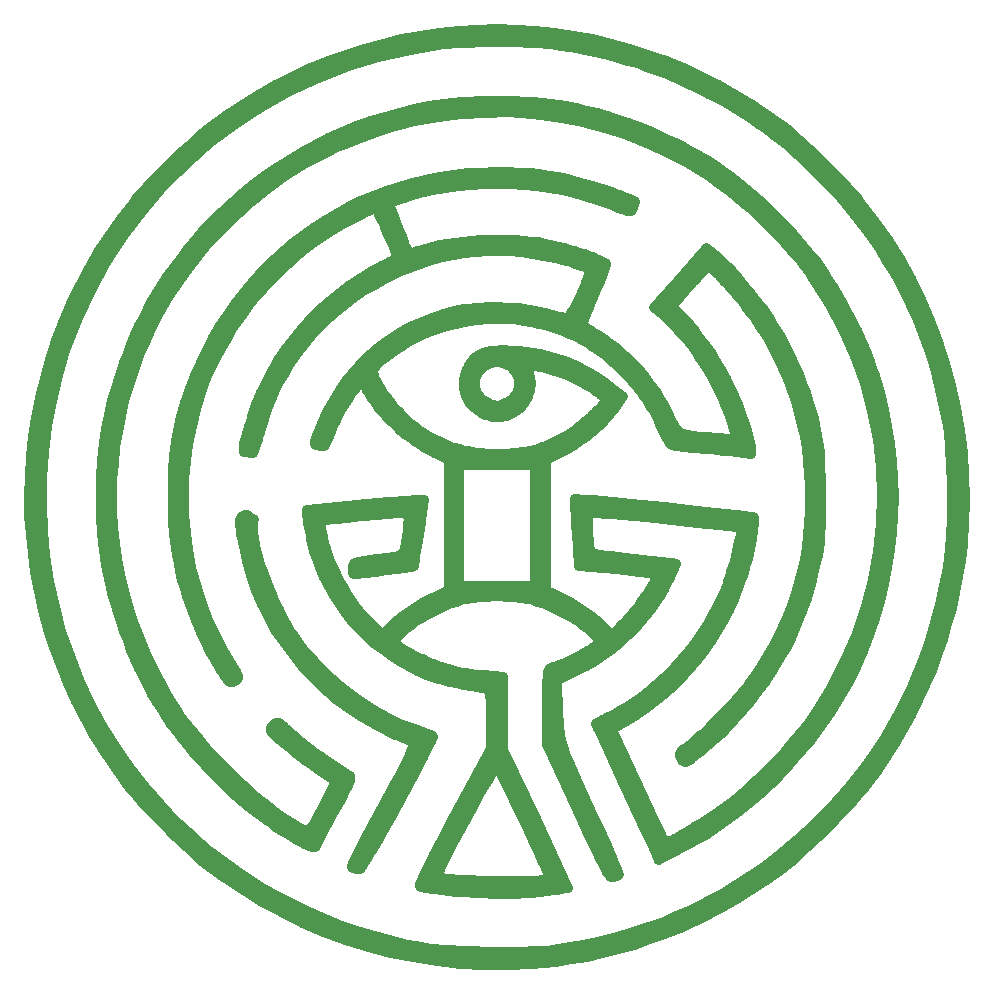
<source format=gbr>
%TF.GenerationSoftware,KiCad,Pcbnew,(6.0.8)*%
%TF.CreationDate,2022-10-22T23:28:30+01:00*%
%TF.ProjectId,bottom_plate,626f7474-6f6d-45f7-906c-6174652e6b69,v1.0.0*%
%TF.SameCoordinates,Original*%
%TF.FileFunction,Copper,L2,Bot*%
%TF.FilePolarity,Positive*%
%FSLAX46Y46*%
G04 Gerber Fmt 4.6, Leading zero omitted, Abs format (unit mm)*
G04 Created by KiCad (PCBNEW (6.0.8)) date 2022-10-22 23:28:30*
%MOMM*%
%LPD*%
G01*
G04 APERTURE LIST*
%TA.AperFunction,NonConductor*%
%ADD10C,0.750000*%
%TD*%
G04 APERTURE END LIST*
D10*
G36*
X103709417Y4361035D02*
G01*
X103709584Y4359630D01*
X103709852Y4358252D01*
X103710216Y4356906D01*
X103710676Y4355597D01*
X103711226Y4354329D01*
X103711865Y4353106D01*
X103712589Y4351934D01*
X103713394Y4350816D01*
X103714279Y4349758D01*
X103715239Y4348763D01*
X103716273Y4347837D01*
X103717376Y4346984D01*
X103718545Y4346208D01*
X103719779Y4345514D01*
X103721072Y4344907D01*
X104564828Y3977231D01*
X104815147Y3863938D01*
X105071256Y3740153D01*
X105331662Y3606850D01*
X105594875Y3465002D01*
X106123747Y3159560D01*
X106645935Y2831611D01*
X107149501Y2488935D01*
X107390570Y2314507D01*
X107622507Y2139316D01*
X107843819Y1964334D01*
X108053014Y1790535D01*
X108248601Y1618892D01*
X108429086Y1450376D01*
X109271371Y634458D01*
X109272077Y633825D01*
X109272807Y633233D01*
X109273557Y632682D01*
X109274327Y632171D01*
X109275116Y631702D01*
X109275921Y631273D01*
X109276741Y630885D01*
X109277575Y630538D01*
X109278421Y630231D01*
X109279277Y629966D01*
X109280143Y629741D01*
X109281016Y629558D01*
X109281895Y629415D01*
X109282779Y629313D01*
X109283666Y629251D01*
X109284554Y629231D01*
X109285443Y629251D01*
X109286330Y629313D01*
X109287213Y629415D01*
X109288093Y629558D01*
X109288966Y629741D01*
X109289832Y629966D01*
X109290688Y630231D01*
X109291534Y630538D01*
X109292368Y630885D01*
X109293188Y631273D01*
X109293993Y631702D01*
X109294781Y632171D01*
X109295552Y632682D01*
X109296302Y633233D01*
X109297031Y633825D01*
X109297738Y634458D01*
X110205941Y1519224D01*
X110306217Y1619493D01*
X110410798Y1728828D01*
X110630835Y1971745D01*
X110861974Y2242076D01*
X111100133Y2533924D01*
X111341234Y2841390D01*
X111581197Y3158577D01*
X111815943Y3479587D01*
X112041390Y3798521D01*
X112149350Y3955363D01*
X112253446Y4109465D01*
X112353161Y4260090D01*
X112447980Y4406499D01*
X112537385Y4547956D01*
X112620859Y4683723D01*
X112697888Y4813064D01*
X112767953Y4935239D01*
X112800218Y4993408D01*
X112830560Y5049508D01*
X112858914Y5103457D01*
X112885216Y5155173D01*
X112909404Y5204575D01*
X112931412Y5251580D01*
X112951178Y5296106D01*
X112968636Y5338071D01*
X112976478Y5358053D01*
X112983713Y5377336D01*
X112990336Y5395926D01*
X112996339Y5413830D01*
X113001718Y5431052D01*
X113006466Y5447600D01*
X113010578Y5463480D01*
X113014047Y5478696D01*
X113016874Y5493226D01*
X113018040Y5500233D01*
X113019033Y5507072D01*
X113019849Y5513744D01*
X113020481Y5520252D01*
X113020924Y5526598D01*
X113021173Y5532785D01*
X113021224Y5538816D01*
X113021069Y5544692D01*
X113020705Y5550416D01*
X113020125Y5555991D01*
X113019325Y5561418D01*
X113018298Y5566701D01*
X113017040Y5571841D01*
X113015546Y5576841D01*
X113014571Y5579559D01*
X113013475Y5582179D01*
X113012260Y5584706D01*
X113010927Y5587146D01*
X113009478Y5589507D01*
X113007913Y5591794D01*
X113006235Y5594014D01*
X113004444Y5596173D01*
X113002543Y5598277D01*
X113000532Y5600334D01*
X112998413Y5602349D01*
X112996188Y5604328D01*
X112993858Y5606279D01*
X112991423Y5608206D01*
X112988887Y5610118D01*
X112986249Y5612020D01*
X112980681Y5615768D01*
X112974725Y5619480D01*
X112968377Y5623163D01*
X112961631Y5626821D01*
X112954484Y5630462D01*
X112946930Y5634092D01*
X112938965Y5637716D01*
X112930585Y5641340D01*
X112912574Y5648637D01*
X112892898Y5656011D01*
X112871562Y5663452D01*
X112848571Y5670954D01*
X112823930Y5678509D01*
X112797643Y5686108D01*
X112769717Y5693744D01*
X112740155Y5701410D01*
X112676129Y5716915D01*
X112605649Y5732703D01*
X112528847Y5748744D01*
X112445855Y5765012D01*
X112356803Y5781477D01*
X112261823Y5798112D01*
X112161048Y5814890D01*
X112054608Y5831781D01*
X111574089Y5900320D01*
X111011278Y5969729D01*
X110373575Y6039012D01*
X109668378Y6107171D01*
X106425214Y6404535D01*
X106250897Y9221429D01*
X106217260Y9791757D01*
X106189018Y10326146D01*
X106166446Y10812816D01*
X106149823Y11239984D01*
X106139040Y11595975D01*
X106136113Y11743436D01*
X106135175Y11868402D01*
X106135538Y11921905D01*
X106136440Y11969137D01*
X106137815Y12009947D01*
X106139598Y12044183D01*
X106140575Y12058942D01*
X106141614Y12072100D01*
X106142168Y12077990D01*
X106142751Y12083375D01*
X106143367Y12088220D01*
X106144021Y12092489D01*
X106144155Y12093167D01*
X106144309Y12093796D01*
X106144482Y12094382D01*
X106144669Y12094928D01*
X106144867Y12095439D01*
X106145074Y12095919D01*
X106145287Y12096372D01*
X106145502Y12096803D01*
X106146326Y12098395D01*
X106146508Y12098782D01*
X106146674Y12099172D01*
X106146820Y12099572D01*
X106146945Y12099985D01*
X106147083Y12100011D01*
X106147218Y12100043D01*
X106147349Y12100080D01*
X106147476Y12100121D01*
X106147724Y12100216D01*
X106147963Y12100325D01*
X106148197Y12100444D01*
X106148430Y12100570D01*
X106148903Y12100829D01*
X106149150Y12100955D01*
X106149408Y12101076D01*
X106149681Y12101187D01*
X106149823Y12101238D01*
X106149971Y12101285D01*
X106150123Y12101328D01*
X106150281Y12101367D01*
X106150445Y12101401D01*
X106150615Y12101430D01*
X106150792Y12101453D01*
X106150977Y12101470D01*
X106151168Y12101480D01*
X106151368Y12101484D01*
X106158362Y12102037D01*
X106162422Y12102290D01*
X106166844Y12102517D01*
X106171621Y12102708D01*
X106176743Y12102855D01*
X106182202Y12102949D01*
X106187989Y12102983D01*
X106200559Y12103115D01*
X106214458Y12103086D01*
X106246133Y12102578D01*
X106282794Y12101523D01*
X106324220Y12099985D01*
X106421179Y12095614D01*
X106536568Y12089260D01*
X106669562Y12080938D01*
X106819337Y12070665D01*
X107166623Y12044704D01*
X107573330Y12011979D01*
X108543458Y11928575D01*
X110958982Y11705172D01*
X113720216Y11434923D01*
X116481400Y11152756D01*
X118896974Y10892930D01*
X119867821Y10781837D01*
X120622560Y10689317D01*
X120904588Y10651743D01*
X121019458Y10635340D01*
X121116212Y10620470D01*
X121157642Y10613595D01*
X121194282Y10607091D01*
X121225945Y10601051D01*
X121252442Y10595567D01*
X121263685Y10593003D01*
X121273551Y10590814D01*
X121277961Y10589799D01*
X121282018Y10588806D01*
X121285720Y10587811D01*
X121289063Y10586790D01*
X121290633Y10586196D01*
X121292175Y10585559D01*
X121293661Y10584904D01*
X121295065Y10584258D01*
X121297518Y10583098D01*
X121298513Y10582637D01*
X121299317Y10582292D01*
X121300817Y10582292D01*
X121302795Y10580041D01*
X121304759Y10577509D01*
X121308639Y10571611D01*
X121312439Y10564613D01*
X121316146Y10556534D01*
X121319742Y10547391D01*
X121323214Y10537202D01*
X121326545Y10525984D01*
X121329721Y10513755D01*
X121332727Y10500532D01*
X121335546Y10486332D01*
X121338163Y10471173D01*
X121340564Y10455073D01*
X121342732Y10438049D01*
X121344653Y10420119D01*
X121346311Y10401299D01*
X121347691Y10381608D01*
X121349723Y10339100D01*
X121350811Y10293181D01*
X121350954Y10243964D01*
X121350150Y10191565D01*
X121348398Y10136096D01*
X121345696Y10077671D01*
X121342043Y10016404D01*
X121337438Y9952409D01*
X121325475Y9816570D01*
X121310056Y9670828D01*
X121291321Y9515920D01*
X121269412Y9352581D01*
X121244471Y9181550D01*
X121216639Y9003561D01*
X121186057Y8819350D01*
X121152867Y8629655D01*
X121079158Y8236807D01*
X120996521Y7830980D01*
X120906007Y7418101D01*
X120808670Y7004096D01*
X120705559Y6594892D01*
X120597727Y6196413D01*
X120486226Y5814587D01*
X120372106Y5455339D01*
X120029091Y4498931D01*
X119642585Y3559667D01*
X119214140Y2639468D01*
X118745309Y1740253D01*
X118237643Y863942D01*
X117692695Y12457D01*
X117112017Y-812283D01*
X116497162Y-1608358D01*
X115849682Y-2373847D01*
X115171129Y-3106831D01*
X114463056Y-3805389D01*
X113727014Y-4467601D01*
X112964557Y-5091546D01*
X112177237Y-5675305D01*
X111366605Y-6216958D01*
X110534215Y-6714583D01*
X109311070Y-7403060D01*
X109310237Y-7403515D01*
X109309434Y-7404006D01*
X109308662Y-7404531D01*
X109307923Y-7405088D01*
X109307216Y-7405676D01*
X109306542Y-7406293D01*
X109305902Y-7406939D01*
X109305296Y-7407610D01*
X109304724Y-7408307D01*
X109304187Y-7409028D01*
X109303686Y-7409771D01*
X109303221Y-7410534D01*
X109302793Y-7411317D01*
X109302401Y-7412118D01*
X109302048Y-7412936D01*
X109301732Y-7413768D01*
X109301455Y-7414614D01*
X109301217Y-7415473D01*
X109301019Y-7416342D01*
X109300861Y-7417220D01*
X109300743Y-7418106D01*
X109300667Y-7418999D01*
X109300633Y-7419896D01*
X109300640Y-7420798D01*
X109300691Y-7421701D01*
X109300784Y-7422605D01*
X109300921Y-7423508D01*
X109301103Y-7424409D01*
X109301329Y-7425306D01*
X109301601Y-7426198D01*
X109301918Y-7427084D01*
X109302281Y-7427962D01*
X111508336Y-12134516D01*
X113085973Y-15484614D01*
X113366461Y-16073916D01*
X113582555Y-16524653D01*
X113663384Y-16692123D01*
X113724645Y-16817622D01*
X113747796Y-16864324D01*
X113765660Y-16899653D01*
X113769127Y-16906601D01*
X113772168Y-16912818D01*
X113774887Y-16918304D01*
X113776157Y-16920772D01*
X113777385Y-16923056D01*
X113778507Y-16925182D01*
X113779483Y-16927089D01*
X113781173Y-16930413D01*
X113781975Y-16931912D01*
X113782807Y-16933358D01*
X113783248Y-16934073D01*
X113783713Y-16934790D01*
X113784208Y-16935514D01*
X113784738Y-16936251D01*
X113785880Y-16937726D01*
X113787069Y-16939144D01*
X113788303Y-16940505D01*
X113789583Y-16941811D01*
X113790905Y-16943062D01*
X113792270Y-16944259D01*
X113793676Y-16945404D01*
X113795122Y-16946497D01*
X113798130Y-16948531D01*
X113801285Y-16950369D01*
X113804578Y-16952019D01*
X113807999Y-16953489D01*
X113811541Y-16954786D01*
X113815193Y-16955917D01*
X113818948Y-16956890D01*
X113822796Y-16957713D01*
X113826729Y-16958394D01*
X113830737Y-16958939D01*
X113834811Y-16959357D01*
X113838942Y-16959654D01*
X113843152Y-16959883D01*
X113847467Y-16960006D01*
X113851889Y-16960025D01*
X113856419Y-16959939D01*
X113861058Y-16959749D01*
X113865807Y-16959455D01*
X113875636Y-16958557D01*
X113885914Y-16957248D01*
X113896647Y-16955530D01*
X113907843Y-16953405D01*
X113919509Y-16950877D01*
X113944319Y-16944639D01*
X113971123Y-16936907D01*
X113999906Y-16927696D01*
X114030650Y-16917024D01*
X114063341Y-16904907D01*
X114097961Y-16891362D01*
X114134495Y-16876407D01*
X114172927Y-16860056D01*
X114255467Y-16823203D01*
X114345464Y-16780850D01*
X114442727Y-16733113D01*
X114547064Y-16680107D01*
X114658283Y-16621945D01*
X114776195Y-16558743D01*
X114900606Y-16490614D01*
X115031325Y-16417674D01*
X115310938Y-16257735D01*
X115613538Y-16079726D01*
X115937622Y-15884505D01*
X116281688Y-15672935D01*
X117023754Y-15204188D01*
X117827712Y-14680369D01*
X118378523Y-14301157D01*
X118948454Y-13879814D01*
X119533216Y-13420633D01*
X120128521Y-12927908D01*
X120730079Y-12405931D01*
X121333601Y-11858998D01*
X121934799Y-11291401D01*
X122529383Y-10707434D01*
X123113064Y-10111391D01*
X123681554Y-9507565D01*
X124230562Y-8900250D01*
X124755801Y-8293740D01*
X125252981Y-7692328D01*
X125717813Y-7100308D01*
X126146009Y-6521974D01*
X126533278Y-5961619D01*
X127858537Y-3802272D01*
X129004892Y-1588083D01*
X129972399Y673154D01*
X130761110Y2973645D01*
X131371078Y5305596D01*
X131802357Y7661215D01*
X132054999Y10032707D01*
X132129058Y12412280D01*
X132024586Y14792138D01*
X131741638Y17164489D01*
X131280265Y19521538D01*
X130640522Y21855494D01*
X129822461Y24158560D01*
X128826135Y26422945D01*
X127651599Y28640854D01*
X126298903Y30804494D01*
X125934625Y31320554D01*
X125523731Y31861047D01*
X125071131Y32421166D01*
X124581732Y32996101D01*
X124060445Y33581043D01*
X123512178Y34171185D01*
X122941840Y34761716D01*
X122354339Y35347828D01*
X121754585Y35924713D01*
X121147487Y36487560D01*
X120537954Y37031563D01*
X119930893Y37551911D01*
X119331215Y38043795D01*
X118743828Y38502408D01*
X118173642Y38922940D01*
X117625564Y39300582D01*
X115861863Y40393385D01*
X114054636Y41366102D01*
X112208424Y42218317D01*
X110327767Y42949609D01*
X108417206Y43559562D01*
X106481283Y44047756D01*
X104524538Y44413773D01*
X102551514Y44657195D01*
X100566749Y44777602D01*
X98574787Y44774578D01*
X96580167Y44647702D01*
X94587431Y44396557D01*
X92601120Y44020724D01*
X90625775Y43519785D01*
X88665937Y42893321D01*
X86726147Y42140914D01*
X85978991Y41813857D01*
X85246054Y41470546D01*
X84526544Y41110431D01*
X83819668Y40732963D01*
X83124634Y40337592D01*
X82440650Y39923768D01*
X81766923Y39490941D01*
X81102662Y39038563D01*
X80447073Y38566083D01*
X79799366Y38072951D01*
X79158747Y37558619D01*
X78524424Y37022535D01*
X77895606Y36464152D01*
X77271499Y35882919D01*
X76651312Y35278286D01*
X76034252Y34649703D01*
X75071097Y33603309D01*
X74161430Y32525302D01*
X73305404Y31417434D01*
X72503172Y30281458D01*
X71754886Y29119125D01*
X71060701Y27932186D01*
X70420769Y26722395D01*
X69835244Y25491502D01*
X69304277Y24241260D01*
X68828023Y22973420D01*
X68406635Y21689735D01*
X68040265Y20391956D01*
X67729067Y19081836D01*
X67473194Y17761125D01*
X67272798Y16431576D01*
X67128034Y15094941D01*
X67039053Y13752972D01*
X67006009Y12407420D01*
X67029056Y11060038D01*
X67108346Y9712578D01*
X67244032Y8366790D01*
X67436267Y7024428D01*
X67685205Y5687242D01*
X67990998Y4356986D01*
X68353800Y3035410D01*
X68773764Y1724267D01*
X69251042Y425309D01*
X69785789Y-859714D01*
X70378156Y-2129047D01*
X71028297Y-3380941D01*
X71736365Y-4613642D01*
X72502514Y-5825400D01*
X72880674Y-6374254D01*
X73301632Y-6945065D01*
X73760582Y-7532927D01*
X74252716Y-8132933D01*
X74773228Y-8740177D01*
X75317313Y-9349753D01*
X75880162Y-9956753D01*
X76456970Y-10556273D01*
X77042929Y-11143405D01*
X77633234Y-11713243D01*
X78223077Y-12260882D01*
X78807653Y-12781413D01*
X79382154Y-13269931D01*
X79941773Y-13721531D01*
X80481705Y-14131304D01*
X80997143Y-14494345D01*
X81930318Y-15130361D01*
X82300286Y-15379881D01*
X82464381Y-15487185D01*
X82615795Y-15582724D01*
X82755486Y-15666441D01*
X82821234Y-15703830D01*
X82884407Y-15738206D01*
X82945123Y-15769544D01*
X83003500Y-15797817D01*
X83059655Y-15823002D01*
X83113705Y-15845071D01*
X83165768Y-15864001D01*
X83215961Y-15879765D01*
X83264403Y-15892339D01*
X83311210Y-15901696D01*
X83356501Y-15907811D01*
X83400392Y-15910660D01*
X83443002Y-15910216D01*
X83484447Y-15906455D01*
X83504758Y-15903323D01*
X83524790Y-15899355D01*
X83544555Y-15894550D01*
X83564061Y-15888908D01*
X83583320Y-15882428D01*
X83602343Y-15875109D01*
X83621138Y-15866949D01*
X83639718Y-15857949D01*
X83658092Y-15848107D01*
X83676271Y-15837422D01*
X83694264Y-15825895D01*
X83712083Y-15813523D01*
X83729738Y-15800305D01*
X83747239Y-15786242D01*
X83764597Y-15771333D01*
X83781822Y-15755576D01*
X83798933Y-15738976D01*
X83815958Y-15721542D01*
X83832913Y-15703273D01*
X83849814Y-15684169D01*
X83866676Y-15664228D01*
X83883517Y-15643449D01*
X83900353Y-15621831D01*
X83917199Y-15599374D01*
X83934071Y-15576076D01*
X83950987Y-15551936D01*
X83985011Y-15501127D01*
X84019400Y-15446939D01*
X84054283Y-15389365D01*
X84126002Y-15263924D01*
X84201091Y-15124590D01*
X84280462Y-14971222D01*
X84365029Y-14803680D01*
X84553401Y-14425516D01*
X84773510Y-13988974D01*
X85875072Y-11835654D01*
X85875456Y-11834805D01*
X85875795Y-11833948D01*
X85876091Y-11833082D01*
X85876344Y-11832211D01*
X85876554Y-11831334D01*
X85876722Y-11830453D01*
X85876847Y-11829570D01*
X85876931Y-11828686D01*
X85876975Y-11827802D01*
X85876977Y-11826920D01*
X85876939Y-11826042D01*
X85876861Y-11825167D01*
X85876744Y-11824299D01*
X85876588Y-11823438D01*
X85876160Y-11821744D01*
X85875580Y-11820094D01*
X85875235Y-11819291D01*
X85874853Y-11818502D01*
X85874435Y-11817730D01*
X85873981Y-11816977D01*
X85873492Y-11816243D01*
X85872967Y-11815531D01*
X85872409Y-11814841D01*
X85871816Y-11814174D01*
X85871189Y-11813533D01*
X85870529Y-11812918D01*
X85869837Y-11812331D01*
X85869111Y-11811773D01*
X85868354Y-11811247D01*
X85867565Y-11810752D01*
X84335350Y-10800009D01*
X84001159Y-10573300D01*
X83637276Y-10315385D01*
X83255410Y-10035251D01*
X82867273Y-9741889D01*
X82484576Y-9444286D01*
X82119029Y-9151432D01*
X81782343Y-8872317D01*
X81486229Y-8615927D01*
X81051190Y-8227132D01*
X80876876Y-8068380D01*
X80729659Y-7930429D01*
X80608256Y-7811057D01*
X80511388Y-7708042D01*
X80471754Y-7661975D01*
X80437773Y-7619163D01*
X80409286Y-7579330D01*
X80386131Y-7542197D01*
X80376478Y-7524599D01*
X80368035Y-7507649D01*
X80360778Y-7491294D01*
X80354686Y-7475483D01*
X80349736Y-7460164D01*
X80345904Y-7445285D01*
X80343169Y-7430794D01*
X80341508Y-7416639D01*
X80340898Y-7402769D01*
X80341316Y-7389132D01*
X80342741Y-7375675D01*
X80345148Y-7362347D01*
X80348516Y-7349096D01*
X80352823Y-7335870D01*
X80358044Y-7322618D01*
X80364159Y-7309287D01*
X80371188Y-7295822D01*
X80379158Y-7282186D01*
X80388047Y-7268348D01*
X80397834Y-7254281D01*
X80408501Y-7239957D01*
X80420026Y-7225348D01*
X80432388Y-7210424D01*
X80445569Y-7195159D01*
X80459547Y-7179523D01*
X80474302Y-7163489D01*
X80506062Y-7130112D01*
X80540687Y-7094802D01*
X80578014Y-7057334D01*
X80650703Y-6985266D01*
X80684001Y-6953298D01*
X80715600Y-6924204D01*
X80730839Y-6910775D01*
X80745747Y-6898111D01*
X80760354Y-6886228D01*
X80774692Y-6875142D01*
X80788791Y-6864867D01*
X80802682Y-6855421D01*
X80816398Y-6846817D01*
X80829968Y-6839072D01*
X80843420Y-6832174D01*
X80856785Y-6826115D01*
X80870112Y-6820906D01*
X80883451Y-6816559D01*
X80896853Y-6813087D01*
X80910369Y-6810501D01*
X80924048Y-6808814D01*
X80937942Y-6808038D01*
X80952102Y-6808185D01*
X80966576Y-6809267D01*
X80981417Y-6811297D01*
X80996674Y-6814285D01*
X81012398Y-6818245D01*
X81028640Y-6823188D01*
X81045450Y-6829127D01*
X81062878Y-6836073D01*
X81099645Y-6853249D01*
X81139108Y-6874966D01*
X81181538Y-6901342D01*
X81227205Y-6932497D01*
X81276380Y-6968549D01*
X81329334Y-7009616D01*
X81386339Y-7055818D01*
X81447665Y-7107274D01*
X81584365Y-7226421D01*
X81741601Y-7368009D01*
X81921542Y-7532986D01*
X82126354Y-7722304D01*
X82396343Y-7962385D01*
X82717510Y-8231416D01*
X83077909Y-8520333D01*
X83465590Y-8820070D01*
X83868607Y-9121563D01*
X84275010Y-9415749D01*
X84672851Y-9693561D01*
X85050182Y-9945937D01*
X87103893Y-11290663D01*
X87114318Y-11298057D01*
X87119279Y-11301899D01*
X87124070Y-11305846D01*
X87128692Y-11309904D01*
X87133143Y-11314081D01*
X87137422Y-11318383D01*
X87141528Y-11322815D01*
X87145461Y-11327386D01*
X87149219Y-11332100D01*
X87152802Y-11336966D01*
X87156208Y-11341988D01*
X87159438Y-11347174D01*
X87162489Y-11352531D01*
X87165361Y-11358064D01*
X87168053Y-11363781D01*
X87170565Y-11369687D01*
X87172894Y-11375790D01*
X87175041Y-11382096D01*
X87177005Y-11388611D01*
X87178784Y-11395342D01*
X87180378Y-11402295D01*
X87181786Y-11409477D01*
X87183006Y-11416894D01*
X87184039Y-11424553D01*
X87184882Y-11432461D01*
X87185536Y-11440623D01*
X87185999Y-11449047D01*
X87186270Y-11457739D01*
X87186348Y-11466706D01*
X87186234Y-11475953D01*
X87185925Y-11485487D01*
X87184639Y-11505423D01*
X87182457Y-11526532D01*
X87179362Y-11548846D01*
X87175337Y-11572397D01*
X87170364Y-11597216D01*
X87164427Y-11623336D01*
X87157508Y-11650788D01*
X87149590Y-11679604D01*
X87140655Y-11709815D01*
X87130688Y-11741453D01*
X87119671Y-11774550D01*
X87107586Y-11809137D01*
X87080145Y-11882911D01*
X87048229Y-11963027D01*
X86970503Y-12143412D01*
X86873512Y-12352602D01*
X86756309Y-12592907D01*
X86617944Y-12866633D01*
X86457467Y-13176091D01*
X86273930Y-13523588D01*
X85833874Y-14341933D01*
X85221978Y-15474851D01*
X84708874Y-16432253D01*
X84506258Y-16812905D01*
X84348522Y-17111941D01*
X84316978Y-17172798D01*
X84288916Y-17227752D01*
X84243042Y-17318484D01*
X84225373Y-17353529D01*
X84211471Y-17381648D01*
X84201280Y-17403088D01*
X84197560Y-17411379D01*
X84194748Y-17418093D01*
X84193704Y-17420507D01*
X84192537Y-17422827D01*
X84191238Y-17425054D01*
X84189797Y-17427188D01*
X84189021Y-17428221D01*
X84188205Y-17429230D01*
X84187350Y-17430218D01*
X84186454Y-17431183D01*
X84185516Y-17432125D01*
X84184534Y-17433045D01*
X84183507Y-17433943D01*
X84182435Y-17434819D01*
X84181317Y-17435673D01*
X84180150Y-17436504D01*
X84178934Y-17437315D01*
X84177669Y-17438103D01*
X84176351Y-17438870D01*
X84174982Y-17439615D01*
X84172081Y-17441042D01*
X84168956Y-17442385D01*
X84165599Y-17443644D01*
X84162000Y-17444820D01*
X84158150Y-17445914D01*
X84154051Y-17446977D01*
X84149718Y-17447915D01*
X84145153Y-17448729D01*
X84140359Y-17449417D01*
X84135337Y-17449977D01*
X84130092Y-17450408D01*
X84124624Y-17450711D01*
X84118938Y-17450882D01*
X84113035Y-17450922D01*
X84106918Y-17450828D01*
X84100589Y-17450601D01*
X84094052Y-17450238D01*
X84087308Y-17449739D01*
X84080361Y-17449103D01*
X84073212Y-17448328D01*
X84065865Y-17447413D01*
X84050590Y-17445243D01*
X84034553Y-17442535D01*
X84000235Y-17435522D01*
X83963001Y-17426413D01*
X83922944Y-17415244D01*
X83880151Y-17402053D01*
X83834716Y-17386880D01*
X83786726Y-17369761D01*
X83736275Y-17350733D01*
X83628214Y-17307025D01*
X83510997Y-17256027D01*
X83385151Y-17198028D01*
X83251204Y-17133317D01*
X83109684Y-17062183D01*
X82961119Y-16984916D01*
X82806037Y-16901804D01*
X82644966Y-16813136D01*
X82306832Y-16620205D01*
X81950663Y-16408307D01*
X81580471Y-16179697D01*
X81200270Y-15936630D01*
X80814071Y-15681361D01*
X80425887Y-15416145D01*
X80039730Y-15143237D01*
X79659615Y-14864894D01*
X79063533Y-14407777D01*
X78465519Y-13924791D01*
X77867780Y-13418291D01*
X77272526Y-12890630D01*
X76681963Y-12344164D01*
X76098299Y-11781247D01*
X75523743Y-11204234D01*
X74960503Y-10615479D01*
X74410786Y-10017337D01*
X73876801Y-9412162D01*
X73360756Y-8802309D01*
X72864858Y-8190133D01*
X72391315Y-7577987D01*
X71942336Y-6968228D01*
X71520128Y-6363209D01*
X71126900Y-5765284D01*
X70727249Y-5115907D01*
X70336216Y-4437255D01*
X69954949Y-3732303D01*
X69584597Y-3004025D01*
X69226310Y-2255396D01*
X68881237Y-1489390D01*
X68550527Y-708981D01*
X68235330Y82856D01*
X67936794Y883146D01*
X67656069Y1688915D01*
X67394304Y2497189D01*
X67152648Y3304993D01*
X66932251Y4109353D01*
X66734261Y4907293D01*
X66559829Y5695841D01*
X66410103Y6472021D01*
X66308082Y7103608D01*
X66219756Y7772531D01*
X66084173Y9201100D01*
X66003321Y10715158D01*
X65977167Y12272141D01*
X66005679Y13829481D01*
X66088824Y15344611D01*
X66226568Y16774966D01*
X66315905Y17445050D01*
X66418880Y18077978D01*
X66568341Y18848341D01*
X66742358Y19630939D01*
X66939806Y20422871D01*
X67159560Y21221233D01*
X67400494Y22023122D01*
X67661484Y22825635D01*
X67941404Y23625869D01*
X68239129Y24420921D01*
X68553534Y25207889D01*
X68883493Y25983868D01*
X69227883Y26745957D01*
X69585576Y27491252D01*
X69955448Y28216850D01*
X70336375Y28919849D01*
X70727230Y29597344D01*
X71126888Y30246435D01*
X71604343Y30965469D01*
X72139976Y31716779D01*
X72723544Y32487840D01*
X73344803Y33266126D01*
X73993511Y34039112D01*
X74659424Y34794274D01*
X75332297Y35519086D01*
X76001888Y36201024D01*
X76914438Y37067358D01*
X77862365Y37899360D01*
X78843752Y38696044D01*
X79856683Y39456422D01*
X80899243Y40179508D01*
X81969515Y40864315D01*
X83065583Y41509857D01*
X84185530Y42115147D01*
X85327441Y42679198D01*
X86489400Y43201024D01*
X87669489Y43679638D01*
X88865794Y44114053D01*
X90076398Y44503282D01*
X91299384Y44846339D01*
X92532837Y45142237D01*
X93774840Y45389989D01*
X94407161Y45492895D01*
X95076474Y45582104D01*
X95777536Y45657586D01*
X96505106Y45719309D01*
X97253941Y45767241D01*
X98018800Y45801352D01*
X98794441Y45821610D01*
X99575622Y45827983D01*
X99574649Y45827875D01*
X100356155Y45820413D01*
X101132776Y45799158D01*
X101899288Y45764122D01*
X102650469Y45715313D01*
X103381094Y45652743D01*
X104085940Y45576421D01*
X104759784Y45486357D01*
X105397403Y45382562D01*
X106267872Y45212412D01*
X107148171Y45012502D01*
X108035485Y44784008D01*
X108926998Y44528105D01*
X109819896Y44245970D01*
X110711365Y43938776D01*
X111598589Y43607701D01*
X112478754Y43253920D01*
X113349045Y42878607D01*
X114206647Y42482940D01*
X115048745Y42068093D01*
X115872525Y41635241D01*
X116675172Y41185562D01*
X117453870Y40720229D01*
X118205806Y40240420D01*
X118928164Y39747308D01*
X119389035Y39411025D01*
X119868847Y39040834D01*
X120364006Y38640257D01*
X120870916Y38212818D01*
X121385979Y37762039D01*
X121905602Y37291445D01*
X122944139Y36304902D01*
X123957761Y35281375D01*
X124446239Y34764551D01*
X124917701Y34249050D01*
X125368550Y33738395D01*
X125795191Y33236111D01*
X126194028Y32745720D01*
X126561465Y32270746D01*
X126921096Y31777834D01*
X127283494Y31252555D01*
X127646737Y30698623D01*
X128008903Y30119755D01*
X128722317Y28902072D01*
X129408357Y27629231D01*
X130051645Y26330957D01*
X130636805Y25036976D01*
X130902782Y24400884D01*
X131148460Y23777013D01*
X131371917Y23169077D01*
X131571231Y22580793D01*
X131996933Y21150844D01*
X132356746Y19700949D01*
X132650807Y18234399D01*
X132879254Y16754484D01*
X133042227Y15264494D01*
X133139863Y13767719D01*
X133172301Y12267449D01*
X133139679Y10766974D01*
X133042136Y9269585D01*
X132879810Y7778571D01*
X132652840Y6297222D01*
X132361363Y4828830D01*
X132005519Y3376683D01*
X131585446Y1944071D01*
X131101281Y534286D01*
X130553164Y-849383D01*
X129949962Y-2186817D01*
X129285192Y-3498139D01*
X128561200Y-4780836D01*
X127780333Y-6032398D01*
X126944940Y-7250312D01*
X126057366Y-8432067D01*
X125119959Y-9575150D01*
X124135066Y-10677051D01*
X123105033Y-11735257D01*
X122032209Y-12747257D01*
X120918940Y-13710539D01*
X119767573Y-14622592D01*
X118580455Y-15480903D01*
X117359933Y-16282960D01*
X116108355Y-17026253D01*
X114828067Y-17708270D01*
X113259219Y-18496356D01*
X112797793Y-17470965D01*
X111817329Y-15344168D01*
X110120059Y-11699481D01*
X108561465Y-8344988D01*
X108291167Y-7757947D01*
X108086856Y-7310809D01*
X108012444Y-7146054D01*
X107957950Y-7023699D01*
X107938379Y-6979066D01*
X107930602Y-6961079D01*
X107924258Y-6946063D01*
X107915469Y-6927008D01*
X107918468Y-6924322D01*
X107920318Y-6922683D01*
X107922400Y-6920876D01*
X107924714Y-6918920D01*
X107927261Y-6916839D01*
X107930038Y-6914653D01*
X107931514Y-6913527D01*
X107933047Y-6912383D01*
X107939694Y-6907534D01*
X107947130Y-6902272D01*
X107955346Y-6896607D01*
X107964330Y-6890549D01*
X107974074Y-6884107D01*
X107984566Y-6877291D01*
X107995796Y-6870112D01*
X108007754Y-6862578D01*
X108062601Y-6829171D01*
X108128047Y-6790712D01*
X108203294Y-6747537D01*
X108287539Y-6699980D01*
X108480402Y-6593318D01*
X108701538Y-6473935D01*
X108945655Y-6344894D01*
X109207461Y-6209258D01*
X109958659Y-5800690D01*
X110695917Y-5353287D01*
X111417724Y-4868687D01*
X112122567Y-4348533D01*
X112808934Y-3794463D01*
X113475311Y-3208119D01*
X114120188Y-2591141D01*
X114742051Y-1945169D01*
X115339388Y-1271844D01*
X115910686Y-572805D01*
X116454434Y150306D01*
X116969118Y895850D01*
X117453226Y1662185D01*
X117905247Y2447672D01*
X118323666Y3250670D01*
X118706973Y4069539D01*
X118827420Y4359879D01*
X118955127Y4699913D01*
X119087697Y5080550D01*
X119222736Y5492701D01*
X119357850Y5927274D01*
X119490643Y6375178D01*
X119618721Y6827323D01*
X119739688Y7274618D01*
X119851169Y7707782D01*
X119950752Y8117645D01*
X120035990Y8495276D01*
X120104434Y8831747D01*
X120131488Y8981839D01*
X120153309Y9118378D01*
X120162207Y9181183D01*
X120169736Y9240142D01*
X120175875Y9295101D01*
X120180606Y9345907D01*
X120183994Y9392381D01*
X120185190Y9413980D01*
X120186015Y9434487D01*
X120186440Y9453900D01*
X120186436Y9472219D01*
X120185976Y9489444D01*
X120185029Y9505575D01*
X120183640Y9520611D01*
X120182792Y9527722D01*
X120181822Y9534565D01*
X120180717Y9541140D01*
X120179463Y9547451D01*
X120178047Y9553498D01*
X120176455Y9559285D01*
X120174673Y9564811D01*
X120172688Y9570081D01*
X120170485Y9575095D01*
X120168051Y9579855D01*
X120165373Y9584363D01*
X120162436Y9588621D01*
X120159227Y9592631D01*
X120155732Y9596395D01*
X120153988Y9598262D01*
X120153340Y9598937D01*
X120152660Y9599625D01*
X120152316Y9599962D01*
X120151974Y9600288D01*
X120151637Y9600600D01*
X120151309Y9600892D01*
X120145461Y9603891D01*
X120140607Y9606140D01*
X120139351Y9606702D01*
X120138044Y9607264D01*
X120136669Y9607826D01*
X120135207Y9608388D01*
X120132070Y9609512D01*
X120128746Y9610634D01*
X120125228Y9611750D01*
X120121508Y9612859D01*
X120117577Y9613957D01*
X120113427Y9615043D01*
X120109051Y9616113D01*
X120104440Y9617166D01*
X120094543Y9619396D01*
X120083766Y9621608D01*
X120059560Y9626101D01*
X120000436Y9636220D01*
X119927033Y9648268D01*
X119839885Y9661682D01*
X119739629Y9676278D01*
X119626901Y9691873D01*
X119365684Y9725931D01*
X119059554Y9763812D01*
X118327584Y9850076D01*
X116491606Y10054086D01*
X114363717Y10277810D01*
X112188604Y10495939D01*
X110210885Y10683572D01*
X109372628Y10758069D01*
X108675460Y10815487D01*
X108149447Y10852724D01*
X107824655Y10866678D01*
X107724644Y10866948D01*
X107679148Y10866370D01*
X107636504Y10864881D01*
X107596596Y10862154D01*
X107577632Y10860224D01*
X107559309Y10857862D01*
X107541612Y10855027D01*
X107524527Y10851678D01*
X107508040Y10847774D01*
X107492135Y10843275D01*
X107476821Y10838148D01*
X107462114Y10832287D01*
X107448012Y10825670D01*
X107434515Y10818272D01*
X107421622Y10810071D01*
X107409330Y10801044D01*
X107397640Y10791166D01*
X107386550Y10780415D01*
X107376058Y10768767D01*
X107366164Y10756200D01*
X107356866Y10742689D01*
X107348164Y10728211D01*
X107340056Y10712744D01*
X107332540Y10696263D01*
X107325617Y10678746D01*
X107319283Y10660169D01*
X107308179Y10619694D01*
X107298950Y10574515D01*
X107291497Y10524331D01*
X107285720Y10468839D01*
X107281517Y10407736D01*
X107278789Y10340721D01*
X107277434Y10267490D01*
X107277353Y10187741D01*
X107280610Y10007481D01*
X107287754Y9797521D01*
X107310494Y9278821D01*
X107327892Y8959827D01*
X107349964Y8656496D01*
X107375739Y8375753D01*
X107404244Y8124524D01*
X107419184Y8012281D01*
X107434440Y7910187D01*
X107449978Y7818947D01*
X107457844Y7777619D01*
X107465768Y7739271D01*
X107469753Y7721238D01*
X107473759Y7703995D01*
X107477781Y7687552D01*
X107481815Y7671918D01*
X107485857Y7657104D01*
X107489904Y7643121D01*
X107493951Y7629979D01*
X107497994Y7617689D01*
X107501994Y7606248D01*
X107505956Y7595655D01*
X107509957Y7585890D01*
X107511994Y7581312D01*
X107514070Y7576935D01*
X107516192Y7572755D01*
X107518370Y7568771D01*
X107520614Y7564980D01*
X107522933Y7561380D01*
X107525337Y7557968D01*
X107527833Y7554743D01*
X107530433Y7551701D01*
X107533145Y7548841D01*
X107535044Y7547020D01*
X107536989Y7545293D01*
X107538987Y7543654D01*
X107541045Y7542094D01*
X107543168Y7540607D01*
X107545364Y7539184D01*
X107547638Y7537819D01*
X107549997Y7536503D01*
X107552447Y7535229D01*
X107554995Y7533991D01*
X107557647Y7532779D01*
X107560409Y7531587D01*
X107563288Y7530408D01*
X107566291Y7529233D01*
X107572690Y7526868D01*
X107579597Y7524400D01*
X107586968Y7522034D01*
X107594814Y7519731D01*
X107603146Y7517453D01*
X107621309Y7512816D01*
X107641538Y7507814D01*
X107688191Y7496720D01*
X107742779Y7484833D01*
X107804974Y7472343D01*
X107874448Y7459440D01*
X108034603Y7432443D01*
X108221802Y7403603D01*
X108434177Y7373017D01*
X108669858Y7340787D01*
X109203796Y7272463D01*
X109808886Y7200981D01*
X110470317Y7128356D01*
X111173276Y7056608D01*
X112532893Y6917080D01*
X113659116Y6790006D01*
X114097799Y6735242D01*
X114279607Y6710874D01*
X114434018Y6688932D01*
X114500272Y6679061D01*
X114558824Y6669969D01*
X114609538Y6661564D01*
X114652280Y6653753D01*
X114661696Y6651770D01*
X114670584Y6649779D01*
X114686742Y6645878D01*
X114700683Y6642257D01*
X114712338Y6639127D01*
X114714892Y6638348D01*
X114717314Y6637684D01*
X114721718Y6636595D01*
X114723677Y6636117D01*
X114725459Y6635648D01*
X114727053Y6635161D01*
X114727775Y6634902D01*
X114728446Y6634630D01*
X114728545Y6634595D01*
X114728646Y6634567D01*
X114728747Y6634544D01*
X114728849Y6634526D01*
X114729055Y6634505D01*
X114729263Y6634501D01*
X114729470Y6634510D01*
X114729675Y6634529D01*
X114729878Y6634556D01*
X114730077Y6634587D01*
X114730458Y6634650D01*
X114730638Y6634676D01*
X114730808Y6634694D01*
X114730955Y6634701D01*
X114730949Y6634670D01*
X114730948Y6634617D01*
X114730954Y6634555D01*
X114730966Y6634487D01*
X114731005Y6634334D01*
X114731059Y6634163D01*
X114731316Y6633471D01*
X114731363Y6633334D01*
X114731391Y6633226D01*
X114731396Y6633186D01*
X114731395Y6633156D01*
X114731387Y6633137D01*
X114731370Y6633131D01*
X114731266Y6633237D01*
X114731154Y6633344D01*
X114731096Y6633395D01*
X114731036Y6633443D01*
X114730975Y6633487D01*
X114730914Y6633526D01*
X114730851Y6633559D01*
X114730789Y6633584D01*
X114730727Y6633601D01*
X114730664Y6633609D01*
X114730603Y6633606D01*
X114730542Y6633592D01*
X114730511Y6633580D01*
X114730482Y6633565D01*
X114730452Y6633546D01*
X114730423Y6633524D01*
X114730394Y6633498D01*
X114730366Y6633468D01*
X114730311Y6633397D01*
X114730257Y6633308D01*
X114730206Y6633202D01*
X114730158Y6633077D01*
X114730112Y6632931D01*
X114730070Y6632764D01*
X114730031Y6632575D01*
X114729996Y6632363D01*
X114729964Y6632126D01*
X114729937Y6631864D01*
X114729914Y6631575D01*
X114729895Y6631258D01*
X114729882Y6630913D01*
X114729874Y6630538D01*
X114729871Y6630132D01*
X114729868Y6627729D01*
X114729788Y6625016D01*
X114729617Y6621995D01*
X114729342Y6618668D01*
X114728951Y6615035D01*
X114728430Y6611097D01*
X114727766Y6606856D01*
X114726947Y6602312D01*
X114724859Y6592418D01*
X114722213Y6581542D01*
X114719038Y6569703D01*
X114715361Y6556924D01*
X114711209Y6543227D01*
X114706610Y6528633D01*
X114696179Y6496843D01*
X114684133Y6461701D01*
X114670393Y6423319D01*
X114654991Y6381822D01*
X114637955Y6337339D01*
X114619318Y6289998D01*
X114599107Y6239925D01*
X114577355Y6187249D01*
X114554090Y6132097D01*
X114447105Y5888631D01*
X114320290Y5613519D01*
X114176708Y5313517D01*
X114019422Y4995378D01*
X113709362Y4409739D01*
X113373627Y3836375D01*
X113013188Y3276243D01*
X112629014Y2730298D01*
X112222077Y2199493D01*
X111793347Y1684785D01*
X111343793Y1187127D01*
X110874387Y707476D01*
X110386099Y246785D01*
X109879898Y-193990D01*
X109356756Y-613893D01*
X108817643Y-1011971D01*
X108263529Y-1387269D01*
X107695385Y-1738830D01*
X107114181Y-2065701D01*
X106520886Y-2366927D01*
X104659070Y-3261946D01*
X104658422Y-3262299D01*
X104657792Y-3262674D01*
X104657179Y-3263070D01*
X104656585Y-3263487D01*
X104656010Y-3263925D01*
X104655453Y-3264382D01*
X104654916Y-3264858D01*
X104654399Y-3265353D01*
X104653902Y-3265865D01*
X104653425Y-3266394D01*
X104652969Y-3266940D01*
X104652534Y-3267501D01*
X104652120Y-3268077D01*
X104651728Y-3268667D01*
X104651359Y-3269271D01*
X104651012Y-3269888D01*
X104650688Y-3270518D01*
X104650387Y-3271159D01*
X104650110Y-3271811D01*
X104649857Y-3272473D01*
X104649628Y-3273146D01*
X104649424Y-3273827D01*
X104649244Y-3274516D01*
X104649091Y-3275214D01*
X104648962Y-3275918D01*
X104648861Y-3276628D01*
X104648785Y-3277345D01*
X104648736Y-3278066D01*
X104648715Y-3278792D01*
X104648720Y-3279522D01*
X104648754Y-3280254D01*
X104648816Y-3280989D01*
X104787976Y-5988032D01*
X104838514Y-6892834D01*
X104868750Y-7280179D01*
X104907558Y-7640065D01*
X104958884Y-7984426D01*
X104990474Y-8154514D01*
X105026674Y-8325196D01*
X105067976Y-8497963D01*
X105114874Y-8674308D01*
X105167860Y-8855721D01*
X105227429Y-9043696D01*
X105368227Y-9445266D01*
X105541142Y-9890931D01*
X105750101Y-10392644D01*
X105999032Y-10962362D01*
X106291863Y-11612041D01*
X106632523Y-12353636D01*
X107473035Y-14160395D01*
X107981610Y-15259055D01*
X108450913Y-16288961D01*
X108871097Y-17227240D01*
X109232312Y-18051020D01*
X109387882Y-18412701D01*
X109525178Y-18737006D01*
X109642750Y-19021175D01*
X109739148Y-19262446D01*
X109779017Y-19366254D01*
X109813173Y-19458380D01*
X109841446Y-19538233D01*
X109863660Y-19605219D01*
X109868218Y-19619860D01*
X109872340Y-19633585D01*
X109876037Y-19646411D01*
X109879321Y-19658349D01*
X109882204Y-19669413D01*
X109884697Y-19679619D01*
X109886812Y-19688978D01*
X109888562Y-19697505D01*
X109889291Y-19701476D01*
X109889905Y-19705268D01*
X109890410Y-19708846D01*
X109890812Y-19712179D01*
X109891115Y-19715234D01*
X109891325Y-19717978D01*
X109891447Y-19720380D01*
X109891486Y-19722407D01*
X109891489Y-19722658D01*
X109891493Y-19722855D01*
X109891501Y-19723161D01*
X109891503Y-19723304D01*
X109891501Y-19723464D01*
X109891496Y-19723659D01*
X109891486Y-19723906D01*
X109891486Y-19725405D01*
X109884941Y-19731320D01*
X109877435Y-19737518D01*
X109869005Y-19743979D01*
X109859689Y-19750683D01*
X109849523Y-19757609D01*
X109838545Y-19764736D01*
X109826791Y-19772045D01*
X109814300Y-19779514D01*
X109801108Y-19787124D01*
X109787253Y-19794853D01*
X109757700Y-19810588D01*
X109725939Y-19826556D01*
X109692267Y-19842593D01*
X109656151Y-19858862D01*
X109618559Y-19874867D01*
X109579765Y-19890509D01*
X109540041Y-19905688D01*
X109499662Y-19920305D01*
X109458901Y-19934258D01*
X109418031Y-19947450D01*
X109377326Y-19959780D01*
X109369625Y-19961923D01*
X109361984Y-19963816D01*
X109354390Y-19965449D01*
X109346831Y-19966812D01*
X109339293Y-19967894D01*
X109331765Y-19968685D01*
X109324235Y-19969175D01*
X109316689Y-19969352D01*
X109309115Y-19969207D01*
X109301501Y-19968728D01*
X109293835Y-19967907D01*
X109286104Y-19966731D01*
X109278295Y-19965191D01*
X109270396Y-19963276D01*
X109262395Y-19960977D01*
X109254279Y-19958281D01*
X109246029Y-19955174D01*
X109237632Y-19951637D01*
X109229086Y-19947659D01*
X109220389Y-19943225D01*
X109211539Y-19938324D01*
X109202532Y-19932941D01*
X109193368Y-19927066D01*
X109184043Y-19920684D01*
X109174556Y-19913784D01*
X109164904Y-19906351D01*
X109155084Y-19898374D01*
X109145095Y-19889840D01*
X109134935Y-19880735D01*
X109124600Y-19871047D01*
X109114089Y-19860764D01*
X109103400Y-19849871D01*
X109081460Y-19826234D01*
X109058725Y-19800054D01*
X109035151Y-19771248D01*
X109010692Y-19739734D01*
X108985304Y-19705431D01*
X108958940Y-19668254D01*
X108931557Y-19628123D01*
X108903107Y-19584955D01*
X108873547Y-19538667D01*
X108842830Y-19489176D01*
X108777748Y-19380260D01*
X108707499Y-19257548D01*
X108631721Y-19120379D01*
X108462227Y-18799971D01*
X108266438Y-18413590D01*
X108041404Y-17955820D01*
X107784178Y-17421243D01*
X107161358Y-16099997D01*
X106374396Y-14406512D01*
X103746467Y-8731707D01*
X103746467Y-5506110D01*
X103747950Y-4439517D01*
X103758114Y-3635348D01*
X103769128Y-3319156D01*
X103785525Y-3053548D01*
X103808376Y-2833518D01*
X103838752Y-2654059D01*
X103847644Y-2614971D01*
X103857079Y-2578068D01*
X103867072Y-2543260D01*
X103877636Y-2510458D01*
X103888785Y-2479574D01*
X103900534Y-2450518D01*
X103912897Y-2423202D01*
X103925887Y-2397537D01*
X103939519Y-2373434D01*
X103953806Y-2350803D01*
X103968763Y-2329557D01*
X103984404Y-2309605D01*
X104000742Y-2290860D01*
X104017792Y-2273233D01*
X104035568Y-2256633D01*
X104054084Y-2240973D01*
X104073398Y-2226153D01*
X104093571Y-2212083D01*
X104114623Y-2198692D01*
X104136575Y-2185908D01*
X104159446Y-2173657D01*
X104183256Y-2161868D01*
X104208025Y-2150469D01*
X104233773Y-2139387D01*
X104260521Y-2128549D01*
X104288288Y-2117885D01*
X104346962Y-2096784D01*
X104409953Y-2075506D01*
X104477424Y-2053473D01*
X104672787Y-1986425D01*
X104884528Y-1906926D01*
X105345082Y-1716650D01*
X105834968Y-1494788D01*
X106330069Y-1253482D01*
X106806266Y-1004876D01*
X107239441Y-761111D01*
X107605477Y-534330D01*
X107755781Y-431103D01*
X107880256Y-336676D01*
X107962866Y-269614D01*
X108000018Y-238742D01*
X108034245Y-209256D01*
X108065427Y-180866D01*
X108079840Y-166992D01*
X108093448Y-153282D01*
X108106236Y-139702D01*
X108118189Y-126214D01*
X108129293Y-112783D01*
X108139533Y-99372D01*
X108148862Y-85904D01*
X108157233Y-72327D01*
X108164632Y-58630D01*
X108171045Y-44802D01*
X108176458Y-30833D01*
X108180856Y-16714D01*
X108184225Y-2433D01*
X108186551Y12018D01*
X108187820Y26651D01*
X108188017Y41475D01*
X108187128Y56500D01*
X108185140Y71737D01*
X108182037Y87196D01*
X108177805Y102886D01*
X108172431Y118819D01*
X108165900Y135003D01*
X108158242Y151491D01*
X108149488Y168348D01*
X108128630Y203302D01*
X108103216Y240129D01*
X108073135Y279092D01*
X108038275Y320457D01*
X107998524Y364488D01*
X107953770Y411448D01*
X107903903Y461602D01*
X107848812Y515214D01*
X107788383Y572549D01*
X107651071Y699441D01*
X107491074Y844392D01*
X107307502Y1009515D01*
X107078069Y1206234D01*
X106828032Y1402899D01*
X106559496Y1598434D01*
X106274568Y1791763D01*
X105975352Y1981812D01*
X105663954Y2167503D01*
X105342480Y2347761D01*
X105013034Y2521510D01*
X104677722Y2687675D01*
X104338649Y2845179D01*
X103997922Y2992947D01*
X103657644Y3129903D01*
X103319923Y3254971D01*
X102986862Y3367075D01*
X102660568Y3465140D01*
X102343146Y3548089D01*
X102088299Y3601012D01*
X101784205Y3650268D01*
X101442194Y3694813D01*
X101073596Y3733601D01*
X100689742Y3765588D01*
X100301962Y3789730D01*
X99921585Y3804981D01*
X99559943Y3810296D01*
X99198364Y3804981D01*
X98818153Y3789730D01*
X98430606Y3765588D01*
X98047021Y3733601D01*
X97678692Y3694813D01*
X97336915Y3650268D01*
X97032988Y3601012D01*
X96778205Y3548089D01*
X96460783Y3465140D01*
X96134492Y3367075D01*
X95801436Y3254971D01*
X95463720Y3129903D01*
X95123449Y2992947D01*
X94782728Y2845179D01*
X94443662Y2687675D01*
X94108356Y2521510D01*
X93778915Y2347761D01*
X93457443Y2167503D01*
X93146046Y1981812D01*
X92846828Y1791763D01*
X92561895Y1598434D01*
X92293351Y1402899D01*
X92043300Y1206234D01*
X91813849Y1009515D01*
X91470287Y699348D01*
X91332981Y572342D01*
X91217466Y461234D01*
X91122848Y363914D01*
X91083097Y319763D01*
X91048235Y278267D01*
X91018151Y239160D01*
X90992733Y202179D01*
X90971869Y167060D01*
X90955448Y133539D01*
X90948917Y117267D01*
X90943543Y101257D01*
X90939313Y85496D01*
X90936212Y69972D01*
X90934227Y54673D01*
X90933341Y39586D01*
X90933542Y24700D01*
X90934814Y10001D01*
X90937144Y-4522D01*
X90940517Y-18882D01*
X90944918Y-33091D01*
X90950334Y-47161D01*
X90956749Y-61105D01*
X90964150Y-74935D01*
X90972521Y-88663D01*
X90981850Y-102301D01*
X90992087Y-115905D01*
X91003186Y-129545D01*
X91015132Y-143256D01*
X91027911Y-157074D01*
X91041509Y-171033D01*
X91055913Y-185169D01*
X91071107Y-199517D01*
X91087078Y-214113D01*
X91121296Y-244186D01*
X91158452Y-275671D01*
X91241130Y-344000D01*
X91312659Y-400341D01*
X91393454Y-459347D01*
X91483024Y-520796D01*
X91580880Y-584468D01*
X91686531Y-650140D01*
X91799487Y-717591D01*
X92045357Y-856943D01*
X92314569Y-1000750D01*
X92603204Y-1147239D01*
X92907342Y-1294636D01*
X93223063Y-1441168D01*
X93546381Y-1585039D01*
X93873265Y-1724421D01*
X94199743Y-1857513D01*
X94521840Y-1982510D01*
X94835581Y-2097609D01*
X95136993Y-2201007D01*
X95422101Y-2290900D01*
X95686931Y-2365485D01*
X95960266Y-2430727D01*
X96279613Y-2496234D01*
X96633454Y-2560269D01*
X97010275Y-2621097D01*
X97398557Y-2676982D01*
X97786784Y-2726189D01*
X98163440Y-2766982D01*
X98517009Y-2797625D01*
X100137126Y-2917742D01*
X100138625Y-5995379D01*
X100140124Y-9092059D01*
X100140096Y-9092621D01*
X100140084Y-9093183D01*
X100140089Y-9093745D01*
X100140111Y-9094306D01*
X100140148Y-9094865D01*
X100140202Y-9095423D01*
X100140273Y-9095980D01*
X100140359Y-9096533D01*
X100140461Y-9097084D01*
X100140580Y-9097633D01*
X100140714Y-9098177D01*
X100140865Y-9098718D01*
X100141031Y-9099255D01*
X100141213Y-9099787D01*
X100141410Y-9100314D01*
X100141624Y-9100836D01*
X102892600Y-14990973D01*
X105205762Y-19945097D01*
X105631858Y-20857672D01*
X104839377Y-20993903D01*
X104643361Y-21025194D01*
X104397795Y-21060510D01*
X103797527Y-21138320D01*
X103117598Y-21217527D01*
X102437034Y-21288325D01*
X101898116Y-21328881D01*
X101286804Y-21354757D01*
X100617066Y-21366846D01*
X99902871Y-21366040D01*
X99158187Y-21353233D01*
X98396981Y-21329316D01*
X97633224Y-21295183D01*
X96880881Y-21251727D01*
X96153910Y-21199847D01*
X95466249Y-21140444D01*
X94831852Y-21074424D01*
X94264670Y-21002692D01*
X94010498Y-20964995D01*
X93778219Y-20926228D01*
X93670906Y-20906480D01*
X93569805Y-20886508D01*
X93475164Y-20866328D01*
X93387229Y-20845954D01*
X93306183Y-20825269D01*
X93232240Y-20804270D01*
X93165684Y-20783113D01*
X93106798Y-20761954D01*
X93055867Y-20740949D01*
X93033473Y-20730554D01*
X93013174Y-20720256D01*
X92995006Y-20710074D01*
X92979004Y-20700029D01*
X92965204Y-20690140D01*
X92953641Y-20680426D01*
X92955140Y-20678927D01*
X92955130Y-20676764D01*
X92955215Y-20674230D01*
X92955403Y-20671349D01*
X92955702Y-20668142D01*
X92956117Y-20664634D01*
X92956657Y-20660846D01*
X92957328Y-20656802D01*
X92958138Y-20652526D01*
X92960071Y-20643318D01*
X92962498Y-20633188D01*
X92965418Y-20622132D01*
X92968834Y-20610149D01*
X92972745Y-20597238D01*
X92977153Y-20583397D01*
X92982059Y-20568623D01*
X92987464Y-20552916D01*
X92999695Y-20518855D01*
X93013859Y-20481372D01*
X93029909Y-20440529D01*
X93047801Y-20396392D01*
X93088928Y-20298491D01*
X93136878Y-20188182D01*
X93252680Y-19931808D01*
X93352172Y-19719598D01*
X94656419Y-19719598D01*
X94658067Y-19744331D01*
X94661448Y-19767373D01*
X94666530Y-19788840D01*
X94673282Y-19808844D01*
X94677277Y-19818309D01*
X94681679Y-19827390D01*
X94686478Y-19836097D01*
X94691663Y-19844442D01*
X94697224Y-19852435D01*
X94703150Y-19860087D01*
X94709431Y-19867408D01*
X94716056Y-19874409D01*
X94723016Y-19881100D01*
X94730299Y-19887493D01*
X94737896Y-19893598D01*
X94745795Y-19899425D01*
X94753988Y-19904985D01*
X94762462Y-19910290D01*
X94771208Y-19915348D01*
X94780215Y-19920172D01*
X94789470Y-19924789D01*
X94798962Y-19929230D01*
X94808689Y-19933512D01*
X94818644Y-19937648D01*
X94839228Y-19945550D01*
X94860681Y-19953060D01*
X94882970Y-19960303D01*
X94906064Y-19967403D01*
X94954532Y-19981673D01*
X94970721Y-19986094D01*
X94988772Y-19990447D01*
X95030368Y-19998975D01*
X95079147Y-20007303D01*
X95134937Y-20015479D01*
X95197565Y-20023549D01*
X95266857Y-20031562D01*
X95342642Y-20039564D01*
X95424747Y-20047602D01*
X95607124Y-20063570D01*
X95812085Y-20079224D01*
X96037611Y-20094442D01*
X96281680Y-20109103D01*
X96818297Y-20136693D01*
X97407760Y-20161746D01*
X98035502Y-20183914D01*
X98686953Y-20202853D01*
X100001760Y-20229510D01*
X101234359Y-20238598D01*
X102267718Y-20226890D01*
X102673110Y-20212228D01*
X102984805Y-20191157D01*
X103081131Y-20181373D01*
X103174809Y-20170434D01*
X103265356Y-20158458D01*
X103352290Y-20145562D01*
X103435128Y-20131866D01*
X103513387Y-20117487D01*
X103586585Y-20102543D01*
X103654239Y-20087153D01*
X103685841Y-20079317D01*
X103715892Y-20071394D01*
X103744341Y-20063396D01*
X103771138Y-20055337D01*
X103796231Y-20047228D01*
X103819570Y-20039081D01*
X103841104Y-20030908D01*
X103860782Y-20022723D01*
X103869922Y-20018617D01*
X103878607Y-20014507D01*
X103886830Y-20010379D01*
X103894587Y-20006222D01*
X103901873Y-20002022D01*
X103908680Y-19997767D01*
X103915004Y-19993445D01*
X103917984Y-19991255D01*
X103920840Y-19989043D01*
X103923591Y-19986787D01*
X103926245Y-19984487D01*
X103928791Y-19982140D01*
X103931218Y-19979740D01*
X103933516Y-19977282D01*
X103935674Y-19974762D01*
X103937682Y-19972175D01*
X103939528Y-19969516D01*
X103941202Y-19966781D01*
X103942693Y-19963965D01*
X103943367Y-19962525D01*
X103943991Y-19961063D01*
X103944565Y-19959578D01*
X103945085Y-19958070D01*
X103945553Y-19956538D01*
X103945965Y-19954982D01*
X103946321Y-19953400D01*
X103946619Y-19951793D01*
X103946858Y-19950160D01*
X103947036Y-19948500D01*
X103947153Y-19946813D01*
X103947207Y-19945097D01*
X103947183Y-19942124D01*
X103947035Y-19939076D01*
X103946767Y-19935946D01*
X103946382Y-19932723D01*
X103945884Y-19929400D01*
X103945278Y-19925966D01*
X103944566Y-19922414D01*
X103943753Y-19918733D01*
X103941835Y-19910952D01*
X103939555Y-19902550D01*
X103936941Y-19893456D01*
X103934024Y-19883597D01*
X103927284Y-19861709D01*
X103919262Y-19837153D01*
X103909833Y-19809817D01*
X103904553Y-19795073D01*
X103898873Y-19779593D01*
X103872591Y-19710583D01*
X103840974Y-19630847D01*
X103804249Y-19540887D01*
X103762643Y-19441203D01*
X103665574Y-19214091D01*
X103551213Y-18952401D01*
X103420984Y-18659355D01*
X103276315Y-18338175D01*
X102949808Y-17624284D01*
X102584313Y-16836708D01*
X101786569Y-15144816D01*
X100982517Y-13470694D01*
X100270455Y-12021758D01*
X100118366Y-11719203D01*
X99979715Y-11447143D01*
X99856064Y-11208606D01*
X99748971Y-11006621D01*
X99702176Y-10920133D01*
X99660147Y-10843776D01*
X99622979Y-10778163D01*
X99590768Y-10723906D01*
X99576704Y-10701235D01*
X99564085Y-10681530D01*
X99558259Y-10672760D01*
X99552723Y-10664694D01*
X99547454Y-10657322D01*
X99542428Y-10650630D01*
X99539977Y-10647525D01*
X99537523Y-10644571D01*
X99535078Y-10641771D01*
X99532653Y-10639127D01*
X99530260Y-10636641D01*
X99527910Y-10634316D01*
X99525615Y-10632153D01*
X99523385Y-10630156D01*
X99521350Y-10628583D01*
X99520390Y-10627859D01*
X99519418Y-10627153D01*
X99518391Y-10626448D01*
X99517846Y-10626090D01*
X99517272Y-10625726D01*
X99516665Y-10625353D01*
X99516020Y-10624969D01*
X99515332Y-10624572D01*
X99514596Y-10624159D01*
X99512464Y-10623372D01*
X99509697Y-10622377D01*
X99508353Y-10621911D01*
X99507183Y-10621523D01*
X99506297Y-10621259D01*
X99505996Y-10621186D01*
X99505807Y-10621161D01*
X99505801Y-10621344D01*
X99491185Y-10626500D01*
X99477145Y-10634602D01*
X99463662Y-10645400D01*
X99450717Y-10658645D01*
X99438291Y-10674086D01*
X99426365Y-10691473D01*
X99403935Y-10731088D01*
X99383274Y-10775490D01*
X99364229Y-10822680D01*
X99330374Y-10917426D01*
X99301144Y-10999331D01*
X99287880Y-11030471D01*
X99275313Y-11052402D01*
X99269243Y-11059290D01*
X99263289Y-11063126D01*
X99257433Y-11063661D01*
X99251655Y-11060644D01*
X99245937Y-11053826D01*
X99240259Y-11042956D01*
X99234601Y-11027785D01*
X99228946Y-11008063D01*
X99111180Y-11204854D01*
X98974609Y-11437799D01*
X98820553Y-11704532D01*
X98650332Y-12002692D01*
X98266755Y-12683891D01*
X97834624Y-13462577D01*
X97364669Y-14319914D01*
X96867618Y-15237067D01*
X96057382Y-16742783D01*
X95455071Y-17876288D01*
X95037915Y-18693233D01*
X94891655Y-19000388D01*
X94783145Y-19249274D01*
X94742091Y-19354105D01*
X94724695Y-19402038D01*
X94709345Y-19447137D01*
X94696009Y-19489515D01*
X94684655Y-19529287D01*
X94675253Y-19566567D01*
X94667771Y-19601470D01*
X94662178Y-19634110D01*
X94658443Y-19664602D01*
X94656533Y-19693059D01*
X94656419Y-19719598D01*
X93352172Y-19719598D01*
X93394104Y-19630159D01*
X93559625Y-19286354D01*
X93747718Y-18903514D01*
X94185593Y-18032759D01*
X94695751Y-17041993D01*
X95266194Y-15955498D01*
X95884925Y-14797556D01*
X98982852Y-9048102D01*
X98983065Y-9047580D01*
X98983263Y-9047053D01*
X98983445Y-9046520D01*
X98983611Y-9045984D01*
X98983761Y-9045443D01*
X98983896Y-9044898D01*
X98984014Y-9044350D01*
X98984117Y-9043799D01*
X98984203Y-9043245D01*
X98984273Y-9042689D01*
X98984327Y-9042131D01*
X98984365Y-9041571D01*
X98984386Y-9041010D01*
X98984391Y-9040449D01*
X98984379Y-9039887D01*
X98984351Y-9039324D01*
X98984351Y-6544695D01*
X98983034Y-5720935D01*
X98979685Y-5387069D01*
X98973027Y-5100003D01*
X98961926Y-4855829D01*
X98945245Y-4650637D01*
X98921848Y-4480520D01*
X98890601Y-4341570D01*
X98881407Y-4311240D01*
X98871586Y-4282548D01*
X98861125Y-4255443D01*
X98850009Y-4229872D01*
X98838226Y-4205783D01*
X98825762Y-4183124D01*
X98812602Y-4161842D01*
X98798734Y-4141887D01*
X98784143Y-4123204D01*
X98768815Y-4105743D01*
X98752738Y-4089451D01*
X98735897Y-4074276D01*
X98718278Y-4060165D01*
X98699868Y-4047067D01*
X98680654Y-4034929D01*
X98660621Y-4023699D01*
X98639791Y-4013308D01*
X98618185Y-4003693D01*
X98595783Y-3994791D01*
X98572569Y-3986538D01*
X98548525Y-3978872D01*
X98523631Y-3971730D01*
X98497872Y-3965049D01*
X98471228Y-3958767D01*
X98415216Y-3947146D01*
X98355452Y-3936363D01*
X98224097Y-3915301D01*
X97417106Y-3785495D01*
X96716730Y-3662965D01*
X96102627Y-3542842D01*
X95554454Y-3420255D01*
X95051870Y-3290336D01*
X94574533Y-3148213D01*
X94102102Y-2989017D01*
X93614234Y-2807879D01*
X92811759Y-2470705D01*
X92029128Y-2086619D01*
X91268254Y-1657638D01*
X90531051Y-1185777D01*
X89819433Y-673054D01*
X89135314Y-121484D01*
X88480606Y466915D01*
X87857224Y1090127D01*
X87267081Y1746137D01*
X86712090Y2432927D01*
X86194166Y3148481D01*
X85715221Y3890783D01*
X85277170Y4657817D01*
X84881926Y5447565D01*
X84531402Y6258012D01*
X84227512Y7087141D01*
X84136535Y7373933D01*
X84046829Y7684133D01*
X83959404Y8011968D01*
X83875266Y8351664D01*
X83795425Y8697449D01*
X83720890Y9043549D01*
X83652669Y9384192D01*
X83591770Y9713605D01*
X83539284Y10025966D01*
X83496262Y10315515D01*
X83478593Y10449959D01*
X83463640Y10576569D01*
X83451523Y10694636D01*
X83442356Y10803449D01*
X83438934Y10854147D01*
X83436318Y10902226D01*
X83434515Y10947585D01*
X83433528Y10990125D01*
X83433364Y11029747D01*
X83434028Y11066352D01*
X83435524Y11099839D01*
X83437859Y11130109D01*
X83439383Y11144045D01*
X83441129Y11157185D01*
X83443083Y11169480D01*
X83445229Y11180879D01*
X83447550Y11191335D01*
X83450032Y11200796D01*
X83452658Y11209212D01*
X83455414Y11216535D01*
X83456796Y11219756D01*
X83458132Y11222652D01*
X83459425Y11225241D01*
X83460675Y11227539D01*
X83461885Y11229562D01*
X83463055Y11231329D01*
X83464188Y11232854D01*
X83465284Y11234156D01*
X83466347Y11235250D01*
X83467376Y11236154D01*
X83468375Y11236884D01*
X83469344Y11237456D01*
X83470285Y11237888D01*
X83471200Y11238196D01*
X83472090Y11238397D01*
X83472958Y11238508D01*
X88498836Y11692609D01*
X90405364Y11856793D01*
X91966125Y11975324D01*
X92566976Y12013889D01*
X92813627Y12027381D01*
X93020812Y12036825D01*
X93108792Y12040084D01*
X93185957Y12042076D01*
X93251960Y12042942D01*
X93306457Y12042821D01*
X93329178Y12042461D01*
X93348729Y12041979D01*
X93357309Y12041628D01*
X93365088Y12041169D01*
X93372064Y12040576D01*
X93378234Y12039823D01*
X93379509Y12039654D01*
X93380565Y12039495D01*
X93381462Y12039339D01*
X93382264Y12039176D01*
X93383030Y12039001D01*
X93383823Y12038806D01*
X93385735Y12038324D01*
X93384422Y12015755D01*
X93382169Y11987134D01*
X93378981Y11952538D01*
X93374861Y11912044D01*
X93363841Y11813668D01*
X93349137Y11692621D01*
X93308056Y11379314D01*
X93255387Y10996820D01*
X93124719Y10084072D01*
X92974137Y9070550D01*
X92821363Y8073555D01*
X92684098Y7210199D01*
X92626839Y6865324D01*
X92580094Y6597894D01*
X92570104Y6544748D01*
X92560763Y6497494D01*
X92552294Y6456494D01*
X92544921Y6422113D01*
X92541808Y6407405D01*
X92539137Y6394334D01*
X92536788Y6383075D01*
X92535698Y6378182D01*
X92534644Y6373807D01*
X92534355Y6372838D01*
X92534051Y6371901D01*
X92533414Y6370121D01*
X92532760Y6368468D01*
X92532114Y6366942D01*
X92530955Y6364272D01*
X92530494Y6363128D01*
X92530304Y6362604D01*
X92530147Y6362112D01*
X92529265Y6361827D01*
X92528299Y6361535D01*
X92526049Y6360891D01*
X92523279Y6360108D01*
X92519870Y6359113D01*
X92511644Y6356600D01*
X92501766Y6353686D01*
X92496236Y6352138D01*
X92490327Y6350561D01*
X92484050Y6348980D01*
X92477418Y6347417D01*
X92447154Y6340979D01*
X92411234Y6333993D01*
X92369954Y6326390D01*
X92323609Y6318097D01*
X92216402Y6299684D01*
X92090968Y6279183D01*
X91948921Y6256900D01*
X91791877Y6233137D01*
X91044496Y6126469D01*
X90179081Y6010480D01*
X89293254Y5898331D01*
X88485722Y5802473D01*
X88141809Y5764512D01*
X87854219Y5735404D01*
X87635920Y5716760D01*
X87556808Y5711864D01*
X87499882Y5710187D01*
X87485002Y5710666D01*
X87470769Y5712107D01*
X87457170Y5714518D01*
X87450606Y5716089D01*
X87444195Y5717906D01*
X87437938Y5719970D01*
X87431832Y5722280D01*
X87425876Y5724839D01*
X87420069Y5727648D01*
X87414409Y5730706D01*
X87408895Y5734016D01*
X87403524Y5737578D01*
X87398297Y5741393D01*
X87393211Y5745462D01*
X87388264Y5749786D01*
X87383457Y5754366D01*
X87378786Y5759203D01*
X87374250Y5764297D01*
X87369849Y5769651D01*
X87361443Y5781139D01*
X87353555Y5793675D01*
X87346175Y5807265D01*
X87339290Y5821917D01*
X87332890Y5837640D01*
X87327023Y5854432D01*
X87321743Y5872294D01*
X87317056Y5891224D01*
X87312965Y5911217D01*
X87309478Y5932272D01*
X87306597Y5954386D01*
X87304330Y5977555D01*
X87302680Y6001779D01*
X87301653Y6027052D01*
X87301255Y6053373D01*
X87301490Y6080739D01*
X87302364Y6109148D01*
X87303881Y6138596D01*
X87306047Y6169080D01*
X87308868Y6200599D01*
X87312347Y6233148D01*
X87318145Y6281655D01*
X87324174Y6327094D01*
X87330773Y6369588D01*
X87338280Y6409263D01*
X87342478Y6428081D01*
X87347031Y6446240D01*
X87351978Y6463756D01*
X87357363Y6480645D01*
X87363229Y6496921D01*
X87369616Y6512600D01*
X87376567Y6527698D01*
X87384125Y6542230D01*
X87392335Y6556258D01*
X87401254Y6569847D01*
X87410937Y6583018D01*
X87421439Y6595790D01*
X87432817Y6608183D01*
X87445126Y6620219D01*
X87458421Y6631917D01*
X87472759Y6643297D01*
X87488195Y6654380D01*
X87504785Y6665186D01*
X87522584Y6675735D01*
X87541649Y6686047D01*
X87562034Y6696143D01*
X87583796Y6706043D01*
X87606990Y6715767D01*
X87631672Y6725336D01*
X87685648Y6743988D01*
X87746035Y6762053D01*
X87813204Y6779668D01*
X87887523Y6796969D01*
X88059089Y6831178D01*
X88263689Y6865779D01*
X88504278Y6901867D01*
X88783810Y6940539D01*
X89471527Y7030023D01*
X90253128Y7126525D01*
X90564019Y7168129D01*
X90701566Y7189357D01*
X90827972Y7211664D01*
X90943842Y7235643D01*
X90998006Y7248459D01*
X91049745Y7261931D01*
X91099128Y7276137D01*
X91146222Y7291154D01*
X91191095Y7307062D01*
X91233816Y7323937D01*
X91274450Y7341859D01*
X91313068Y7360905D01*
X91349735Y7381153D01*
X91384520Y7402683D01*
X91417490Y7425570D01*
X91448714Y7449895D01*
X91478259Y7475735D01*
X91506192Y7503168D01*
X91532553Y7532230D01*
X91557383Y7562957D01*
X91580754Y7595417D01*
X91602738Y7629678D01*
X91623407Y7665809D01*
X91642832Y7703879D01*
X91661086Y7743956D01*
X91678240Y7786108D01*
X91694367Y7830406D01*
X91709538Y7876916D01*
X91723824Y7925708D01*
X91737299Y7976850D01*
X91750033Y8030411D01*
X91762099Y8086459D01*
X91773568Y8145064D01*
X91784513Y8206293D01*
X91805148Y8337020D01*
X91824634Y8479339D01*
X91862490Y8801102D01*
X91950046Y9609613D01*
X91965995Y9742383D01*
X91982229Y9866291D01*
X92011833Y10088703D01*
X92023342Y10187797D01*
X92031417Y10279211D01*
X92035127Y10363240D01*
X92035054Y10402578D01*
X92033542Y10440179D01*
X92032215Y10458352D01*
X92030474Y10476122D01*
X92028301Y10493488D01*
X92025680Y10510448D01*
X92022593Y10527002D01*
X92019022Y10543147D01*
X92014952Y10558883D01*
X92010364Y10574208D01*
X92005241Y10589122D01*
X91999567Y10603622D01*
X91993323Y10617708D01*
X91986494Y10631378D01*
X91979061Y10644632D01*
X91971007Y10657467D01*
X91962316Y10669883D01*
X91952970Y10681878D01*
X91942972Y10693433D01*
X91932322Y10704532D01*
X91921013Y10715180D01*
X91909034Y10725384D01*
X91896376Y10735148D01*
X91883031Y10744479D01*
X91868990Y10753382D01*
X91854244Y10761863D01*
X91838784Y10769927D01*
X91822600Y10777580D01*
X91805684Y10784827D01*
X91788027Y10791675D01*
X91769619Y10798128D01*
X91750452Y10804193D01*
X91730517Y10809875D01*
X91709805Y10815179D01*
X91665965Y10824709D01*
X91618769Y10832842D01*
X91568098Y10839609D01*
X91513830Y10845040D01*
X91455844Y10849162D01*
X91394018Y10852007D01*
X91328232Y10853604D01*
X91258364Y10853982D01*
X91105898Y10851200D01*
X90935651Y10843898D01*
X90746652Y10832312D01*
X90537933Y10816678D01*
X90057669Y10774033D01*
X89487637Y10717787D01*
X88049164Y10572050D01*
X86910241Y10460578D01*
X85936859Y10368436D01*
X85545218Y10332744D01*
X85233734Y10305437D01*
X85014438Y10287557D01*
X84944086Y10282579D01*
X84902679Y10280534D01*
X84892330Y10280092D01*
X84882182Y10279321D01*
X84872241Y10278210D01*
X84862516Y10276748D01*
X84853011Y10274923D01*
X84843735Y10272726D01*
X84834693Y10270144D01*
X84825892Y10267167D01*
X84817340Y10263785D01*
X84809043Y10259985D01*
X84801007Y10255757D01*
X84793239Y10251090D01*
X84785746Y10245973D01*
X84778535Y10240395D01*
X84771612Y10234345D01*
X84764984Y10227811D01*
X84758659Y10220816D01*
X84752647Y10213385D01*
X84746942Y10205517D01*
X84741543Y10197208D01*
X84736443Y10188457D01*
X84731641Y10179261D01*
X84727131Y10169617D01*
X84722910Y10159523D01*
X84718974Y10148977D01*
X84715318Y10137976D01*
X84711940Y10126518D01*
X84708835Y10114600D01*
X84705999Y10102220D01*
X84703428Y10089376D01*
X84701118Y10076065D01*
X84699066Y10062284D01*
X84695691Y10033227D01*
X84693265Y10002080D01*
X84691779Y9968778D01*
X84691221Y9933258D01*
X84691583Y9895456D01*
X84692854Y9855308D01*
X84698080Y9767722D01*
X84706819Y9669989D01*
X84718988Y9561600D01*
X84734505Y9442047D01*
X84753288Y9310819D01*
X84837381Y8850263D01*
X84955186Y8367066D01*
X85104510Y7865327D01*
X85283161Y7349142D01*
X85488947Y6822606D01*
X85719674Y6289818D01*
X85973150Y5754874D01*
X86247183Y5221871D01*
X86539580Y4694905D01*
X86848148Y4178073D01*
X87170695Y3675472D01*
X87505029Y3191198D01*
X87848956Y2729349D01*
X88200284Y2294021D01*
X88556821Y1889311D01*
X88916374Y1519315D01*
X89824577Y634550D01*
X89825284Y633915D01*
X89826014Y633320D01*
X89826766Y632767D01*
X89827537Y632255D01*
X89828326Y631784D01*
X89829132Y631354D01*
X89829953Y630965D01*
X89830788Y630616D01*
X89831635Y630309D01*
X89832493Y630043D01*
X89833360Y629817D01*
X89834234Y629633D01*
X89835115Y629490D01*
X89836000Y629387D01*
X89836888Y629326D01*
X89837778Y629305D01*
X89838668Y629326D01*
X89839556Y629387D01*
X89840441Y629490D01*
X89841322Y629633D01*
X89842196Y629817D01*
X89843063Y630043D01*
X89843921Y630309D01*
X89844768Y630616D01*
X89845603Y630965D01*
X89846424Y631354D01*
X89847230Y631784D01*
X89848019Y632255D01*
X89848790Y632767D01*
X89849542Y633320D01*
X89850272Y633915D01*
X89850979Y634550D01*
X90693264Y1450468D01*
X90873749Y1618983D01*
X91069335Y1790627D01*
X91278530Y1964426D01*
X91499842Y2139407D01*
X91731779Y2314599D01*
X91972848Y2489027D01*
X92221557Y2661719D01*
X92476414Y2831702D01*
X92735927Y2998004D01*
X92998602Y3159652D01*
X93262949Y3315673D01*
X93527475Y3465093D01*
X93790687Y3606942D01*
X94051093Y3740245D01*
X94307201Y3864029D01*
X94557519Y3977323D01*
X95401269Y4344999D01*
X95401924Y4345291D01*
X95402564Y4345606D01*
X95403188Y4345942D01*
X95403798Y4346299D01*
X95404391Y4346677D01*
X95404968Y4347075D01*
X95405528Y4347492D01*
X95406072Y4347928D01*
X95406598Y4348383D01*
X95407106Y4348855D01*
X95407596Y4349344D01*
X95408067Y4349849D01*
X95408519Y4350371D01*
X95408952Y4350908D01*
X95409365Y4351459D01*
X95409758Y4352025D01*
X95410131Y4352605D01*
X95410483Y4353198D01*
X95410813Y4353803D01*
X95411122Y4354420D01*
X95411408Y4355049D01*
X95411673Y4355689D01*
X95411914Y4356338D01*
X95412133Y4356998D01*
X95412327Y4357666D01*
X95412498Y4358344D01*
X95412645Y4359029D01*
X95412767Y4359721D01*
X95412863Y4360421D01*
X95412935Y4361126D01*
X95412980Y4361838D01*
X95412999Y4362554D01*
X95412999Y4799055D01*
X96366641Y4799055D01*
X96366675Y4798078D01*
X96366757Y4797114D01*
X96366885Y4796165D01*
X96367059Y4795230D01*
X96367277Y4794312D01*
X96367539Y4793412D01*
X96367842Y4792531D01*
X96368187Y4791669D01*
X96368571Y4790829D01*
X96368993Y4790011D01*
X96369453Y4789216D01*
X96369949Y4788445D01*
X96370480Y4787701D01*
X96371045Y4786983D01*
X96371643Y4786294D01*
X96372272Y4785633D01*
X96372932Y4785004D01*
X96373621Y4784405D01*
X96374338Y4783839D01*
X96375082Y4783308D01*
X96375851Y4782811D01*
X96376646Y4782350D01*
X96377463Y4781927D01*
X96378303Y4781542D01*
X96379164Y4781197D01*
X96380045Y4780892D01*
X96380945Y4780630D01*
X96381862Y4780411D01*
X96382796Y4780236D01*
X96383745Y4780107D01*
X96384708Y4780024D01*
X96385684Y4779989D01*
X99560000Y4780000D01*
X102735782Y4780000D01*
X102736758Y4780034D01*
X102737721Y4780116D01*
X102738670Y4780244D01*
X102739604Y4780419D01*
X102740521Y4780637D01*
X102741421Y4780898D01*
X102742302Y4781202D01*
X102743163Y4781547D01*
X102744003Y4781931D01*
X102744820Y4782353D01*
X102745614Y4782813D01*
X102746384Y4783310D01*
X102747128Y4783841D01*
X102747845Y4784406D01*
X102748534Y4785004D01*
X102749193Y4785633D01*
X102749823Y4786293D01*
X102750420Y4786982D01*
X102750985Y4787699D01*
X102751517Y4788443D01*
X102752013Y4789213D01*
X102752473Y4790007D01*
X102752895Y4790825D01*
X102753279Y4791665D01*
X102753623Y4792525D01*
X102753927Y4793406D01*
X102754188Y4794306D01*
X102754407Y4795223D01*
X102754580Y4796156D01*
X102754709Y4797105D01*
X102754791Y4798067D01*
X102754825Y4799043D01*
X102754825Y14919660D01*
X102754791Y14920637D01*
X102754709Y14921600D01*
X102754580Y14922550D01*
X102754407Y14923484D01*
X102754188Y14924402D01*
X102753927Y14925302D01*
X102753623Y14926184D01*
X102753279Y14927045D01*
X102752895Y14927886D01*
X102752473Y14928704D01*
X102752013Y14929499D01*
X102751517Y14930269D01*
X102750985Y14931014D01*
X102750420Y14931731D01*
X102749823Y14932421D01*
X102749193Y14933081D01*
X102748534Y14933711D01*
X102747845Y14934309D01*
X102747128Y14934875D01*
X102746384Y14935407D01*
X102745614Y14935904D01*
X102744820Y14936365D01*
X102744003Y14936788D01*
X102743163Y14937173D01*
X102742302Y14937518D01*
X102741421Y14937822D01*
X102740521Y14938085D01*
X102739604Y14938304D01*
X102738670Y14938479D01*
X102737721Y14938608D01*
X102736758Y14938691D01*
X102735782Y14938726D01*
X102735782Y14938714D01*
X96385684Y14938714D01*
X96384708Y14938680D01*
X96383745Y14938599D01*
X96382796Y14938470D01*
X96381862Y14938296D01*
X96380945Y14938078D01*
X96380045Y14937816D01*
X96379164Y14937513D01*
X96378303Y14937168D01*
X96377463Y14936784D01*
X96376646Y14936361D01*
X96375851Y14935901D01*
X96375082Y14935405D01*
X96374338Y14934874D01*
X96373621Y14934308D01*
X96372932Y14933711D01*
X96372272Y14933081D01*
X96371643Y14932421D01*
X96371045Y14931732D01*
X96370480Y14931015D01*
X96369949Y14930271D01*
X96369453Y14929502D01*
X96368993Y14928707D01*
X96368571Y14927890D01*
X96368187Y14927050D01*
X96367842Y14926189D01*
X96367539Y14925308D01*
X96367277Y14924409D01*
X96367059Y14923492D01*
X96366885Y14922558D01*
X96366757Y14921610D01*
X96366675Y14920647D01*
X96366641Y14919671D01*
X96366641Y4799055D01*
X95412999Y4799055D01*
X95412993Y9899663D01*
X95412993Y15435308D01*
X95412930Y15436736D01*
X95412763Y15438141D01*
X95412495Y15439518D01*
X95412130Y15440864D01*
X95411671Y15442173D01*
X95411121Y15443441D01*
X95410482Y15444664D01*
X95409758Y15445836D01*
X95408953Y15446954D01*
X95408068Y15448013D01*
X95407107Y15449007D01*
X95406074Y15449933D01*
X95404971Y15450787D01*
X95403801Y15451562D01*
X95402568Y15452256D01*
X95401275Y15452863D01*
X94679101Y15754621D01*
X94255917Y15944753D01*
X93828713Y16162478D01*
X93399813Y16405761D01*
X92971536Y16672566D01*
X92546205Y16960857D01*
X92126142Y17268599D01*
X91713668Y17593757D01*
X91311105Y17934294D01*
X90920774Y18288176D01*
X90544997Y18653366D01*
X90186095Y19027830D01*
X89846391Y19409531D01*
X89528206Y19796434D01*
X89233861Y20186504D01*
X88965678Y20577704D01*
X88725979Y20968000D01*
X88532577Y21301145D01*
X88452661Y21434368D01*
X88416175Y21493054D01*
X88381729Y21546613D01*
X88349147Y21595190D01*
X88318229Y21638911D01*
X88303322Y21658980D01*
X88288744Y21677870D01*
X88274466Y21695591D01*
X88260459Y21712156D01*
X88246694Y21727576D01*
X88233143Y21741863D01*
X88219776Y21755028D01*
X88206564Y21767083D01*
X88193478Y21778038D01*
X88180490Y21787906D01*
X88167570Y21796698D01*
X88154690Y21804426D01*
X88148244Y21807872D01*
X88141790Y21811013D01*
X88135327Y21813851D01*
X88128857Y21816391D01*
X88122379Y21818635D01*
X88115894Y21820589D01*
X88109402Y21822254D01*
X88102902Y21823636D01*
X88096396Y21824737D01*
X88089884Y21825562D01*
X88083365Y21826113D01*
X88076840Y21826395D01*
X88070310Y21826410D01*
X88063774Y21826164D01*
X88057232Y21825659D01*
X88050686Y21824899D01*
X88044150Y21823920D01*
X88037645Y21822673D01*
X88031166Y21821162D01*
X88024707Y21819392D01*
X88018262Y21817366D01*
X88011825Y21815089D01*
X88005391Y21812565D01*
X87998954Y21809799D01*
X87992509Y21806794D01*
X87986050Y21803556D01*
X87979571Y21800088D01*
X87973067Y21796395D01*
X87966531Y21792481D01*
X87959959Y21788350D01*
X87953344Y21784006D01*
X87946682Y21779455D01*
X87933202Y21769768D01*
X87919495Y21759277D01*
X87905538Y21747991D01*
X87891305Y21735919D01*
X87876774Y21723071D01*
X87861920Y21709458D01*
X87831147Y21679973D01*
X87798794Y21647542D01*
X87764669Y21612244D01*
X87690334Y21533361D01*
X87559695Y21384627D01*
X87419589Y21208504D01*
X87271718Y21007991D01*
X87117783Y20786085D01*
X86959486Y20545786D01*
X86798527Y20290091D01*
X86475432Y19744509D01*
X86162111Y19173327D01*
X86013368Y18885632D01*
X85872173Y18600533D01*
X85740227Y18321027D01*
X85619231Y18050113D01*
X85510887Y17790790D01*
X85416897Y17546056D01*
X85361951Y17398506D01*
X85309116Y17262967D01*
X85258280Y17139263D01*
X85209331Y17027215D01*
X85162157Y16926648D01*
X85116647Y16837383D01*
X85072687Y16759244D01*
X85030167Y16692052D01*
X85019740Y16676938D01*
X85009386Y16662484D01*
X84999109Y16648688D01*
X84988909Y16635547D01*
X84978789Y16623059D01*
X84968753Y16611220D01*
X84958801Y16600029D01*
X84948936Y16589482D01*
X84939161Y16579577D01*
X84929479Y16570311D01*
X84919890Y16561681D01*
X84910397Y16553686D01*
X84901004Y16546321D01*
X84891712Y16539586D01*
X84882523Y16533476D01*
X84873440Y16527990D01*
X84864476Y16523100D01*
X84855636Y16518778D01*
X84846904Y16515018D01*
X84838268Y16511814D01*
X84829715Y16509162D01*
X84821231Y16507056D01*
X84812802Y16505489D01*
X84804415Y16504458D01*
X84796056Y16503956D01*
X84787712Y16503977D01*
X84779370Y16504516D01*
X84771016Y16505569D01*
X84762636Y16507128D01*
X84754217Y16509189D01*
X84745746Y16511747D01*
X84737209Y16514795D01*
X84675819Y16536956D01*
X84611499Y16557588D01*
X84546035Y16576251D01*
X84481214Y16592506D01*
X84418820Y16605913D01*
X84360640Y16616034D01*
X84333688Y16619725D01*
X84308460Y16622429D01*
X84285177Y16624092D01*
X84264065Y16624658D01*
X84256602Y16624775D01*
X84249372Y16625124D01*
X84242372Y16625702D01*
X84235597Y16626506D01*
X84229043Y16627531D01*
X84222705Y16628774D01*
X84216580Y16630233D01*
X84210662Y16631904D01*
X84204949Y16633782D01*
X84199436Y16635866D01*
X84194118Y16638151D01*
X84188991Y16640634D01*
X84184052Y16643312D01*
X84179296Y16646181D01*
X84174718Y16649237D01*
X84170315Y16652479D01*
X84166066Y16655919D01*
X84161958Y16659581D01*
X84157991Y16663469D01*
X84154169Y16667590D01*
X84150494Y16671950D01*
X84146969Y16676556D01*
X84143596Y16681412D01*
X84140378Y16686526D01*
X84137318Y16691904D01*
X84134417Y16697551D01*
X84131678Y16703474D01*
X84129105Y16709679D01*
X84126699Y16716172D01*
X84124462Y16722959D01*
X84122399Y16730046D01*
X84120510Y16737440D01*
X84117275Y16753129D01*
X84114773Y16770004D01*
X84113012Y16788069D01*
X84112000Y16807328D01*
X84111748Y16827784D01*
X84112263Y16849442D01*
X84113554Y16872304D01*
X84115631Y16896377D01*
X84118500Y16921662D01*
X84122172Y16948164D01*
X84126655Y16975886D01*
X84131957Y17004834D01*
X84138088Y17035010D01*
X84145056Y17066418D01*
X84152869Y17099063D01*
X84161537Y17132947D01*
X84204388Y17280973D01*
X84260725Y17449363D01*
X84330686Y17638676D01*
X84414404Y17849469D01*
X84512016Y18082300D01*
X84623657Y18337725D01*
X84749461Y18616304D01*
X84889564Y18918592D01*
X85325643Y19791302D01*
X85797618Y20625304D01*
X86305031Y21420222D01*
X86847427Y22175681D01*
X87424347Y22891307D01*
X88035334Y23566725D01*
X88679933Y24201560D01*
X89357684Y24795438D01*
X90068133Y25347982D01*
X90810820Y25858819D01*
X91585290Y26327574D01*
X92391085Y26753871D01*
X93227748Y27137336D01*
X94094823Y27477594D01*
X94991851Y27774271D01*
X95918376Y28026990D01*
X96316961Y28113751D01*
X96748503Y28187580D01*
X97208310Y28248549D01*
X97691691Y28296731D01*
X98193956Y28332200D01*
X98710412Y28355026D01*
X99236368Y28365283D01*
X99767134Y28363043D01*
X100298018Y28348379D01*
X100824329Y28321363D01*
X101341376Y28282069D01*
X101844467Y28230567D01*
X102328912Y28166931D01*
X102790019Y28091233D01*
X103223097Y28003547D01*
X103623454Y27903944D01*
X104259403Y27731799D01*
X104817302Y27586072D01*
X105047676Y27527617D01*
X105235651Y27481448D01*
X105374852Y27449505D01*
X105424170Y27439475D01*
X105458903Y27433729D01*
X105461648Y27433441D01*
X105464385Y27433280D01*
X105467113Y27433244D01*
X105469834Y27433330D01*
X105472550Y27433537D01*
X105475260Y27433861D01*
X105480668Y27434854D01*
X105486065Y27436290D01*
X105491459Y27438153D01*
X105496858Y27440422D01*
X105502267Y27443081D01*
X105507695Y27446111D01*
X105513147Y27449494D01*
X105518633Y27453211D01*
X105524157Y27457244D01*
X105529729Y27461575D01*
X105535354Y27466186D01*
X105541040Y27471059D01*
X105546794Y27476175D01*
X105552624Y27481549D01*
X105558533Y27487207D01*
X105564523Y27493150D01*
X105570597Y27499378D01*
X105583004Y27512688D01*
X105595770Y27527135D01*
X105608915Y27542720D01*
X105622456Y27559441D01*
X105636411Y27577299D01*
X105650798Y27596292D01*
X105680803Y27637557D01*
X105712319Y27682961D01*
X105745248Y27732335D01*
X105779492Y27785509D01*
X105814953Y27842313D01*
X105851532Y27902579D01*
X105889132Y27966136D01*
X105927653Y28032815D01*
X106007275Y28174843D01*
X106089917Y28327269D01*
X106174936Y28488721D01*
X106261689Y28657830D01*
X106349535Y28833224D01*
X106437830Y29013533D01*
X106613200Y29383413D01*
X106782616Y29756469D01*
X106940900Y30121504D01*
X107082917Y30467224D01*
X107146221Y30629313D01*
X107203532Y30782339D01*
X107229690Y30855034D01*
X107254025Y30924985D01*
X107276484Y30992018D01*
X107297015Y31055964D01*
X107315566Y31116652D01*
X107332083Y31173910D01*
X107346514Y31227568D01*
X107358806Y31277456D01*
X107364160Y31300873D01*
X107368993Y31323209D01*
X107373273Y31344485D01*
X107376965Y31364720D01*
X107380035Y31383935D01*
X107382449Y31402149D01*
X107384173Y31419384D01*
X107385173Y31435659D01*
X107385502Y31451001D01*
X107385425Y31458320D01*
X107385165Y31465402D01*
X107384705Y31472242D01*
X107384029Y31478840D01*
X107383120Y31485192D01*
X107381962Y31491296D01*
X107380538Y31497148D01*
X107378832Y31502748D01*
X107376826Y31508091D01*
X107374505Y31513175D01*
X107371852Y31517998D01*
X107368851Y31522558D01*
X107365484Y31526850D01*
X107361735Y31530874D01*
X107359001Y31533461D01*
X107356057Y31536051D01*
X107352901Y31538647D01*
X107349530Y31541253D01*
X107345942Y31543874D01*
X107342135Y31546513D01*
X107338105Y31549175D01*
X107333851Y31551864D01*
X107329370Y31554583D01*
X107324658Y31557337D01*
X107319715Y31560130D01*
X107314536Y31562965D01*
X107303464Y31568782D01*
X107291423Y31574819D01*
X107264638Y31587661D01*
X107249930Y31594464D01*
X107234321Y31601511D01*
X107217793Y31608793D01*
X107200329Y31616303D01*
X107181909Y31624031D01*
X107162517Y31631971D01*
X107120990Y31648438D01*
X107076045Y31665656D01*
X106976436Y31702315D01*
X106864765Y31741888D01*
X106742106Y31784315D01*
X106467531Y31876302D01*
X106160028Y31975029D01*
X105827158Y32077641D01*
X105476481Y32181287D01*
X104498582Y32441450D01*
X103524250Y32655594D01*
X102553604Y32823729D01*
X101586761Y32945866D01*
X100623839Y33022017D01*
X99664956Y33052193D01*
X98710229Y33036404D01*
X97759776Y32974663D01*
X96813715Y32866980D01*
X95872163Y32713367D01*
X94935238Y32513834D01*
X94003058Y32268394D01*
X93075740Y31977056D01*
X92153401Y31639832D01*
X91236160Y31256734D01*
X90324135Y30827772D01*
X89313003Y30292448D01*
X88340955Y29711328D01*
X87409078Y29085744D01*
X86518459Y28417025D01*
X85670185Y27706502D01*
X84865342Y26955507D01*
X84105017Y26165371D01*
X83390297Y25337423D01*
X82722269Y24472995D01*
X82102020Y23573417D01*
X81530636Y22640022D01*
X81009205Y21674138D01*
X80538813Y20677097D01*
X80120547Y19650231D01*
X79755494Y18594868D01*
X79444740Y17512342D01*
X79386852Y17292174D01*
X79331569Y17089761D01*
X79278743Y16904764D01*
X79228227Y16736844D01*
X79179872Y16585661D01*
X79133532Y16450876D01*
X79089058Y16332148D01*
X79046303Y16229139D01*
X79025506Y16183432D01*
X79005084Y16141550D01*
X78985048Y16103454D01*
X78965409Y16069105D01*
X78946177Y16038463D01*
X78936717Y16024520D01*
X78927362Y16011490D01*
X78918115Y15999368D01*
X78908976Y15988148D01*
X78899947Y15977826D01*
X78891029Y15968397D01*
X78882289Y15959851D01*
X78873772Y15952175D01*
X78865460Y15945351D01*
X78857330Y15939361D01*
X78849363Y15934186D01*
X78841538Y15929810D01*
X78833833Y15926212D01*
X78830020Y15924701D01*
X78826229Y15923377D01*
X78822458Y15922239D01*
X78818704Y15921285D01*
X78814965Y15920512D01*
X78811238Y15919919D01*
X78807520Y15919502D01*
X78803810Y15919260D01*
X78800104Y15919191D01*
X78796399Y15919291D01*
X78788986Y15919994D01*
X78781548Y15921350D01*
X78774065Y15923341D01*
X78766518Y15925950D01*
X78737464Y15936548D01*
X78706456Y15946848D01*
X78639651Y15966341D01*
X78568244Y15984004D01*
X78494379Y15999410D01*
X78420199Y16012134D01*
X78347847Y16021750D01*
X78313026Y16025260D01*
X78279467Y16027832D01*
X78247436Y16029415D01*
X78217201Y16029954D01*
X78209553Y16030071D01*
X78202132Y16030420D01*
X78194932Y16031005D01*
X78187949Y16031827D01*
X78181176Y16032887D01*
X78174609Y16034186D01*
X78168242Y16035727D01*
X78162069Y16037510D01*
X78156086Y16039538D01*
X78150287Y16041812D01*
X78144667Y16044333D01*
X78139220Y16047103D01*
X78133941Y16050124D01*
X78128824Y16053397D01*
X78123864Y16056923D01*
X78119057Y16060705D01*
X78114386Y16064753D01*
X78109853Y16069082D01*
X78105462Y16073699D01*
X78101213Y16078612D01*
X78097107Y16083829D01*
X78093147Y16089355D01*
X78089334Y16095198D01*
X78085670Y16101365D01*
X78082156Y16107865D01*
X78078794Y16114702D01*
X78075586Y16121886D01*
X78072533Y16129423D01*
X78069636Y16137320D01*
X78066899Y16145584D01*
X78064321Y16154223D01*
X78061905Y16163244D01*
X78057591Y16182413D01*
X78053995Y16203076D01*
X78051125Y16225250D01*
X78048989Y16248950D01*
X78047597Y16274193D01*
X78046957Y16300995D01*
X78047079Y16329373D01*
X78047970Y16359343D01*
X78049641Y16390920D01*
X78052098Y16424122D01*
X78055353Y16458965D01*
X78059412Y16495465D01*
X78064285Y16533638D01*
X78069982Y16573501D01*
X78076509Y16615070D01*
X78083878Y16658361D01*
X78121652Y16849196D01*
X78172849Y17069319D01*
X78237733Y17320063D01*
X78316569Y17602760D01*
X78409622Y17918745D01*
X78517158Y18269349D01*
X78639441Y18655905D01*
X78776737Y19079748D01*
X79139833Y20101304D01*
X79552894Y21100572D01*
X80014519Y22075931D01*
X80523304Y23025762D01*
X81077848Y23948445D01*
X81676747Y24842360D01*
X82318600Y25705887D01*
X83002003Y26537407D01*
X83725555Y27335300D01*
X84487852Y28097946D01*
X85287493Y28823725D01*
X86123074Y29511018D01*
X86993194Y30158205D01*
X87896449Y30763666D01*
X88831438Y31325781D01*
X89796757Y31842931D01*
X90045961Y31969534D01*
X90278386Y32089473D01*
X90488990Y32200032D01*
X90672733Y32298498D01*
X90752923Y32342508D01*
X90824471Y32382702D01*
X90886799Y32418516D01*
X90939335Y32449388D01*
X90961713Y32462753D01*
X90981376Y32474689D01*
X90998338Y32485319D01*
X91005810Y32490182D01*
X91012611Y32494764D01*
X91015754Y32496988D01*
X91018714Y32499160D01*
X91021499Y32501276D01*
X91024118Y32503333D01*
X91026579Y32505326D01*
X91028888Y32507252D01*
X91031054Y32509108D01*
X91033085Y32510889D01*
X91033639Y32511311D01*
X91034176Y32511735D01*
X91034698Y32512161D01*
X91035206Y32512589D01*
X91035701Y32513022D01*
X91036183Y32513460D01*
X91036655Y32513905D01*
X91037117Y32514358D01*
X91037571Y32514819D01*
X91038017Y32515289D01*
X91038456Y32515771D01*
X91038890Y32516265D01*
X91039319Y32516772D01*
X91039745Y32517294D01*
X91040169Y32517831D01*
X91040592Y32518384D01*
X91040668Y32518527D01*
X91040757Y32518674D01*
X91040968Y32518978D01*
X91041219Y32519292D01*
X91041503Y32519615D01*
X91041813Y32519942D01*
X91042143Y32520270D01*
X91042486Y32520596D01*
X91042837Y32520916D01*
X91043531Y32521527D01*
X91044173Y32522076D01*
X91044710Y32522537D01*
X91045090Y32522882D01*
X91045190Y32523154D01*
X91045377Y32523701D01*
X91045886Y32525234D01*
X91046589Y32527379D01*
X91046609Y32527706D01*
X91046618Y32528418D01*
X91046615Y32530468D01*
X91046589Y32533376D01*
X91046444Y32537948D01*
X91046160Y32542751D01*
X91045736Y32547789D01*
X91045173Y32553064D01*
X91043628Y32564338D01*
X91041525Y32576595D01*
X91038864Y32589858D01*
X91035645Y32604151D01*
X91031869Y32619496D01*
X91027534Y32635915D01*
X91017270Y32672007D01*
X91004997Y32712277D01*
X90990811Y32756481D01*
X90974811Y32804372D01*
X90937587Y32910613D01*
X90893845Y33030002D01*
X90844076Y33161455D01*
X90788776Y33303890D01*
X90663672Y33616365D01*
X90523116Y33956642D01*
X90371836Y34314414D01*
X90214558Y34679372D01*
X90055809Y35041229D01*
X89899871Y35389674D01*
X89751130Y35714389D01*
X89613972Y36005056D01*
X89551207Y36134362D01*
X89493124Y36251270D01*
X89440166Y36354569D01*
X89392780Y36443050D01*
X89371317Y36481526D01*
X89351420Y36516062D01*
X89342081Y36531746D01*
X89333160Y36546317D01*
X89324666Y36559733D01*
X89316608Y36571950D01*
X89312770Y36577568D01*
X89309064Y36582848D01*
X89305475Y36587809D01*
X89301989Y36592472D01*
X89298590Y36596858D01*
X89295266Y36600986D01*
X89291999Y36604876D01*
X89288776Y36608549D01*
X89285612Y36612025D01*
X89284050Y36613669D01*
X89282489Y36615250D01*
X89280921Y36616767D01*
X89279340Y36618218D01*
X89277736Y36619605D01*
X89276102Y36620925D01*
X89274429Y36622178D01*
X89272709Y36623363D01*
X89270935Y36624481D01*
X89269098Y36625529D01*
X89267189Y36626508D01*
X89265201Y36627417D01*
X89263126Y36628255D01*
X89260956Y36629022D01*
X89256691Y36630315D01*
X89252301Y36631385D01*
X89247779Y36632238D01*
X89243116Y36632879D01*
X89238303Y36633313D01*
X89233332Y36633546D01*
X89228194Y36633583D01*
X89222881Y36633430D01*
X89217385Y36633093D01*
X89211697Y36632576D01*
X89205809Y36631886D01*
X89199711Y36631028D01*
X89193397Y36630007D01*
X89186857Y36628829D01*
X89173065Y36626024D01*
X89158357Y36622751D01*
X89142799Y36618950D01*
X89126380Y36614620D01*
X89109088Y36609759D01*
X89090913Y36604367D01*
X89071843Y36598443D01*
X89051868Y36591987D01*
X89030975Y36584997D01*
X88986548Y36569456D01*
X88938787Y36551857D01*
X88887832Y36532284D01*
X88833824Y36510821D01*
X88776902Y36487552D01*
X88717207Y36462562D01*
X88590057Y36407751D01*
X88453333Y36346825D01*
X88307901Y36280049D01*
X88154733Y36207830D01*
X87994800Y36130575D01*
X87829074Y36048691D01*
X87658527Y35962585D01*
X87484130Y35872663D01*
X87306854Y35779333D01*
X86207965Y35161179D01*
X85140966Y34493579D01*
X84107654Y33778603D01*
X83109828Y33018321D01*
X82149287Y32214805D01*
X81227827Y31370124D01*
X80347247Y30486349D01*
X79509345Y29565551D01*
X78715919Y28609800D01*
X77968768Y27621167D01*
X77269689Y26601721D01*
X76620480Y25553534D01*
X76022939Y24478676D01*
X75478865Y23379218D01*
X74990055Y22257230D01*
X74558308Y21114782D01*
X74101594Y19674938D01*
X73728940Y18213678D01*
X73439830Y16735787D01*
X73233746Y15246049D01*
X73110171Y13749251D01*
X73068588Y12250178D01*
X73108480Y10753614D01*
X73229330Y9264345D01*
X73430620Y7787156D01*
X73711834Y6326832D01*
X74072454Y4888159D01*
X74511964Y3475922D01*
X75029846Y2094906D01*
X75625583Y749896D01*
X76298658Y-554322D01*
X77048553Y-1812964D01*
X77306120Y-2220052D01*
X77408397Y-2387052D01*
X77493501Y-2532401D01*
X77561804Y-2658133D01*
X77589772Y-2714278D01*
X77613679Y-2766282D01*
X77633573Y-2814398D01*
X77649499Y-2858881D01*
X77661504Y-2899985D01*
X77669636Y-2937964D01*
X77672312Y-2955854D01*
X77674123Y-2973055D01*
X77675067Y-2989612D01*
X77675144Y-3005568D01*
X77674353Y-3020969D01*
X77672693Y-3035859D01*
X77670163Y-3050283D01*
X77666763Y-3064285D01*
X77662492Y-3077911D01*
X77657349Y-3091204D01*
X77651333Y-3104209D01*
X77644443Y-3116971D01*
X77636680Y-3129534D01*
X77628041Y-3141944D01*
X77618526Y-3154244D01*
X77608135Y-3166480D01*
X77596905Y-3178680D01*
X77584765Y-3190861D01*
X77571722Y-3203053D01*
X77557786Y-3215284D01*
X77542964Y-3227584D01*
X77527266Y-3239984D01*
X77510701Y-3252512D01*
X77493275Y-3265199D01*
X77455880Y-3291167D01*
X77415150Y-3318123D01*
X77371152Y-3346306D01*
X77323956Y-3375952D01*
X77290799Y-3396183D01*
X77259208Y-3414338D01*
X77243951Y-3422606D01*
X77229028Y-3430318D01*
X77214420Y-3437461D01*
X77200108Y-3444023D01*
X77186072Y-3449992D01*
X77172294Y-3455354D01*
X77158756Y-3460097D01*
X77145436Y-3464209D01*
X77132318Y-3467678D01*
X77119381Y-3470490D01*
X77106606Y-3472634D01*
X77093975Y-3474097D01*
X77081456Y-3474883D01*
X77068995Y-3474979D01*
X77056561Y-3474363D01*
X77044128Y-3473015D01*
X77031667Y-3470913D01*
X77019148Y-3468037D01*
X77006543Y-3464365D01*
X76993824Y-3459878D01*
X76980961Y-3454552D01*
X76967927Y-3448369D01*
X76954693Y-3441306D01*
X76941229Y-3433342D01*
X76927508Y-3424458D01*
X76913501Y-3414631D01*
X76899179Y-3403840D01*
X76884514Y-3392066D01*
X76854172Y-3365466D01*
X76822437Y-3334661D01*
X76789155Y-3299518D01*
X76754173Y-3259902D01*
X76717339Y-3215681D01*
X76678499Y-3166722D01*
X76637502Y-3112891D01*
X76594194Y-3054054D01*
X76548423Y-2990079D01*
X76500036Y-2920833D01*
X76394803Y-2765991D01*
X76277272Y-2588463D01*
X76146221Y-2387183D01*
X75807725Y-1844903D01*
X75478669Y-1279047D01*
X75159813Y-691654D01*
X74851919Y-84762D01*
X74555749Y539589D01*
X74272063Y1179360D01*
X74001622Y1832512D01*
X73745188Y2497007D01*
X73503521Y3170804D01*
X73277384Y3851866D01*
X73067536Y4538152D01*
X72874739Y5227624D01*
X72699755Y5918242D01*
X72543344Y6607968D01*
X72406268Y7294763D01*
X72289288Y7976587D01*
X72218971Y8489465D01*
X72160420Y9052747D01*
X72077992Y10299529D01*
X72040749Y11654949D01*
X72047441Y13057020D01*
X72096815Y14443757D01*
X72187618Y15753175D01*
X72318600Y16923290D01*
X72398766Y17436737D01*
X72488506Y17892114D01*
X72782023Y19089782D01*
X73122630Y20263840D01*
X73509159Y21413340D01*
X73940443Y22537331D01*
X74415314Y23634865D01*
X74932605Y24704994D01*
X75491147Y25746768D01*
X76089774Y26759239D01*
X76727316Y27741457D01*
X77402608Y28692474D01*
X78114480Y29611340D01*
X78861765Y30497108D01*
X79643297Y31348827D01*
X80457906Y32165550D01*
X81304425Y32946326D01*
X82181687Y33690208D01*
X83088523Y34396246D01*
X84023767Y35063491D01*
X84986251Y35690995D01*
X85974806Y36277809D01*
X86988265Y36822983D01*
X88025461Y37325569D01*
X89085225Y37784618D01*
X90166390Y38199181D01*
X91267789Y38568309D01*
X92388253Y38891053D01*
X93526616Y39166464D01*
X94681709Y39393594D01*
X95852364Y39571493D01*
X97037414Y39699212D01*
X98235692Y39775803D01*
X99446029Y39800317D01*
X100477723Y39789124D01*
X101421010Y39757317D01*
X102296593Y39702493D01*
X103125173Y39622250D01*
X103927454Y39514186D01*
X104724139Y39375899D01*
X105535929Y39204987D01*
X106383529Y38999048D01*
X106657998Y38925035D01*
X106970193Y38834857D01*
X107312867Y38731057D01*
X107678771Y38616177D01*
X108451275Y38363345D01*
X109229720Y38096698D01*
X109603147Y37964523D01*
X109956418Y37836474D01*
X110282155Y37715124D01*
X110572982Y37603046D01*
X110702856Y37551305D01*
X110821092Y37502838D01*
X110926967Y37457966D01*
X111019759Y37417011D01*
X111061021Y37398064D01*
X111098669Y37380169D01*
X111132512Y37363440D01*
X111162362Y37347992D01*
X111188027Y37333939D01*
X111209319Y37321395D01*
X111226047Y37310475D01*
X111238021Y37301294D01*
X111238228Y37301106D01*
X111238466Y37300824D01*
X111239028Y37299982D01*
X111239685Y37298770D01*
X111240414Y37297194D01*
X111241194Y37295258D01*
X111242003Y37292967D01*
X111242818Y37290324D01*
X111243617Y37287336D01*
X111244379Y37284005D01*
X111245081Y37280337D01*
X111245702Y37276336D01*
X111246219Y37272007D01*
X111246432Y37269720D01*
X111246610Y37267353D01*
X111246752Y37264906D01*
X111246854Y37262380D01*
X111246913Y37259776D01*
X111246928Y37257093D01*
X111246894Y37254332D01*
X111246810Y37251495D01*
X111246081Y37239475D01*
X111244804Y37226455D01*
X111242990Y37212479D01*
X111240652Y37197596D01*
X111237802Y37181851D01*
X111234453Y37165291D01*
X111230615Y37147963D01*
X111226302Y37129913D01*
X111216255Y37091747D01*
X111204337Y37051089D01*
X111190618Y37008256D01*
X111175166Y36963561D01*
X111158049Y36917322D01*
X111139336Y36869854D01*
X111119095Y36821472D01*
X111097396Y36772491D01*
X111077447Y36728982D01*
X111058449Y36688518D01*
X111040135Y36651111D01*
X111022237Y36616771D01*
X111004486Y36585508D01*
X110995583Y36571034D01*
X110986616Y36557332D01*
X110977553Y36544405D01*
X110968359Y36532254D01*
X110959001Y36520880D01*
X110949447Y36510284D01*
X110939677Y36500424D01*
X110929660Y36491266D01*
X110919339Y36482812D01*
X110908655Y36475066D01*
X110897551Y36468032D01*
X110885970Y36461712D01*
X110879982Y36458821D01*
X110873853Y36456109D01*
X110867575Y36453578D01*
X110861143Y36451227D01*
X110854547Y36449058D01*
X110847782Y36447070D01*
X110833712Y36443639D01*
X110818877Y36440939D01*
X110803217Y36438972D01*
X110786676Y36437743D01*
X110769195Y36437253D01*
X110750717Y36437506D01*
X110731185Y36438507D01*
X110688922Y36442840D01*
X110642245Y36450370D01*
X110590846Y36461121D01*
X110534417Y36475115D01*
X110472648Y36492375D01*
X110405234Y36512923D01*
X110252233Y36563978D01*
X110072950Y36628463D01*
X109864921Y36706561D01*
X109352767Y36904327D01*
X108286133Y37294825D01*
X107214514Y37639304D01*
X106138211Y37937752D01*
X105057525Y38190152D01*
X103972755Y38396491D01*
X102884201Y38556755D01*
X101792166Y38670929D01*
X100696947Y38738999D01*
X99598847Y38760951D01*
X98498165Y38736770D01*
X97395201Y38666443D01*
X96290256Y38549954D01*
X95183631Y38387289D01*
X94075625Y38178435D01*
X92966539Y37923377D01*
X91856673Y37622100D01*
X91701894Y37575670D01*
X91554052Y37528929D01*
X91413637Y37482126D01*
X91281138Y37435510D01*
X91157042Y37389330D01*
X91041840Y37343833D01*
X90936019Y37299270D01*
X90840069Y37255889D01*
X90795967Y37234726D01*
X90754542Y37213936D01*
X90715838Y37193531D01*
X90679899Y37173522D01*
X90646769Y37153921D01*
X90616493Y37134741D01*
X90589115Y37115992D01*
X90564678Y37097686D01*
X90553577Y37088696D01*
X90548308Y37084228D01*
X90543228Y37079777D01*
X90538338Y37075342D01*
X90533638Y37070923D01*
X90529131Y37066518D01*
X90524816Y37062127D01*
X90520694Y37057750D01*
X90516766Y37053385D01*
X90513034Y37049031D01*
X90509498Y37044689D01*
X90506158Y37040356D01*
X90503016Y37036034D01*
X90500073Y37031720D01*
X90497330Y37027414D01*
X90494788Y37023090D01*
X90492456Y37018728D01*
X90490343Y37014334D01*
X90488458Y37009915D01*
X90486811Y37005477D01*
X90485411Y37001026D01*
X90484267Y36996567D01*
X90483389Y36992108D01*
X90482787Y36987654D01*
X90482468Y36983212D01*
X90482443Y36978787D01*
X90482722Y36974386D01*
X90483313Y36970014D01*
X90484225Y36965679D01*
X90485469Y36961386D01*
X90487053Y36957141D01*
X90765765Y36250995D01*
X91310292Y34855096D01*
X91598686Y34119226D01*
X91842036Y33508905D01*
X91938851Y33270405D01*
X92014882Y33087030D01*
X92043711Y33018663D01*
X92055688Y32990676D01*
X92066180Y32966913D01*
X92070937Y32956556D01*
X92075144Y32947160D01*
X92078900Y32938846D01*
X92080640Y32935132D01*
X92082305Y32931734D01*
X92083874Y32928621D01*
X92084598Y32927239D01*
X92085304Y32925951D01*
X92086010Y32924745D01*
X92086735Y32923603D01*
X92087109Y32923052D01*
X92087494Y32922512D01*
X92087893Y32921981D01*
X92088307Y32921457D01*
X92091306Y32916959D01*
X92091619Y32916366D01*
X92091985Y32915729D01*
X92092386Y32915073D01*
X92092805Y32914427D01*
X92093224Y32913816D01*
X92093625Y32913267D01*
X92093991Y32912807D01*
X92094155Y32912618D01*
X92094304Y32912462D01*
X92094416Y32912354D01*
X92094589Y32912202D01*
X92095101Y32911781D01*
X92095792Y32911238D01*
X92096616Y32910608D01*
X92097527Y32909928D01*
X92098476Y32909237D01*
X92099418Y32908569D01*
X92100306Y32907964D01*
X92103306Y32906461D01*
X92106309Y32904966D01*
X92107402Y32904437D01*
X92108450Y32903969D01*
X92109474Y32903554D01*
X92110500Y32903183D01*
X92111551Y32902848D01*
X92112650Y32902539D01*
X92113820Y32902248D01*
X92115087Y32901967D01*
X92117643Y32901737D01*
X92120251Y32901604D01*
X92122910Y32901551D01*
X92125624Y32901564D01*
X92128394Y32901628D01*
X92131222Y32901726D01*
X92137059Y32901967D01*
X92143200Y32902286D01*
X92149706Y32902772D01*
X92156589Y32903430D01*
X92163863Y32904265D01*
X92171542Y32905281D01*
X92179638Y32906483D01*
X92188165Y32907876D01*
X92197135Y32909463D01*
X92216366Y32913139D01*
X92237232Y32917464D01*
X92259673Y32922424D01*
X92283630Y32928008D01*
X92309043Y32934204D01*
X92335853Y32941000D01*
X92393424Y32956338D01*
X92455903Y32973948D01*
X92522877Y32993722D01*
X92668622Y33039182D01*
X92827280Y33091560D01*
X92995469Y33149698D01*
X93513265Y33315410D01*
X94080030Y33465667D01*
X94689590Y33600121D01*
X95335772Y33718424D01*
X96012401Y33820229D01*
X96713303Y33905187D01*
X97432305Y33972951D01*
X98163232Y34023174D01*
X98899910Y34055508D01*
X99636167Y34069605D01*
X100365826Y34065118D01*
X101082716Y34041698D01*
X101780660Y33998998D01*
X102453487Y33936671D01*
X103095021Y33854368D01*
X103699088Y33751743D01*
X104070113Y33674627D01*
X104462075Y33583461D01*
X104868997Y33480304D01*
X105284902Y33367216D01*
X105703813Y33246256D01*
X106119753Y33119481D01*
X106526746Y32988953D01*
X106918815Y32856729D01*
X107290052Y32724897D01*
X107634440Y32595579D01*
X107794649Y32532514D01*
X107945845Y32470859D01*
X108087261Y32410875D01*
X108218131Y32352823D01*
X108279376Y32324572D01*
X108337706Y32296856D01*
X108393023Y32269729D01*
X108445228Y32243244D01*
X108494223Y32217456D01*
X108539909Y32192420D01*
X108582189Y32168188D01*
X108620963Y32144815D01*
X108638993Y32133429D01*
X108656085Y32122209D01*
X108672229Y32111181D01*
X108687415Y32100369D01*
X108701631Y32089801D01*
X108714866Y32079501D01*
X108727110Y32069494D01*
X108738351Y32059807D01*
X108748579Y32050464D01*
X108757782Y32041492D01*
X108765951Y32032916D01*
X108773073Y32024761D01*
X108779139Y32017053D01*
X108784137Y32009817D01*
X108788056Y32003080D01*
X108790885Y31996866D01*
X108791312Y31995438D01*
X108791685Y31993415D01*
X108791994Y31990814D01*
X108792227Y31987651D01*
X108792373Y31983942D01*
X108792421Y31979705D01*
X108792359Y31974955D01*
X108792177Y31969710D01*
X108791864Y31963986D01*
X108791407Y31957800D01*
X108790796Y31951168D01*
X108790020Y31944107D01*
X108789067Y31936634D01*
X108787926Y31928764D01*
X108786587Y31920516D01*
X108785037Y31911905D01*
X108781352Y31893595D01*
X108776938Y31873791D01*
X108771823Y31852532D01*
X108766034Y31829861D01*
X108759599Y31805817D01*
X108752546Y31780444D01*
X108736697Y31725870D01*
X108718542Y31666355D01*
X108698026Y31602009D01*
X108650151Y31459490D01*
X108593548Y31299648D01*
X108528689Y31123819D01*
X108376413Y30729766D01*
X108197658Y30288642D01*
X107996551Y29811737D01*
X107777225Y29310342D01*
X107559025Y28812200D01*
X107361582Y28345323D01*
X107188854Y27920038D01*
X107044803Y27546670D01*
X106984871Y27382794D01*
X106933679Y27235877D01*
X106891540Y27107028D01*
X106873963Y27049725D01*
X106858768Y26997354D01*
X106852092Y26973054D01*
X106846064Y26950003D01*
X106840684Y26928222D01*
X106835957Y26907734D01*
X106831883Y26888561D01*
X106828467Y26870724D01*
X106825711Y26854247D01*
X106823617Y26839151D01*
X106822806Y26832168D01*
X106822128Y26825592D01*
X106821607Y26819381D01*
X106821264Y26813490D01*
X106821122Y26807878D01*
X106821202Y26802500D01*
X106821527Y26797314D01*
X106821788Y26794779D01*
X106822118Y26792276D01*
X106822507Y26789768D01*
X106822957Y26787305D01*
X106823486Y26784882D01*
X106823786Y26783684D01*
X106824113Y26782495D01*
X106824468Y26781314D01*
X106824856Y26780141D01*
X106825276Y26778974D01*
X106825733Y26777813D01*
X106826228Y26776658D01*
X106826764Y26775508D01*
X106827342Y26774363D01*
X106827966Y26773221D01*
X106828647Y26772097D01*
X106829394Y26770976D01*
X106830205Y26769864D01*
X106831078Y26768765D01*
X106832010Y26767686D01*
X106833000Y26766631D01*
X106834044Y26765607D01*
X106835141Y26764617D01*
X106836289Y26763668D01*
X106837485Y26762764D01*
X106838726Y26761911D01*
X106840011Y26761114D01*
X106841338Y26760379D01*
X106842704Y26759711D01*
X106844107Y26759115D01*
X106845544Y26758596D01*
X106849049Y26757322D01*
X106853486Y26755479D01*
X106865051Y26750130D01*
X106880040Y26742647D01*
X106898252Y26733124D01*
X106919490Y26721659D01*
X106943552Y26708346D01*
X106970239Y26693283D01*
X106999352Y26676565D01*
X107064570Y26638165D01*
X107138752Y26593463D01*
X107311364Y26487600D01*
X107511719Y26363014D01*
X107733999Y26222768D01*
X107972378Y26070284D01*
X108221032Y25908986D01*
X108705872Y25581125D01*
X109175362Y25241143D01*
X109629552Y24888986D01*
X110068489Y24524605D01*
X110492224Y24147945D01*
X110900805Y23758957D01*
X111294281Y23357586D01*
X111672701Y22943782D01*
X112036114Y22517493D01*
X112384568Y22078665D01*
X112718112Y21627248D01*
X113036796Y21163189D01*
X113340668Y20686436D01*
X113629778Y20196937D01*
X113904173Y19694641D01*
X114163903Y19179494D01*
X114434399Y18609305D01*
X114491497Y18491417D01*
X114546338Y18382432D01*
X114599900Y18281873D01*
X114653161Y18189260D01*
X114680002Y18145785D01*
X114707169Y18104130D01*
X114734780Y18064247D01*
X114762952Y18026088D01*
X114791804Y17989606D01*
X114821454Y17954753D01*
X114852020Y17921481D01*
X114883620Y17889744D01*
X114916373Y17859492D01*
X114950396Y17830680D01*
X114985807Y17803259D01*
X115022726Y17777181D01*
X115061269Y17752399D01*
X115101555Y17728866D01*
X115143702Y17706533D01*
X115187829Y17685354D01*
X115282422Y17646174D01*
X115386235Y17610803D01*
X115500252Y17578784D01*
X115625459Y17549663D01*
X115762841Y17522984D01*
X115913382Y17498293D01*
X116078067Y17475134D01*
X116257882Y17453051D01*
X116666836Y17410298D01*
X117148124Y17366390D01*
X118359216Y17260549D01*
X119794763Y17131643D01*
X119795975Y17131546D01*
X119797182Y17131526D01*
X119798381Y17131580D01*
X119799568Y17131709D01*
X119800741Y17131909D01*
X119801897Y17132181D01*
X119803031Y17132523D01*
X119804141Y17132933D01*
X119805224Y17133411D01*
X119806276Y17133954D01*
X119807295Y17134563D01*
X119808276Y17135235D01*
X119809217Y17135969D01*
X119810115Y17136764D01*
X119810967Y17137619D01*
X119811768Y17138532D01*
X119812511Y17139494D01*
X119813187Y17140494D01*
X119813795Y17141528D01*
X119814335Y17142592D01*
X119814807Y17143684D01*
X119815209Y17144801D01*
X119815541Y17145938D01*
X119815803Y17147092D01*
X119815993Y17148261D01*
X119816111Y17149440D01*
X119816156Y17150626D01*
X119816128Y17151815D01*
X119816026Y17153006D01*
X119815850Y17154193D01*
X119815598Y17155374D01*
X119815270Y17156545D01*
X119503259Y18222951D01*
X119305147Y18849319D01*
X119073852Y19487863D01*
X118811816Y20134659D01*
X118521484Y20785782D01*
X118205301Y21437310D01*
X117865709Y22085318D01*
X117505154Y22725884D01*
X117126079Y23355081D01*
X116730928Y23968989D01*
X116322146Y24563681D01*
X115902176Y25135235D01*
X115473463Y25679727D01*
X115038450Y26193233D01*
X114599582Y26671829D01*
X114159302Y27111591D01*
X113720056Y27508596D01*
X112830895Y28270315D01*
X115076501Y30832326D01*
X117323571Y33394332D01*
X118102868Y32708791D01*
X118704307Y32157330D01*
X119297560Y31569670D01*
X119880823Y30948553D01*
X120452292Y30296724D01*
X121010163Y29616926D01*
X121552630Y28911904D01*
X122077892Y28184400D01*
X122584142Y27437159D01*
X123069576Y26672924D01*
X123532392Y25894440D01*
X123970783Y25104449D01*
X124382947Y24305695D01*
X124767079Y23500923D01*
X125121374Y22692876D01*
X125444029Y21884298D01*
X125733239Y21077932D01*
X126103665Y19939986D01*
X126259783Y19419415D01*
X126397869Y18921640D01*
X126518946Y18439560D01*
X126624038Y17966070D01*
X126714166Y17494067D01*
X126790356Y17016448D01*
X126853629Y16526109D01*
X126905009Y16015948D01*
X126945519Y15478861D01*
X126976183Y14907744D01*
X127012064Y13635010D01*
X127020837Y12140920D01*
X127016478Y10907644D01*
X127003576Y9918413D01*
X126977163Y9117734D01*
X126932273Y8450112D01*
X126863938Y7860051D01*
X126767191Y7292058D01*
X126637064Y6690638D01*
X126468591Y6000295D01*
X126154666Y4838532D01*
X125804277Y3707236D01*
X125417008Y2605747D01*
X124992443Y1533406D01*
X124530166Y489552D01*
X124029762Y-526475D01*
X123490814Y-1515334D01*
X122912908Y-2477687D01*
X122295627Y-3414193D01*
X121638556Y-4325511D01*
X120941278Y-5212303D01*
X120203378Y-6075228D01*
X119424440Y-6914947D01*
X118604049Y-7732119D01*
X117741789Y-8527404D01*
X116837243Y-9301463D01*
X116605711Y-9491055D01*
X116399032Y-9656749D01*
X116215413Y-9799077D01*
X116053060Y-9918574D01*
X115910176Y-10015772D01*
X115845476Y-10056175D01*
X115784970Y-10091204D01*
X115728434Y-10120924D01*
X115675645Y-10145403D01*
X115626377Y-10164708D01*
X115580407Y-10178904D01*
X115558614Y-10184156D01*
X115537598Y-10188240D01*
X115517314Y-10191160D01*
X115497716Y-10192919D01*
X115478756Y-10193521D01*
X115460390Y-10192968D01*
X115442570Y-10191264D01*
X115425251Y-10188413D01*
X115408386Y-10184417D01*
X115391928Y-10179280D01*
X115375832Y-10173006D01*
X115360052Y-10165597D01*
X115344540Y-10157056D01*
X115329252Y-10147388D01*
X115314139Y-10136596D01*
X115299157Y-10124682D01*
X115284293Y-10111642D01*
X115269546Y-10097443D01*
X115254891Y-10082095D01*
X115240300Y-10065605D01*
X115225746Y-10047984D01*
X115211202Y-10029239D01*
X115196641Y-10009379D01*
X115182036Y-9988413D01*
X115167361Y-9966349D01*
X115152588Y-9943197D01*
X115137690Y-9918965D01*
X115122641Y-9893662D01*
X115091979Y-9839876D01*
X115060388Y-9781909D01*
X115045892Y-9753756D01*
X115039274Y-9740013D01*
X115033087Y-9726476D01*
X115027342Y-9713132D01*
X115022048Y-9699968D01*
X115017214Y-9686970D01*
X115012849Y-9674127D01*
X115008962Y-9661424D01*
X115005563Y-9648849D01*
X115002662Y-9636390D01*
X115000266Y-9624032D01*
X114998387Y-9611764D01*
X114997032Y-9599572D01*
X114996211Y-9587444D01*
X114995934Y-9575366D01*
X114996198Y-9563311D01*
X114996998Y-9551237D01*
X114998348Y-9539130D01*
X115000256Y-9526973D01*
X115002734Y-9514753D01*
X115005792Y-9502453D01*
X115009442Y-9490058D01*
X115013693Y-9477554D01*
X115018556Y-9464925D01*
X115024043Y-9452156D01*
X115030163Y-9439232D01*
X115036927Y-9426138D01*
X115044347Y-9412858D01*
X115052432Y-9399377D01*
X115061193Y-9385680D01*
X115070642Y-9371752D01*
X115091676Y-9343190D01*
X115115643Y-9313638D01*
X115142610Y-9282999D01*
X115172646Y-9251176D01*
X115205818Y-9218073D01*
X115242195Y-9183594D01*
X115281845Y-9147642D01*
X115324836Y-9110120D01*
X115371236Y-9070933D01*
X115421113Y-9029983D01*
X115474535Y-8987174D01*
X115531570Y-8942410D01*
X115656752Y-8846630D01*
X115797204Y-8741869D01*
X116085755Y-8519458D01*
X116398271Y-8261524D01*
X116730983Y-7972004D01*
X117080122Y-7654831D01*
X117812603Y-6953269D01*
X118565558Y-6188318D01*
X119308835Y-5391456D01*
X120012277Y-4594162D01*
X120339637Y-4205190D01*
X120645730Y-3827915D01*
X120926788Y-3466271D01*
X121179040Y-3124194D01*
X121767085Y-2268886D01*
X122316669Y-1401940D01*
X122827897Y-523026D01*
X123300877Y368182D01*
X123735715Y1272012D01*
X124132517Y2188793D01*
X124491391Y3118851D01*
X124812444Y4062514D01*
X125095780Y5020111D01*
X125341509Y5991968D01*
X125549735Y6978414D01*
X125720566Y7979777D01*
X125854107Y8996383D01*
X125950467Y10028561D01*
X126009752Y11076638D01*
X126032067Y12140943D01*
X126016607Y13205920D01*
X125962589Y14259078D01*
X125870141Y15300008D01*
X125739389Y16328296D01*
X125570461Y17343533D01*
X125363483Y18345306D01*
X125118581Y19333205D01*
X124835884Y20306817D01*
X124515516Y21265732D01*
X124157606Y22209539D01*
X123762280Y23137825D01*
X123329664Y24050180D01*
X122859886Y24946191D01*
X122353072Y25825449D01*
X121809349Y26687541D01*
X121228845Y27532056D01*
X120971838Y27884053D01*
X120700982Y28242838D01*
X120419923Y28604354D01*
X120132302Y28964542D01*
X119841766Y29319344D01*
X119551957Y29664702D01*
X119266520Y29996558D01*
X118989099Y30310853D01*
X118854485Y30460161D01*
X118723163Y30603573D01*
X118595610Y30740574D01*
X118472303Y30870647D01*
X118353720Y30993276D01*
X118240339Y31107946D01*
X118132637Y31214140D01*
X118031091Y31311342D01*
X117982812Y31356386D01*
X117936300Y31398955D01*
X117891579Y31439004D01*
X117848672Y31476490D01*
X117807601Y31511368D01*
X117768391Y31543595D01*
X117731063Y31573125D01*
X117695641Y31599916D01*
X117662283Y31623956D01*
X117631066Y31645196D01*
X117616230Y31654728D01*
X117601892Y31663513D01*
X117588040Y31671535D01*
X117574662Y31678780D01*
X117561747Y31685231D01*
X117549280Y31690873D01*
X117537251Y31695689D01*
X117525648Y31699665D01*
X117514457Y31702785D01*
X117503667Y31705033D01*
X117493265Y31706393D01*
X117483239Y31706849D01*
X117478625Y31706686D01*
X117474014Y31706203D01*
X117469389Y31705406D01*
X117464736Y31704305D01*
X117460040Y31702907D01*
X117455285Y31701220D01*
X117450457Y31699253D01*
X117445541Y31697013D01*
X117440521Y31694509D01*
X117435382Y31691749D01*
X117430109Y31688740D01*
X117424687Y31685491D01*
X117413336Y31678303D01*
X117401208Y31670251D01*
X117388302Y31661328D01*
X117374693Y31651495D01*
X117360379Y31640756D01*
X117345358Y31629113D01*
X117329627Y31616570D01*
X117313186Y31603130D01*
X117296031Y31588796D01*
X117278161Y31573572D01*
X117240347Y31540483D01*
X117199894Y31504004D01*
X117156904Y31464253D01*
X117111481Y31421348D01*
X117063731Y31375406D01*
X117013758Y31326547D01*
X116961664Y31274887D01*
X116907556Y31220544D01*
X116793683Y31104193D01*
X116672939Y30978244D01*
X116546141Y30843506D01*
X116414105Y30700787D01*
X116277649Y30550893D01*
X116137592Y30394634D01*
X115994749Y30232816D01*
X115849938Y30066247D01*
X114439294Y28431482D01*
X114438698Y28430738D01*
X114438145Y28429974D01*
X114437634Y28429191D01*
X114437165Y28428390D01*
X114436738Y28427574D01*
X114436353Y28426743D01*
X114436010Y28425899D01*
X114435708Y28425044D01*
X114435449Y28424179D01*
X114435231Y28423305D01*
X114435055Y28422425D01*
X114434920Y28421539D01*
X114434826Y28420650D01*
X114434774Y28419759D01*
X114434763Y28418866D01*
X114434793Y28417975D01*
X114434864Y28417086D01*
X114434976Y28416201D01*
X114435129Y28415321D01*
X114435322Y28414448D01*
X114435557Y28413584D01*
X114435831Y28412729D01*
X114436147Y28411886D01*
X114436502Y28411056D01*
X114436899Y28410241D01*
X114437335Y28409442D01*
X114437811Y28408660D01*
X114438328Y28407897D01*
X114438884Y28407155D01*
X114439481Y28406436D01*
X114440117Y28405740D01*
X114440793Y28405069D01*
X115206906Y27608205D01*
X115728449Y27041869D01*
X116239120Y26440120D01*
X116736810Y25806955D01*
X117219406Y25146371D01*
X117684798Y24462363D01*
X118130874Y23758930D01*
X118555523Y23040067D01*
X118956635Y22309772D01*
X119332097Y21572042D01*
X119679799Y20830872D01*
X119997629Y20090260D01*
X120283477Y19354202D01*
X120535230Y18626696D01*
X120750779Y17911737D01*
X120928011Y17213324D01*
X121064816Y16535451D01*
X121084875Y16416412D01*
X121101189Y16310748D01*
X121113655Y16217973D01*
X121122170Y16137603D01*
X121126628Y16069153D01*
X121126926Y16012137D01*
X121125482Y15987766D01*
X121122959Y15966072D01*
X121119344Y15946993D01*
X121114624Y15930471D01*
X121111906Y15923132D01*
X121109017Y15916374D01*
X121105937Y15910176D01*
X121104319Y15907279D01*
X121102647Y15904514D01*
X121100917Y15901877D01*
X121099129Y15899367D01*
X121097278Y15896979D01*
X121095363Y15894712D01*
X121093381Y15892563D01*
X121091330Y15890528D01*
X121089208Y15888606D01*
X121087012Y15886793D01*
X121084740Y15885087D01*
X121082390Y15883484D01*
X121079959Y15881983D01*
X121077444Y15880579D01*
X121074844Y15879272D01*
X121072156Y15878057D01*
X121069378Y15876932D01*
X121066507Y15875894D01*
X121060477Y15874069D01*
X121054048Y15872560D01*
X121047201Y15871345D01*
X121039917Y15870401D01*
X121032190Y15869741D01*
X121024026Y15869444D01*
X121015423Y15869503D01*
X121006378Y15869911D01*
X120996891Y15870663D01*
X120986958Y15871751D01*
X120976577Y15873169D01*
X120965747Y15874911D01*
X120954465Y15876970D01*
X120942729Y15879340D01*
X120917889Y15884986D01*
X120891208Y15891797D01*
X120862671Y15899721D01*
X120839249Y15905576D01*
X120808964Y15911795D01*
X120771976Y15918406D01*
X120728443Y15925435D01*
X120678527Y15932912D01*
X120622384Y15940861D01*
X120492063Y15958291D01*
X120339003Y15977782D01*
X120164896Y15998964D01*
X119971267Y16021416D01*
X119759641Y16044717D01*
X119289130Y16093389D01*
X118766960Y16144165D01*
X118206463Y16195754D01*
X117620969Y16246866D01*
X117035802Y16298539D01*
X116475746Y16351658D01*
X115954000Y16404749D01*
X115483762Y16456338D01*
X115272124Y16481033D01*
X115078403Y16504743D01*
X114904257Y16527321D01*
X114751340Y16548624D01*
X114620947Y16568524D01*
X114514979Y16586714D01*
X114471958Y16595012D01*
X114436005Y16602695D01*
X114407444Y16609703D01*
X114386594Y16615972D01*
X114378201Y16619219D01*
X114369469Y16623212D01*
X114360408Y16627941D01*
X114351031Y16633392D01*
X114341349Y16639554D01*
X114331374Y16646414D01*
X114321119Y16653960D01*
X114310594Y16662180D01*
X114299813Y16671062D01*
X114288786Y16680594D01*
X114277525Y16690762D01*
X114266043Y16701556D01*
X114254352Y16712962D01*
X114242462Y16724970D01*
X114230386Y16737566D01*
X114218137Y16750738D01*
X114193116Y16778751D01*
X114167439Y16808921D01*
X114141190Y16841188D01*
X114114452Y16875497D01*
X114087308Y16911788D01*
X114059840Y16950006D01*
X114032133Y16990091D01*
X114004270Y17031988D01*
X113948182Y17120773D01*
X113891853Y17215556D01*
X113835700Y17315669D01*
X113780139Y17420443D01*
X113725586Y17529212D01*
X113672458Y17641307D01*
X113621171Y17756062D01*
X113572141Y17872808D01*
X113421102Y18233456D01*
X113265884Y18581892D01*
X113105652Y18919345D01*
X112939573Y19247046D01*
X112766813Y19566224D01*
X112586537Y19878109D01*
X112397910Y20183932D01*
X112200100Y20484922D01*
X111992271Y20782309D01*
X111773590Y21077324D01*
X111543222Y21371195D01*
X111300333Y21665154D01*
X111044090Y21960430D01*
X110773657Y22258253D01*
X110488200Y22559853D01*
X110186887Y22866460D01*
X109754592Y23286676D01*
X109322706Y23681873D01*
X108889767Y24052837D01*
X108454315Y24400356D01*
X108014888Y24725214D01*
X107570024Y25028199D01*
X107118262Y25310098D01*
X106658140Y25571698D01*
X106188198Y25813783D01*
X105706973Y26037142D01*
X105213004Y26242561D01*
X104704830Y26430826D01*
X104180989Y26602724D01*
X103640020Y26759042D01*
X103080461Y26900565D01*
X102500852Y27028081D01*
X101753404Y27160248D01*
X101000104Y27252513D01*
X100242806Y27305268D01*
X99483368Y27318907D01*
X98723645Y27293822D01*
X97965494Y27230407D01*
X97210771Y27129053D01*
X96461331Y26990154D01*
X95719032Y26814103D01*
X94985729Y26601292D01*
X94263279Y26352114D01*
X93553538Y26066962D01*
X92858361Y25746228D01*
X92179606Y25390306D01*
X91519128Y24999589D01*
X90878784Y24574468D01*
X90207661Y24099950D01*
X89938416Y23902670D01*
X89710759Y23726479D01*
X89611910Y23644989D01*
X89522720Y23567207D01*
X89442942Y23492611D01*
X89372332Y23420680D01*
X89310642Y23350892D01*
X89257626Y23282727D01*
X89213040Y23215661D01*
X89176636Y23149175D01*
X89161472Y23115982D01*
X89148355Y23082742D01*
X89137246Y23049402D01*
X89128111Y23015914D01*
X89120911Y22982224D01*
X89115612Y22948282D01*
X89112176Y22914037D01*
X89110566Y22879438D01*
X89110747Y22844433D01*
X89112682Y22808971D01*
X89116334Y22773002D01*
X89121668Y22736473D01*
X89128645Y22699334D01*
X89137231Y22661534D01*
X89147388Y22623022D01*
X89159080Y22583745D01*
X89172260Y22543629D01*
X89186889Y22502584D01*
X89220384Y22417439D01*
X89259342Y22327773D01*
X89303538Y22233046D01*
X89352748Y22132717D01*
X89406748Y22026248D01*
X89528221Y21792730D01*
X89681630Y21517200D01*
X89857075Y21233354D01*
X90052476Y20943392D01*
X90265755Y20649513D01*
X90494833Y20353915D01*
X90737630Y20058799D01*
X90992068Y19766364D01*
X91256068Y19478807D01*
X91527550Y19198330D01*
X91804436Y18927130D01*
X92084645Y18667408D01*
X92366101Y18421362D01*
X92646722Y18191191D01*
X92924431Y17979096D01*
X93197148Y17787274D01*
X93462794Y17617925D01*
X93831801Y17402569D01*
X94196666Y17203561D01*
X94558624Y17020564D01*
X94918909Y16853240D01*
X95278754Y16701252D01*
X95639394Y16564263D01*
X96002062Y16441935D01*
X96367993Y16333931D01*
X96738419Y16239913D01*
X97114576Y16159545D01*
X97497696Y16092488D01*
X97889014Y16038406D01*
X98289763Y15996961D01*
X98701178Y15967815D01*
X99124492Y15950632D01*
X99560939Y15945074D01*
X100005554Y15950053D01*
X100431387Y15965022D01*
X100840232Y15990453D01*
X101233885Y16026816D01*
X101614141Y16074584D01*
X101982795Y16134227D01*
X102341642Y16206218D01*
X102692477Y16291027D01*
X103037096Y16389127D01*
X103377295Y16500988D01*
X103714867Y16627082D01*
X104051608Y16767881D01*
X104389315Y16923857D01*
X104729781Y17095480D01*
X105074802Y17283221D01*
X105426173Y17487554D01*
X105542714Y17559199D01*
X105663631Y17636999D01*
X105916489Y17809148D01*
X106180530Y18000178D01*
X106451538Y18206266D01*
X106725296Y18423589D01*
X106997586Y18648325D01*
X107264193Y18876650D01*
X107520900Y19104742D01*
X107644201Y19217519D01*
X107763403Y19328828D01*
X107877982Y19438175D01*
X107987415Y19545067D01*
X108091175Y19649012D01*
X108188740Y19749518D01*
X108279585Y19846090D01*
X108363185Y19938238D01*
X108402123Y19982476D01*
X108439082Y20025397D01*
X108473988Y20066962D01*
X108506767Y20107137D01*
X108537346Y20145882D01*
X108565650Y20183162D01*
X108591605Y20218940D01*
X108615138Y20253179D01*
X108636240Y20285777D01*
X108645877Y20301438D01*
X108654885Y20316679D01*
X108663250Y20331506D01*
X108670959Y20345923D01*
X108677998Y20359934D01*
X108684353Y20373544D01*
X108690009Y20386756D01*
X108694954Y20399577D01*
X108699172Y20412010D01*
X108702651Y20424059D01*
X108705376Y20435729D01*
X108707333Y20447025D01*
X108708508Y20457951D01*
X108708888Y20468511D01*
X108708529Y20477048D01*
X108707493Y20485705D01*
X108705795Y20494489D01*
X108703448Y20503409D01*
X108700466Y20512470D01*
X108696864Y20521683D01*
X108692655Y20531054D01*
X108687853Y20540590D01*
X108682473Y20550301D01*
X108676528Y20560192D01*
X108670033Y20570273D01*
X108663001Y20580551D01*
X108655446Y20591033D01*
X108647383Y20601727D01*
X108638825Y20612642D01*
X108629786Y20623784D01*
X108610240Y20646743D01*
X108588722Y20670592D01*
X108565269Y20695296D01*
X108539920Y20720816D01*
X108512713Y20747116D01*
X108483684Y20774160D01*
X108452872Y20801909D01*
X108420314Y20830327D01*
X108350173Y20889143D01*
X108273663Y20950468D01*
X108191146Y21014063D01*
X108102981Y21079687D01*
X108009531Y21147100D01*
X107911156Y21216062D01*
X107808217Y21286332D01*
X107701076Y21357671D01*
X107475680Y21502562D01*
X107237982Y21648758D01*
X106990965Y21794317D01*
X106737616Y21937297D01*
X106480920Y22075756D01*
X106223863Y22207752D01*
X105969430Y22331343D01*
X105720607Y22444585D01*
X105496883Y22538222D01*
X105253185Y22632258D01*
X104993975Y22725541D01*
X104723718Y22816922D01*
X104446877Y22905248D01*
X104167916Y22989368D01*
X103891298Y23068131D01*
X103621486Y23140386D01*
X103363023Y23204979D01*
X103120390Y23260735D01*
X103006375Y23284935D01*
X102897958Y23306488D01*
X102795684Y23325248D01*
X102700099Y23341070D01*
X102654995Y23347822D01*
X102611781Y23353776D01*
X102570514Y23358916D01*
X102531252Y23363225D01*
X102494053Y23366687D01*
X102458975Y23369284D01*
X102426075Y23371001D01*
X102395411Y23371820D01*
X102380936Y23371922D01*
X102367036Y23371832D01*
X102353712Y23371526D01*
X102340968Y23370976D01*
X102328803Y23370157D01*
X102317219Y23369042D01*
X102306218Y23367606D01*
X102295802Y23365823D01*
X102285957Y23363732D01*
X102281242Y23362584D01*
X102276667Y23361359D01*
X102272232Y23360049D01*
X102267937Y23358647D01*
X102263783Y23357146D01*
X102259770Y23355539D01*
X102255900Y23353819D01*
X102252171Y23351978D01*
X102248586Y23350010D01*
X102245144Y23347907D01*
X102241846Y23345661D01*
X102238692Y23343267D01*
X102235683Y23340717D01*
X102232820Y23338003D01*
X102230816Y23335889D01*
X102228956Y23333708D01*
X102227233Y23331461D01*
X102225639Y23329145D01*
X102224166Y23326759D01*
X102222806Y23324302D01*
X102221552Y23321773D01*
X102220397Y23319170D01*
X102219332Y23316493D01*
X102218350Y23313739D01*
X102217444Y23310909D01*
X102216606Y23308000D01*
X102215827Y23305012D01*
X102215101Y23301942D01*
X102214420Y23298791D01*
X102213777Y23295556D01*
X102212611Y23288821D01*
X102211639Y23281776D01*
X102210853Y23274414D01*
X102210241Y23266726D01*
X102209795Y23258704D01*
X102209505Y23250341D01*
X102209361Y23241628D01*
X102209353Y23232557D01*
X102209712Y23213390D01*
X102210562Y23192925D01*
X102211921Y23171201D01*
X102213806Y23148257D01*
X102216232Y23124131D01*
X102219218Y23098864D01*
X102222779Y23072492D01*
X102226932Y23045057D01*
X102236846Y22987176D01*
X102248704Y22925620D01*
X102262446Y22860818D01*
X102278011Y22793197D01*
X102295339Y22723183D01*
X102314371Y22651205D01*
X102335046Y22577690D01*
X102357303Y22503065D01*
X102382071Y22413676D01*
X102402338Y22321904D01*
X102418179Y22227973D01*
X102429671Y22132106D01*
X102436891Y22034528D01*
X102439915Y21935463D01*
X102439268Y21876214D01*
X102438819Y21835133D01*
X102433681Y21733764D01*
X102424577Y21631579D01*
X102411583Y21528802D01*
X102394777Y21425656D01*
X102374234Y21322367D01*
X102350031Y21219157D01*
X102322244Y21116251D01*
X102290951Y21013872D01*
X102256228Y20912244D01*
X102218157Y20811604D01*
X102176822Y20712187D01*
X102132309Y20614220D01*
X102084701Y20517926D01*
X102034083Y20423531D01*
X101980539Y20331259D01*
X101924151Y20241336D01*
X101865006Y20153987D01*
X101803185Y20069437D01*
X101738775Y19987910D01*
X101671858Y19909632D01*
X101602518Y19834827D01*
X101530840Y19763720D01*
X101456907Y19696537D01*
X101380805Y19633503D01*
X101302615Y19574842D01*
X101188860Y19497243D01*
X101074215Y19425701D01*
X100958795Y19360124D01*
X100842713Y19300422D01*
X100726083Y19246502D01*
X100609017Y19198275D01*
X100491630Y19155648D01*
X100374034Y19118531D01*
X100138671Y19060462D01*
X99903835Y19023338D01*
X99670433Y19006430D01*
X99439373Y19009009D01*
X99211562Y19030346D01*
X98987907Y19069712D01*
X98769316Y19126378D01*
X98556695Y19199615D01*
X98350952Y19288693D01*
X98152993Y19392885D01*
X97963727Y19511460D01*
X97784060Y19643690D01*
X97698116Y19714694D01*
X97614924Y19788831D01*
X97534600Y19866010D01*
X97457257Y19946141D01*
X97383011Y20029134D01*
X97311977Y20114898D01*
X97244269Y20203343D01*
X97180001Y20294379D01*
X97119290Y20387915D01*
X97062248Y20483861D01*
X97008992Y20582127D01*
X96959635Y20682623D01*
X96914293Y20785257D01*
X96873080Y20889940D01*
X96836111Y20996582D01*
X96803501Y21105092D01*
X96775365Y21215379D01*
X96751816Y21327354D01*
X96732971Y21440927D01*
X96718943Y21556006D01*
X96709847Y21672502D01*
X96705798Y21790324D01*
X96706506Y21865961D01*
X97723086Y21865961D01*
X97727368Y21743782D01*
X97740658Y21622090D01*
X97762950Y21501373D01*
X97794237Y21382120D01*
X97834510Y21264818D01*
X97883763Y21149955D01*
X97941989Y21038021D01*
X98009181Y20929502D01*
X98085330Y20824888D01*
X98170430Y20724666D01*
X98264474Y20629324D01*
X98367455Y20539352D01*
X98479364Y20455236D01*
X98600195Y20377466D01*
X98663954Y20341113D01*
X98729941Y20306529D01*
X98798155Y20273776D01*
X98868594Y20242914D01*
X99124048Y20134388D01*
X99225751Y20091522D01*
X99313850Y20056346D01*
X99391153Y20028927D01*
X99426633Y20018148D01*
X99460468Y20009333D01*
X99493007Y20002491D01*
X99524603Y19997631D01*
X99555606Y19994761D01*
X99586368Y19993890D01*
X99617100Y19995021D01*
X99648015Y19998152D01*
X99679465Y20003281D01*
X99711801Y20010405D01*
X99745375Y20019520D01*
X99780537Y20030622D01*
X99817639Y20043709D01*
X99857032Y20058777D01*
X99899067Y20075822D01*
X99944097Y20094842D01*
X100044543Y20138792D01*
X100296817Y20250238D01*
X100365339Y20281480D01*
X100431654Y20314592D01*
X100495763Y20349513D01*
X100557665Y20386183D01*
X100617362Y20424541D01*
X100674851Y20464526D01*
X100730135Y20506077D01*
X100783212Y20549134D01*
X100834084Y20593636D01*
X100882749Y20639522D01*
X100929209Y20686731D01*
X100973463Y20735203D01*
X101015511Y20784877D01*
X101055353Y20835692D01*
X101092990Y20887587D01*
X101128422Y20940501D01*
X101161648Y20994375D01*
X101192669Y21049146D01*
X101221484Y21104755D01*
X101248095Y21161140D01*
X101272500Y21218241D01*
X101294701Y21275997D01*
X101314696Y21334347D01*
X101332487Y21393231D01*
X101348073Y21452587D01*
X101361454Y21512355D01*
X101372631Y21572475D01*
X101381603Y21632885D01*
X101392935Y21754333D01*
X101395450Y21876214D01*
X101389154Y21998042D01*
X101374065Y22119332D01*
X101350195Y22239598D01*
X101317560Y22358355D01*
X101276171Y22475117D01*
X101226042Y22589399D01*
X101167187Y22700715D01*
X101099618Y22808580D01*
X101023351Y22912509D01*
X100938397Y23012016D01*
X100844770Y23106615D01*
X100742484Y23195821D01*
X100631551Y23279149D01*
X100511986Y23356113D01*
X100383802Y23426228D01*
X100316482Y23458565D01*
X100247012Y23489007D01*
X100141001Y23532355D01*
X100043202Y23570024D01*
X99952410Y23601984D01*
X99909267Y23615812D01*
X99867424Y23628202D01*
X99826731Y23639148D01*
X99787039Y23648648D01*
X99748197Y23656697D01*
X99710053Y23663291D01*
X99672459Y23668426D01*
X99635263Y23672099D01*
X99598315Y23674306D01*
X99561465Y23675043D01*
X99524599Y23674306D01*
X99487604Y23672098D01*
X99450336Y23668424D01*
X99412648Y23663288D01*
X99374394Y23656692D01*
X99335428Y23648642D01*
X99295603Y23639141D01*
X99254774Y23628193D01*
X99212795Y23615803D01*
X99169519Y23601974D01*
X99124800Y23586710D01*
X99078493Y23570015D01*
X98980527Y23532349D01*
X98874454Y23489007D01*
X98803895Y23458100D01*
X98735557Y23425307D01*
X98669440Y23390689D01*
X98605545Y23354307D01*
X98543873Y23316222D01*
X98484426Y23276494D01*
X98427205Y23235183D01*
X98372209Y23192352D01*
X98319442Y23148060D01*
X98268903Y23102369D01*
X98220594Y23055338D01*
X98174516Y23007029D01*
X98130670Y22957503D01*
X98089056Y22906820D01*
X98049677Y22855040D01*
X98012533Y22802226D01*
X97977625Y22748437D01*
X97944955Y22693734D01*
X97914523Y22638178D01*
X97886330Y22581830D01*
X97860378Y22524750D01*
X97836667Y22467000D01*
X97795975Y22349729D01*
X97764263Y22230504D01*
X97741538Y22109810D01*
X97727810Y21988134D01*
X97723086Y21865961D01*
X96706506Y21865961D01*
X96706912Y21909382D01*
X96713301Y22029585D01*
X96725082Y22150844D01*
X96742370Y22273068D01*
X96765277Y22396167D01*
X96793921Y22520050D01*
X96828414Y22644627D01*
X96868872Y22769808D01*
X96915410Y22895502D01*
X96968142Y23021619D01*
X97022647Y23140981D01*
X97078333Y23255110D01*
X97135374Y23364103D01*
X97193942Y23468057D01*
X97254209Y23567067D01*
X97316346Y23661231D01*
X97380527Y23750645D01*
X97446923Y23835406D01*
X97515706Y23915610D01*
X97587048Y23991353D01*
X97661123Y24062733D01*
X97738101Y24129846D01*
X97818155Y24192788D01*
X97901457Y24251656D01*
X97988179Y24306547D01*
X98078494Y24357557D01*
X98172602Y24404782D01*
X98270702Y24448308D01*
X98372961Y24488221D01*
X98479547Y24524609D01*
X98590627Y24557558D01*
X98706370Y24587156D01*
X98826942Y24613489D01*
X98952512Y24636644D01*
X99083248Y24656708D01*
X99219316Y24673768D01*
X99360885Y24687910D01*
X99508122Y24699223D01*
X99661195Y24707792D01*
X99820272Y24713705D01*
X99985520Y24717048D01*
X100157107Y24717908D01*
X100779288Y24704025D01*
X101396803Y24664746D01*
X102009111Y24600259D01*
X102615673Y24510748D01*
X103215947Y24396399D01*
X103809393Y24257398D01*
X104395470Y24093931D01*
X104973638Y23906183D01*
X105543357Y23694340D01*
X106104085Y23458589D01*
X106655283Y23199113D01*
X107196409Y22916100D01*
X107726924Y22609734D01*
X108246287Y22280202D01*
X108753956Y21927689D01*
X109249392Y21552381D01*
X110258670Y20752576D01*
X109674197Y19902967D01*
X109491781Y19651386D01*
X109287376Y19394169D01*
X109062914Y19132950D01*
X108820328Y18869362D01*
X108561551Y18605041D01*
X108288515Y18341619D01*
X108003153Y18080730D01*
X107707397Y17824009D01*
X107403180Y17573089D01*
X107092436Y17329605D01*
X106777095Y17095190D01*
X106459092Y16871479D01*
X106140358Y16660105D01*
X105822826Y16462702D01*
X105508429Y16280904D01*
X105199100Y16116346D01*
X103719607Y15364881D01*
X103719007Y15364550D01*
X103718422Y15364200D01*
X103717851Y15363832D01*
X103717297Y15363445D01*
X103716758Y15363040D01*
X103716236Y15362618D01*
X103715730Y15362179D01*
X103715241Y15361724D01*
X103714769Y15361254D01*
X103714315Y15360768D01*
X103713878Y15360268D01*
X103713460Y15359754D01*
X103713059Y15359226D01*
X103712678Y15358685D01*
X103712315Y15358132D01*
X103711972Y15357567D01*
X103711648Y15356990D01*
X103711344Y15356403D01*
X103711061Y15355805D01*
X103710798Y15355197D01*
X103710556Y15354580D01*
X103710335Y15353954D01*
X103710135Y15353319D01*
X103709957Y15352677D01*
X103709801Y15352028D01*
X103709668Y15351372D01*
X103709557Y15350710D01*
X103709469Y15350043D01*
X103709404Y15349370D01*
X103709363Y15348692D01*
X103709346Y15348011D01*
X103709353Y15347326D01*
X103709353Y4362462D01*
X103709417Y4361035D01*
G37*
X103709417Y4361035D02*
X103709584Y4359630D01*
X103709852Y4358252D01*
X103710216Y4356906D01*
X103710676Y4355597D01*
X103711226Y4354329D01*
X103711865Y4353106D01*
X103712589Y4351934D01*
X103713394Y4350816D01*
X103714279Y4349758D01*
X103715239Y4348763D01*
X103716273Y4347837D01*
X103717376Y4346984D01*
X103718545Y4346208D01*
X103719779Y4345514D01*
X103721072Y4344907D01*
X104564828Y3977231D01*
X104815147Y3863938D01*
X105071256Y3740153D01*
X105331662Y3606850D01*
X105594875Y3465002D01*
X106123747Y3159560D01*
X106645935Y2831611D01*
X107149501Y2488935D01*
X107390570Y2314507D01*
X107622507Y2139316D01*
X107843819Y1964334D01*
X108053014Y1790535D01*
X108248601Y1618892D01*
X108429086Y1450376D01*
X109271371Y634458D01*
X109272077Y633825D01*
X109272807Y633233D01*
X109273557Y632682D01*
X109274327Y632171D01*
X109275116Y631702D01*
X109275921Y631273D01*
X109276741Y630885D01*
X109277575Y630538D01*
X109278421Y630231D01*
X109279277Y629966D01*
X109280143Y629741D01*
X109281016Y629558D01*
X109281895Y629415D01*
X109282779Y629313D01*
X109283666Y629251D01*
X109284554Y629231D01*
X109285443Y629251D01*
X109286330Y629313D01*
X109287213Y629415D01*
X109288093Y629558D01*
X109288966Y629741D01*
X109289832Y629966D01*
X109290688Y630231D01*
X109291534Y630538D01*
X109292368Y630885D01*
X109293188Y631273D01*
X109293993Y631702D01*
X109294781Y632171D01*
X109295552Y632682D01*
X109296302Y633233D01*
X109297031Y633825D01*
X109297738Y634458D01*
X110205941Y1519224D01*
X110306217Y1619493D01*
X110410798Y1728828D01*
X110630835Y1971745D01*
X110861974Y2242076D01*
X111100133Y2533924D01*
X111341234Y2841390D01*
X111581197Y3158577D01*
X111815943Y3479587D01*
X112041390Y3798521D01*
X112149350Y3955363D01*
X112253446Y4109465D01*
X112353161Y4260090D01*
X112447980Y4406499D01*
X112537385Y4547956D01*
X112620859Y4683723D01*
X112697888Y4813064D01*
X112767953Y4935239D01*
X112800218Y4993408D01*
X112830560Y5049508D01*
X112858914Y5103457D01*
X112885216Y5155173D01*
X112909404Y5204575D01*
X112931412Y5251580D01*
X112951178Y5296106D01*
X112968636Y5338071D01*
X112976478Y5358053D01*
X112983713Y5377336D01*
X112990336Y5395926D01*
X112996339Y5413830D01*
X113001718Y5431052D01*
X113006466Y5447600D01*
X113010578Y5463480D01*
X113014047Y5478696D01*
X113016874Y5493226D01*
X113018040Y5500233D01*
X113019033Y5507072D01*
X113019849Y5513744D01*
X113020481Y5520252D01*
X113020924Y5526598D01*
X113021173Y5532785D01*
X113021224Y5538816D01*
X113021069Y5544692D01*
X113020705Y5550416D01*
X113020125Y5555991D01*
X113019325Y5561418D01*
X113018298Y5566701D01*
X113017040Y5571841D01*
X113015546Y5576841D01*
X113014571Y5579559D01*
X113013475Y5582179D01*
X113012260Y5584706D01*
X113010927Y5587146D01*
X113009478Y5589507D01*
X113007913Y5591794D01*
X113006235Y5594014D01*
X113004444Y5596173D01*
X113002543Y5598277D01*
X113000532Y5600334D01*
X112998413Y5602349D01*
X112996188Y5604328D01*
X112993858Y5606279D01*
X112991423Y5608206D01*
X112988887Y5610118D01*
X112986249Y5612020D01*
X112980681Y5615768D01*
X112974725Y5619480D01*
X112968377Y5623163D01*
X112961631Y5626821D01*
X112954484Y5630462D01*
X112946930Y5634092D01*
X112938965Y5637716D01*
X112930585Y5641340D01*
X112912574Y5648637D01*
X112892898Y5656011D01*
X112871562Y5663452D01*
X112848571Y5670954D01*
X112823930Y5678509D01*
X112797643Y5686108D01*
X112769717Y5693744D01*
X112740155Y5701410D01*
X112676129Y5716915D01*
X112605649Y5732703D01*
X112528847Y5748744D01*
X112445855Y5765012D01*
X112356803Y5781477D01*
X112261823Y5798112D01*
X112161048Y5814890D01*
X112054608Y5831781D01*
X111574089Y5900320D01*
X111011278Y5969729D01*
X110373575Y6039012D01*
X109668378Y6107171D01*
X106425214Y6404535D01*
X106250897Y9221429D01*
X106217260Y9791757D01*
X106189018Y10326146D01*
X106166446Y10812816D01*
X106149823Y11239984D01*
X106139040Y11595975D01*
X106136113Y11743436D01*
X106135175Y11868402D01*
X106135538Y11921905D01*
X106136440Y11969137D01*
X106137815Y12009947D01*
X106139598Y12044183D01*
X106140575Y12058942D01*
X106141614Y12072100D01*
X106142168Y12077990D01*
X106142751Y12083375D01*
X106143367Y12088220D01*
X106144021Y12092489D01*
X106144155Y12093167D01*
X106144309Y12093796D01*
X106144482Y12094382D01*
X106144669Y12094928D01*
X106144867Y12095439D01*
X106145074Y12095919D01*
X106145287Y12096372D01*
X106145502Y12096803D01*
X106146326Y12098395D01*
X106146508Y12098782D01*
X106146674Y12099172D01*
X106146820Y12099572D01*
X106146945Y12099985D01*
X106147083Y12100011D01*
X106147218Y12100043D01*
X106147349Y12100080D01*
X106147476Y12100121D01*
X106147724Y12100216D01*
X106147963Y12100325D01*
X106148197Y12100444D01*
X106148430Y12100570D01*
X106148903Y12100829D01*
X106149150Y12100955D01*
X106149408Y12101076D01*
X106149681Y12101187D01*
X106149823Y12101238D01*
X106149971Y12101285D01*
X106150123Y12101328D01*
X106150281Y12101367D01*
X106150445Y12101401D01*
X106150615Y12101430D01*
X106150792Y12101453D01*
X106150977Y12101470D01*
X106151168Y12101480D01*
X106151368Y12101484D01*
X106158362Y12102037D01*
X106162422Y12102290D01*
X106166844Y12102517D01*
X106171621Y12102708D01*
X106176743Y12102855D01*
X106182202Y12102949D01*
X106187989Y12102983D01*
X106200559Y12103115D01*
X106214458Y12103086D01*
X106246133Y12102578D01*
X106282794Y12101523D01*
X106324220Y12099985D01*
X106421179Y12095614D01*
X106536568Y12089260D01*
X106669562Y12080938D01*
X106819337Y12070665D01*
X107166623Y12044704D01*
X107573330Y12011979D01*
X108543458Y11928575D01*
X110958982Y11705172D01*
X113720216Y11434923D01*
X116481400Y11152756D01*
X118896974Y10892930D01*
X119867821Y10781837D01*
X120622560Y10689317D01*
X120904588Y10651743D01*
X121019458Y10635340D01*
X121116212Y10620470D01*
X121157642Y10613595D01*
X121194282Y10607091D01*
X121225945Y10601051D01*
X121252442Y10595567D01*
X121263685Y10593003D01*
X121273551Y10590814D01*
X121277961Y10589799D01*
X121282018Y10588806D01*
X121285720Y10587811D01*
X121289063Y10586790D01*
X121290633Y10586196D01*
X121292175Y10585559D01*
X121293661Y10584904D01*
X121295065Y10584258D01*
X121297518Y10583098D01*
X121298513Y10582637D01*
X121299317Y10582292D01*
X121300817Y10582292D01*
X121302795Y10580041D01*
X121304759Y10577509D01*
X121308639Y10571611D01*
X121312439Y10564613D01*
X121316146Y10556534D01*
X121319742Y10547391D01*
X121323214Y10537202D01*
X121326545Y10525984D01*
X121329721Y10513755D01*
X121332727Y10500532D01*
X121335546Y10486332D01*
X121338163Y10471173D01*
X121340564Y10455073D01*
X121342732Y10438049D01*
X121344653Y10420119D01*
X121346311Y10401299D01*
X121347691Y10381608D01*
X121349723Y10339100D01*
X121350811Y10293181D01*
X121350954Y10243964D01*
X121350150Y10191565D01*
X121348398Y10136096D01*
X121345696Y10077671D01*
X121342043Y10016404D01*
X121337438Y9952409D01*
X121325475Y9816570D01*
X121310056Y9670828D01*
X121291321Y9515920D01*
X121269412Y9352581D01*
X121244471Y9181550D01*
X121216639Y9003561D01*
X121186057Y8819350D01*
X121152867Y8629655D01*
X121079158Y8236807D01*
X120996521Y7830980D01*
X120906007Y7418101D01*
X120808670Y7004096D01*
X120705559Y6594892D01*
X120597727Y6196413D01*
X120486226Y5814587D01*
X120372106Y5455339D01*
X120029091Y4498931D01*
X119642585Y3559667D01*
X119214140Y2639468D01*
X118745309Y1740253D01*
X118237643Y863942D01*
X117692695Y12457D01*
X117112017Y-812283D01*
X116497162Y-1608358D01*
X115849682Y-2373847D01*
X115171129Y-3106831D01*
X114463056Y-3805389D01*
X113727014Y-4467601D01*
X112964557Y-5091546D01*
X112177237Y-5675305D01*
X111366605Y-6216958D01*
X110534215Y-6714583D01*
X109311070Y-7403060D01*
X109310237Y-7403515D01*
X109309434Y-7404006D01*
X109308662Y-7404531D01*
X109307923Y-7405088D01*
X109307216Y-7405676D01*
X109306542Y-7406293D01*
X109305902Y-7406939D01*
X109305296Y-7407610D01*
X109304724Y-7408307D01*
X109304187Y-7409028D01*
X109303686Y-7409771D01*
X109303221Y-7410534D01*
X109302793Y-7411317D01*
X109302401Y-7412118D01*
X109302048Y-7412936D01*
X109301732Y-7413768D01*
X109301455Y-7414614D01*
X109301217Y-7415473D01*
X109301019Y-7416342D01*
X109300861Y-7417220D01*
X109300743Y-7418106D01*
X109300667Y-7418999D01*
X109300633Y-7419896D01*
X109300640Y-7420798D01*
X109300691Y-7421701D01*
X109300784Y-7422605D01*
X109300921Y-7423508D01*
X109301103Y-7424409D01*
X109301329Y-7425306D01*
X109301601Y-7426198D01*
X109301918Y-7427084D01*
X109302281Y-7427962D01*
X111508336Y-12134516D01*
X113085973Y-15484614D01*
X113366461Y-16073916D01*
X113582555Y-16524653D01*
X113663384Y-16692123D01*
X113724645Y-16817622D01*
X113747796Y-16864324D01*
X113765660Y-16899653D01*
X113769127Y-16906601D01*
X113772168Y-16912818D01*
X113774887Y-16918304D01*
X113776157Y-16920772D01*
X113777385Y-16923056D01*
X113778507Y-16925182D01*
X113779483Y-16927089D01*
X113781173Y-16930413D01*
X113781975Y-16931912D01*
X113782807Y-16933358D01*
X113783248Y-16934073D01*
X113783713Y-16934790D01*
X113784208Y-16935514D01*
X113784738Y-16936251D01*
X113785880Y-16937726D01*
X113787069Y-16939144D01*
X113788303Y-16940505D01*
X113789583Y-16941811D01*
X113790905Y-16943062D01*
X113792270Y-16944259D01*
X113793676Y-16945404D01*
X113795122Y-16946497D01*
X113798130Y-16948531D01*
X113801285Y-16950369D01*
X113804578Y-16952019D01*
X113807999Y-16953489D01*
X113811541Y-16954786D01*
X113815193Y-16955917D01*
X113818948Y-16956890D01*
X113822796Y-16957713D01*
X113826729Y-16958394D01*
X113830737Y-16958939D01*
X113834811Y-16959357D01*
X113838942Y-16959654D01*
X113843152Y-16959883D01*
X113847467Y-16960006D01*
X113851889Y-16960025D01*
X113856419Y-16959939D01*
X113861058Y-16959749D01*
X113865807Y-16959455D01*
X113875636Y-16958557D01*
X113885914Y-16957248D01*
X113896647Y-16955530D01*
X113907843Y-16953405D01*
X113919509Y-16950877D01*
X113944319Y-16944639D01*
X113971123Y-16936907D01*
X113999906Y-16927696D01*
X114030650Y-16917024D01*
X114063341Y-16904907D01*
X114097961Y-16891362D01*
X114134495Y-16876407D01*
X114172927Y-16860056D01*
X114255467Y-16823203D01*
X114345464Y-16780850D01*
X114442727Y-16733113D01*
X114547064Y-16680107D01*
X114658283Y-16621945D01*
X114776195Y-16558743D01*
X114900606Y-16490614D01*
X115031325Y-16417674D01*
X115310938Y-16257735D01*
X115613538Y-16079726D01*
X115937622Y-15884505D01*
X116281688Y-15672935D01*
X117023754Y-15204188D01*
X117827712Y-14680369D01*
X118378523Y-14301157D01*
X118948454Y-13879814D01*
X119533216Y-13420633D01*
X120128521Y-12927908D01*
X120730079Y-12405931D01*
X121333601Y-11858998D01*
X121934799Y-11291401D01*
X122529383Y-10707434D01*
X123113064Y-10111391D01*
X123681554Y-9507565D01*
X124230562Y-8900250D01*
X124755801Y-8293740D01*
X125252981Y-7692328D01*
X125717813Y-7100308D01*
X126146009Y-6521974D01*
X126533278Y-5961619D01*
X127858537Y-3802272D01*
X129004892Y-1588083D01*
X129972399Y673154D01*
X130761110Y2973645D01*
X131371078Y5305596D01*
X131802357Y7661215D01*
X132054999Y10032707D01*
X132129058Y12412280D01*
X132024586Y14792138D01*
X131741638Y17164489D01*
X131280265Y19521538D01*
X130640522Y21855494D01*
X129822461Y24158560D01*
X128826135Y26422945D01*
X127651599Y28640854D01*
X126298903Y30804494D01*
X125934625Y31320554D01*
X125523731Y31861047D01*
X125071131Y32421166D01*
X124581732Y32996101D01*
X124060445Y33581043D01*
X123512178Y34171185D01*
X122941840Y34761716D01*
X122354339Y35347828D01*
X121754585Y35924713D01*
X121147487Y36487560D01*
X120537954Y37031563D01*
X119930893Y37551911D01*
X119331215Y38043795D01*
X118743828Y38502408D01*
X118173642Y38922940D01*
X117625564Y39300582D01*
X115861863Y40393385D01*
X114054636Y41366102D01*
X112208424Y42218317D01*
X110327767Y42949609D01*
X108417206Y43559562D01*
X106481283Y44047756D01*
X104524538Y44413773D01*
X102551514Y44657195D01*
X100566749Y44777602D01*
X98574787Y44774578D01*
X96580167Y44647702D01*
X94587431Y44396557D01*
X92601120Y44020724D01*
X90625775Y43519785D01*
X88665937Y42893321D01*
X86726147Y42140914D01*
X85978991Y41813857D01*
X85246054Y41470546D01*
X84526544Y41110431D01*
X83819668Y40732963D01*
X83124634Y40337592D01*
X82440650Y39923768D01*
X81766923Y39490941D01*
X81102662Y39038563D01*
X80447073Y38566083D01*
X79799366Y38072951D01*
X79158747Y37558619D01*
X78524424Y37022535D01*
X77895606Y36464152D01*
X77271499Y35882919D01*
X76651312Y35278286D01*
X76034252Y34649703D01*
X75071097Y33603309D01*
X74161430Y32525302D01*
X73305404Y31417434D01*
X72503172Y30281458D01*
X71754886Y29119125D01*
X71060701Y27932186D01*
X70420769Y26722395D01*
X69835244Y25491502D01*
X69304277Y24241260D01*
X68828023Y22973420D01*
X68406635Y21689735D01*
X68040265Y20391956D01*
X67729067Y19081836D01*
X67473194Y17761125D01*
X67272798Y16431576D01*
X67128034Y15094941D01*
X67039053Y13752972D01*
X67006009Y12407420D01*
X67029056Y11060038D01*
X67108346Y9712578D01*
X67244032Y8366790D01*
X67436267Y7024428D01*
X67685205Y5687242D01*
X67990998Y4356986D01*
X68353800Y3035410D01*
X68773764Y1724267D01*
X69251042Y425309D01*
X69785789Y-859714D01*
X70378156Y-2129047D01*
X71028297Y-3380941D01*
X71736365Y-4613642D01*
X72502514Y-5825400D01*
X72880674Y-6374254D01*
X73301632Y-6945065D01*
X73760582Y-7532927D01*
X74252716Y-8132933D01*
X74773228Y-8740177D01*
X75317313Y-9349753D01*
X75880162Y-9956753D01*
X76456970Y-10556273D01*
X77042929Y-11143405D01*
X77633234Y-11713243D01*
X78223077Y-12260882D01*
X78807653Y-12781413D01*
X79382154Y-13269931D01*
X79941773Y-13721531D01*
X80481705Y-14131304D01*
X80997143Y-14494345D01*
X81930318Y-15130361D01*
X82300286Y-15379881D01*
X82464381Y-15487185D01*
X82615795Y-15582724D01*
X82755486Y-15666441D01*
X82821234Y-15703830D01*
X82884407Y-15738206D01*
X82945123Y-15769544D01*
X83003500Y-15797817D01*
X83059655Y-15823002D01*
X83113705Y-15845071D01*
X83165768Y-15864001D01*
X83215961Y-15879765D01*
X83264403Y-15892339D01*
X83311210Y-15901696D01*
X83356501Y-15907811D01*
X83400392Y-15910660D01*
X83443002Y-15910216D01*
X83484447Y-15906455D01*
X83504758Y-15903323D01*
X83524790Y-15899355D01*
X83544555Y-15894550D01*
X83564061Y-15888908D01*
X83583320Y-15882428D01*
X83602343Y-15875109D01*
X83621138Y-15866949D01*
X83639718Y-15857949D01*
X83658092Y-15848107D01*
X83676271Y-15837422D01*
X83694264Y-15825895D01*
X83712083Y-15813523D01*
X83729738Y-15800305D01*
X83747239Y-15786242D01*
X83764597Y-15771333D01*
X83781822Y-15755576D01*
X83798933Y-15738976D01*
X83815958Y-15721542D01*
X83832913Y-15703273D01*
X83849814Y-15684169D01*
X83866676Y-15664228D01*
X83883517Y-15643449D01*
X83900353Y-15621831D01*
X83917199Y-15599374D01*
X83934071Y-15576076D01*
X83950987Y-15551936D01*
X83985011Y-15501127D01*
X84019400Y-15446939D01*
X84054283Y-15389365D01*
X84126002Y-15263924D01*
X84201091Y-15124590D01*
X84280462Y-14971222D01*
X84365029Y-14803680D01*
X84553401Y-14425516D01*
X84773510Y-13988974D01*
X85875072Y-11835654D01*
X85875456Y-11834805D01*
X85875795Y-11833948D01*
X85876091Y-11833082D01*
X85876344Y-11832211D01*
X85876554Y-11831334D01*
X85876722Y-11830453D01*
X85876847Y-11829570D01*
X85876931Y-11828686D01*
X85876975Y-11827802D01*
X85876977Y-11826920D01*
X85876939Y-11826042D01*
X85876861Y-11825167D01*
X85876744Y-11824299D01*
X85876588Y-11823438D01*
X85876160Y-11821744D01*
X85875580Y-11820094D01*
X85875235Y-11819291D01*
X85874853Y-11818502D01*
X85874435Y-11817730D01*
X85873981Y-11816977D01*
X85873492Y-11816243D01*
X85872967Y-11815531D01*
X85872409Y-11814841D01*
X85871816Y-11814174D01*
X85871189Y-11813533D01*
X85870529Y-11812918D01*
X85869837Y-11812331D01*
X85869111Y-11811773D01*
X85868354Y-11811247D01*
X85867565Y-11810752D01*
X84335350Y-10800009D01*
X84001159Y-10573300D01*
X83637276Y-10315385D01*
X83255410Y-10035251D01*
X82867273Y-9741889D01*
X82484576Y-9444286D01*
X82119029Y-9151432D01*
X81782343Y-8872317D01*
X81486229Y-8615927D01*
X81051190Y-8227132D01*
X80876876Y-8068380D01*
X80729659Y-7930429D01*
X80608256Y-7811057D01*
X80511388Y-7708042D01*
X80471754Y-7661975D01*
X80437773Y-7619163D01*
X80409286Y-7579330D01*
X80386131Y-7542197D01*
X80376478Y-7524599D01*
X80368035Y-7507649D01*
X80360778Y-7491294D01*
X80354686Y-7475483D01*
X80349736Y-7460164D01*
X80345904Y-7445285D01*
X80343169Y-7430794D01*
X80341508Y-7416639D01*
X80340898Y-7402769D01*
X80341316Y-7389132D01*
X80342741Y-7375675D01*
X80345148Y-7362347D01*
X80348516Y-7349096D01*
X80352823Y-7335870D01*
X80358044Y-7322618D01*
X80364159Y-7309287D01*
X80371188Y-7295822D01*
X80379158Y-7282186D01*
X80388047Y-7268348D01*
X80397834Y-7254281D01*
X80408501Y-7239957D01*
X80420026Y-7225348D01*
X80432388Y-7210424D01*
X80445569Y-7195159D01*
X80459547Y-7179523D01*
X80474302Y-7163489D01*
X80506062Y-7130112D01*
X80540687Y-7094802D01*
X80578014Y-7057334D01*
X80650703Y-6985266D01*
X80684001Y-6953298D01*
X80715600Y-6924204D01*
X80730839Y-6910775D01*
X80745747Y-6898111D01*
X80760354Y-6886228D01*
X80774692Y-6875142D01*
X80788791Y-6864867D01*
X80802682Y-6855421D01*
X80816398Y-6846817D01*
X80829968Y-6839072D01*
X80843420Y-6832174D01*
X80856785Y-6826115D01*
X80870112Y-6820906D01*
X80883451Y-6816559D01*
X80896853Y-6813087D01*
X80910369Y-6810501D01*
X80924048Y-6808814D01*
X80937942Y-6808038D01*
X80952102Y-6808185D01*
X80966576Y-6809267D01*
X80981417Y-6811297D01*
X80996674Y-6814285D01*
X81012398Y-6818245D01*
X81028640Y-6823188D01*
X81045450Y-6829127D01*
X81062878Y-6836073D01*
X81099645Y-6853249D01*
X81139108Y-6874966D01*
X81181538Y-6901342D01*
X81227205Y-6932497D01*
X81276380Y-6968549D01*
X81329334Y-7009616D01*
X81386339Y-7055818D01*
X81447665Y-7107274D01*
X81584365Y-7226421D01*
X81741601Y-7368009D01*
X81921542Y-7532986D01*
X82126354Y-7722304D01*
X82396343Y-7962385D01*
X82717510Y-8231416D01*
X83077909Y-8520333D01*
X83465590Y-8820070D01*
X83868607Y-9121563D01*
X84275010Y-9415749D01*
X84672851Y-9693561D01*
X85050182Y-9945937D01*
X87103893Y-11290663D01*
X87114318Y-11298057D01*
X87119279Y-11301899D01*
X87124070Y-11305846D01*
X87128692Y-11309904D01*
X87133143Y-11314081D01*
X87137422Y-11318383D01*
X87141528Y-11322815D01*
X87145461Y-11327386D01*
X87149219Y-11332100D01*
X87152802Y-11336966D01*
X87156208Y-11341988D01*
X87159438Y-11347174D01*
X87162489Y-11352531D01*
X87165361Y-11358064D01*
X87168053Y-11363781D01*
X87170565Y-11369687D01*
X87172894Y-11375790D01*
X87175041Y-11382096D01*
X87177005Y-11388611D01*
X87178784Y-11395342D01*
X87180378Y-11402295D01*
X87181786Y-11409477D01*
X87183006Y-11416894D01*
X87184039Y-11424553D01*
X87184882Y-11432461D01*
X87185536Y-11440623D01*
X87185999Y-11449047D01*
X87186270Y-11457739D01*
X87186348Y-11466706D01*
X87186234Y-11475953D01*
X87185925Y-11485487D01*
X87184639Y-11505423D01*
X87182457Y-11526532D01*
X87179362Y-11548846D01*
X87175337Y-11572397D01*
X87170364Y-11597216D01*
X87164427Y-11623336D01*
X87157508Y-11650788D01*
X87149590Y-11679604D01*
X87140655Y-11709815D01*
X87130688Y-11741453D01*
X87119671Y-11774550D01*
X87107586Y-11809137D01*
X87080145Y-11882911D01*
X87048229Y-11963027D01*
X86970503Y-12143412D01*
X86873512Y-12352602D01*
X86756309Y-12592907D01*
X86617944Y-12866633D01*
X86457467Y-13176091D01*
X86273930Y-13523588D01*
X85833874Y-14341933D01*
X85221978Y-15474851D01*
X84708874Y-16432253D01*
X84506258Y-16812905D01*
X84348522Y-17111941D01*
X84316978Y-17172798D01*
X84288916Y-17227752D01*
X84243042Y-17318484D01*
X84225373Y-17353529D01*
X84211471Y-17381648D01*
X84201280Y-17403088D01*
X84197560Y-17411379D01*
X84194748Y-17418093D01*
X84193704Y-17420507D01*
X84192537Y-17422827D01*
X84191238Y-17425054D01*
X84189797Y-17427188D01*
X84189021Y-17428221D01*
X84188205Y-17429230D01*
X84187350Y-17430218D01*
X84186454Y-17431183D01*
X84185516Y-17432125D01*
X84184534Y-17433045D01*
X84183507Y-17433943D01*
X84182435Y-17434819D01*
X84181317Y-17435673D01*
X84180150Y-17436504D01*
X84178934Y-17437315D01*
X84177669Y-17438103D01*
X84176351Y-17438870D01*
X84174982Y-17439615D01*
X84172081Y-17441042D01*
X84168956Y-17442385D01*
X84165599Y-17443644D01*
X84162000Y-17444820D01*
X84158150Y-17445914D01*
X84154051Y-17446977D01*
X84149718Y-17447915D01*
X84145153Y-17448729D01*
X84140359Y-17449417D01*
X84135337Y-17449977D01*
X84130092Y-17450408D01*
X84124624Y-17450711D01*
X84118938Y-17450882D01*
X84113035Y-17450922D01*
X84106918Y-17450828D01*
X84100589Y-17450601D01*
X84094052Y-17450238D01*
X84087308Y-17449739D01*
X84080361Y-17449103D01*
X84073212Y-17448328D01*
X84065865Y-17447413D01*
X84050590Y-17445243D01*
X84034553Y-17442535D01*
X84000235Y-17435522D01*
X83963001Y-17426413D01*
X83922944Y-17415244D01*
X83880151Y-17402053D01*
X83834716Y-17386880D01*
X83786726Y-17369761D01*
X83736275Y-17350733D01*
X83628214Y-17307025D01*
X83510997Y-17256027D01*
X83385151Y-17198028D01*
X83251204Y-17133317D01*
X83109684Y-17062183D01*
X82961119Y-16984916D01*
X82806037Y-16901804D01*
X82644966Y-16813136D01*
X82306832Y-16620205D01*
X81950663Y-16408307D01*
X81580471Y-16179697D01*
X81200270Y-15936630D01*
X80814071Y-15681361D01*
X80425887Y-15416145D01*
X80039730Y-15143237D01*
X79659615Y-14864894D01*
X79063533Y-14407777D01*
X78465519Y-13924791D01*
X77867780Y-13418291D01*
X77272526Y-12890630D01*
X76681963Y-12344164D01*
X76098299Y-11781247D01*
X75523743Y-11204234D01*
X74960503Y-10615479D01*
X74410786Y-10017337D01*
X73876801Y-9412162D01*
X73360756Y-8802309D01*
X72864858Y-8190133D01*
X72391315Y-7577987D01*
X71942336Y-6968228D01*
X71520128Y-6363209D01*
X71126900Y-5765284D01*
X70727249Y-5115907D01*
X70336216Y-4437255D01*
X69954949Y-3732303D01*
X69584597Y-3004025D01*
X69226310Y-2255396D01*
X68881237Y-1489390D01*
X68550527Y-708981D01*
X68235330Y82856D01*
X67936794Y883146D01*
X67656069Y1688915D01*
X67394304Y2497189D01*
X67152648Y3304993D01*
X66932251Y4109353D01*
X66734261Y4907293D01*
X66559829Y5695841D01*
X66410103Y6472021D01*
X66308082Y7103608D01*
X66219756Y7772531D01*
X66084173Y9201100D01*
X66003321Y10715158D01*
X65977167Y12272141D01*
X66005679Y13829481D01*
X66088824Y15344611D01*
X66226568Y16774966D01*
X66315905Y17445050D01*
X66418880Y18077978D01*
X66568341Y18848341D01*
X66742358Y19630939D01*
X66939806Y20422871D01*
X67159560Y21221233D01*
X67400494Y22023122D01*
X67661484Y22825635D01*
X67941404Y23625869D01*
X68239129Y24420921D01*
X68553534Y25207889D01*
X68883493Y25983868D01*
X69227883Y26745957D01*
X69585576Y27491252D01*
X69955448Y28216850D01*
X70336375Y28919849D01*
X70727230Y29597344D01*
X71126888Y30246435D01*
X71604343Y30965469D01*
X72139976Y31716779D01*
X72723544Y32487840D01*
X73344803Y33266126D01*
X73993511Y34039112D01*
X74659424Y34794274D01*
X75332297Y35519086D01*
X76001888Y36201024D01*
X76914438Y37067358D01*
X77862365Y37899360D01*
X78843752Y38696044D01*
X79856683Y39456422D01*
X80899243Y40179508D01*
X81969515Y40864315D01*
X83065583Y41509857D01*
X84185530Y42115147D01*
X85327441Y42679198D01*
X86489400Y43201024D01*
X87669489Y43679638D01*
X88865794Y44114053D01*
X90076398Y44503282D01*
X91299384Y44846339D01*
X92532837Y45142237D01*
X93774840Y45389989D01*
X94407161Y45492895D01*
X95076474Y45582104D01*
X95777536Y45657586D01*
X96505106Y45719309D01*
X97253941Y45767241D01*
X98018800Y45801352D01*
X98794441Y45821610D01*
X99575622Y45827983D01*
X99574649Y45827875D01*
X100356155Y45820413D01*
X101132776Y45799158D01*
X101899288Y45764122D01*
X102650469Y45715313D01*
X103381094Y45652743D01*
X104085940Y45576421D01*
X104759784Y45486357D01*
X105397403Y45382562D01*
X106267872Y45212412D01*
X107148171Y45012502D01*
X108035485Y44784008D01*
X108926998Y44528105D01*
X109819896Y44245970D01*
X110711365Y43938776D01*
X111598589Y43607701D01*
X112478754Y43253920D01*
X113349045Y42878607D01*
X114206647Y42482940D01*
X115048745Y42068093D01*
X115872525Y41635241D01*
X116675172Y41185562D01*
X117453870Y40720229D01*
X118205806Y40240420D01*
X118928164Y39747308D01*
X119389035Y39411025D01*
X119868847Y39040834D01*
X120364006Y38640257D01*
X120870916Y38212818D01*
X121385979Y37762039D01*
X121905602Y37291445D01*
X122944139Y36304902D01*
X123957761Y35281375D01*
X124446239Y34764551D01*
X124917701Y34249050D01*
X125368550Y33738395D01*
X125795191Y33236111D01*
X126194028Y32745720D01*
X126561465Y32270746D01*
X126921096Y31777834D01*
X127283494Y31252555D01*
X127646737Y30698623D01*
X128008903Y30119755D01*
X128722317Y28902072D01*
X129408357Y27629231D01*
X130051645Y26330957D01*
X130636805Y25036976D01*
X130902782Y24400884D01*
X131148460Y23777013D01*
X131371917Y23169077D01*
X131571231Y22580793D01*
X131996933Y21150844D01*
X132356746Y19700949D01*
X132650807Y18234399D01*
X132879254Y16754484D01*
X133042227Y15264494D01*
X133139863Y13767719D01*
X133172301Y12267449D01*
X133139679Y10766974D01*
X133042136Y9269585D01*
X132879810Y7778571D01*
X132652840Y6297222D01*
X132361363Y4828830D01*
X132005519Y3376683D01*
X131585446Y1944071D01*
X131101281Y534286D01*
X130553164Y-849383D01*
X129949962Y-2186817D01*
X129285192Y-3498139D01*
X128561200Y-4780836D01*
X127780333Y-6032398D01*
X126944940Y-7250312D01*
X126057366Y-8432067D01*
X125119959Y-9575150D01*
X124135066Y-10677051D01*
X123105033Y-11735257D01*
X122032209Y-12747257D01*
X120918940Y-13710539D01*
X119767573Y-14622592D01*
X118580455Y-15480903D01*
X117359933Y-16282960D01*
X116108355Y-17026253D01*
X114828067Y-17708270D01*
X113259219Y-18496356D01*
X112797793Y-17470965D01*
X111817329Y-15344168D01*
X110120059Y-11699481D01*
X108561465Y-8344988D01*
X108291167Y-7757947D01*
X108086856Y-7310809D01*
X108012444Y-7146054D01*
X107957950Y-7023699D01*
X107938379Y-6979066D01*
X107930602Y-6961079D01*
X107924258Y-6946063D01*
X107915469Y-6927008D01*
X107918468Y-6924322D01*
X107920318Y-6922683D01*
X107922400Y-6920876D01*
X107924714Y-6918920D01*
X107927261Y-6916839D01*
X107930038Y-6914653D01*
X107931514Y-6913527D01*
X107933047Y-6912383D01*
X107939694Y-6907534D01*
X107947130Y-6902272D01*
X107955346Y-6896607D01*
X107964330Y-6890549D01*
X107974074Y-6884107D01*
X107984566Y-6877291D01*
X107995796Y-6870112D01*
X108007754Y-6862578D01*
X108062601Y-6829171D01*
X108128047Y-6790712D01*
X108203294Y-6747537D01*
X108287539Y-6699980D01*
X108480402Y-6593318D01*
X108701538Y-6473935D01*
X108945655Y-6344894D01*
X109207461Y-6209258D01*
X109958659Y-5800690D01*
X110695917Y-5353287D01*
X111417724Y-4868687D01*
X112122567Y-4348533D01*
X112808934Y-3794463D01*
X113475311Y-3208119D01*
X114120188Y-2591141D01*
X114742051Y-1945169D01*
X115339388Y-1271844D01*
X115910686Y-572805D01*
X116454434Y150306D01*
X116969118Y895850D01*
X117453226Y1662185D01*
X117905247Y2447672D01*
X118323666Y3250670D01*
X118706973Y4069539D01*
X118827420Y4359879D01*
X118955127Y4699913D01*
X119087697Y5080550D01*
X119222736Y5492701D01*
X119357850Y5927274D01*
X119490643Y6375178D01*
X119618721Y6827323D01*
X119739688Y7274618D01*
X119851169Y7707782D01*
X119950752Y8117645D01*
X120035990Y8495276D01*
X120104434Y8831747D01*
X120131488Y8981839D01*
X120153309Y9118378D01*
X120162207Y9181183D01*
X120169736Y9240142D01*
X120175875Y9295101D01*
X120180606Y9345907D01*
X120183994Y9392381D01*
X120185190Y9413980D01*
X120186015Y9434487D01*
X120186440Y9453900D01*
X120186436Y9472219D01*
X120185976Y9489444D01*
X120185029Y9505575D01*
X120183640Y9520611D01*
X120182792Y9527722D01*
X120181822Y9534565D01*
X120180717Y9541140D01*
X120179463Y9547451D01*
X120178047Y9553498D01*
X120176455Y9559285D01*
X120174673Y9564811D01*
X120172688Y9570081D01*
X120170485Y9575095D01*
X120168051Y9579855D01*
X120165373Y9584363D01*
X120162436Y9588621D01*
X120159227Y9592631D01*
X120155732Y9596395D01*
X120153988Y9598262D01*
X120153340Y9598937D01*
X120152660Y9599625D01*
X120152316Y9599962D01*
X120151974Y9600288D01*
X120151637Y9600600D01*
X120151309Y9600892D01*
X120145461Y9603891D01*
X120140607Y9606140D01*
X120139351Y9606702D01*
X120138044Y9607264D01*
X120136669Y9607826D01*
X120135207Y9608388D01*
X120132070Y9609512D01*
X120128746Y9610634D01*
X120125228Y9611750D01*
X120121508Y9612859D01*
X120117577Y9613957D01*
X120113427Y9615043D01*
X120109051Y9616113D01*
X120104440Y9617166D01*
X120094543Y9619396D01*
X120083766Y9621608D01*
X120059560Y9626101D01*
X120000436Y9636220D01*
X119927033Y9648268D01*
X119839885Y9661682D01*
X119739629Y9676278D01*
X119626901Y9691873D01*
X119365684Y9725931D01*
X119059554Y9763812D01*
X118327584Y9850076D01*
X116491606Y10054086D01*
X114363717Y10277810D01*
X112188604Y10495939D01*
X110210885Y10683572D01*
X109372628Y10758069D01*
X108675460Y10815487D01*
X108149447Y10852724D01*
X107824655Y10866678D01*
X107724644Y10866948D01*
X107679148Y10866370D01*
X107636504Y10864881D01*
X107596596Y10862154D01*
X107577632Y10860224D01*
X107559309Y10857862D01*
X107541612Y10855027D01*
X107524527Y10851678D01*
X107508040Y10847774D01*
X107492135Y10843275D01*
X107476821Y10838148D01*
X107462114Y10832287D01*
X107448012Y10825670D01*
X107434515Y10818272D01*
X107421622Y10810071D01*
X107409330Y10801044D01*
X107397640Y10791166D01*
X107386550Y10780415D01*
X107376058Y10768767D01*
X107366164Y10756200D01*
X107356866Y10742689D01*
X107348164Y10728211D01*
X107340056Y10712744D01*
X107332540Y10696263D01*
X107325617Y10678746D01*
X107319283Y10660169D01*
X107308179Y10619694D01*
X107298950Y10574515D01*
X107291497Y10524331D01*
X107285720Y10468839D01*
X107281517Y10407736D01*
X107278789Y10340721D01*
X107277434Y10267490D01*
X107277353Y10187741D01*
X107280610Y10007481D01*
X107287754Y9797521D01*
X107310494Y9278821D01*
X107327892Y8959827D01*
X107349964Y8656496D01*
X107375739Y8375753D01*
X107404244Y8124524D01*
X107419184Y8012281D01*
X107434440Y7910187D01*
X107449978Y7818947D01*
X107457844Y7777619D01*
X107465768Y7739271D01*
X107469753Y7721238D01*
X107473759Y7703995D01*
X107477781Y7687552D01*
X107481815Y7671918D01*
X107485857Y7657104D01*
X107489904Y7643121D01*
X107493951Y7629979D01*
X107497994Y7617689D01*
X107501994Y7606248D01*
X107505956Y7595655D01*
X107509957Y7585890D01*
X107511994Y7581312D01*
X107514070Y7576935D01*
X107516192Y7572755D01*
X107518370Y7568771D01*
X107520614Y7564980D01*
X107522933Y7561380D01*
X107525337Y7557968D01*
X107527833Y7554743D01*
X107530433Y7551701D01*
X107533145Y7548841D01*
X107535044Y7547020D01*
X107536989Y7545293D01*
X107538987Y7543654D01*
X107541045Y7542094D01*
X107543168Y7540607D01*
X107545364Y7539184D01*
X107547638Y7537819D01*
X107549997Y7536503D01*
X107552447Y7535229D01*
X107554995Y7533991D01*
X107557647Y7532779D01*
X107560409Y7531587D01*
X107563288Y7530408D01*
X107566291Y7529233D01*
X107572690Y7526868D01*
X107579597Y7524400D01*
X107586968Y7522034D01*
X107594814Y7519731D01*
X107603146Y7517453D01*
X107621309Y7512816D01*
X107641538Y7507814D01*
X107688191Y7496720D01*
X107742779Y7484833D01*
X107804974Y7472343D01*
X107874448Y7459440D01*
X108034603Y7432443D01*
X108221802Y7403603D01*
X108434177Y7373017D01*
X108669858Y7340787D01*
X109203796Y7272463D01*
X109808886Y7200981D01*
X110470317Y7128356D01*
X111173276Y7056608D01*
X112532893Y6917080D01*
X113659116Y6790006D01*
X114097799Y6735242D01*
X114279607Y6710874D01*
X114434018Y6688932D01*
X114500272Y6679061D01*
X114558824Y6669969D01*
X114609538Y6661564D01*
X114652280Y6653753D01*
X114661696Y6651770D01*
X114670584Y6649779D01*
X114686742Y6645878D01*
X114700683Y6642257D01*
X114712338Y6639127D01*
X114714892Y6638348D01*
X114717314Y6637684D01*
X114721718Y6636595D01*
X114723677Y6636117D01*
X114725459Y6635648D01*
X114727053Y6635161D01*
X114727775Y6634902D01*
X114728446Y6634630D01*
X114728545Y6634595D01*
X114728646Y6634567D01*
X114728747Y6634544D01*
X114728849Y6634526D01*
X114729055Y6634505D01*
X114729263Y6634501D01*
X114729470Y6634510D01*
X114729675Y6634529D01*
X114729878Y6634556D01*
X114730077Y6634587D01*
X114730458Y6634650D01*
X114730638Y6634676D01*
X114730808Y6634694D01*
X114730955Y6634701D01*
X114730949Y6634670D01*
X114730948Y6634617D01*
X114730954Y6634555D01*
X114730966Y6634487D01*
X114731005Y6634334D01*
X114731059Y6634163D01*
X114731316Y6633471D01*
X114731363Y6633334D01*
X114731391Y6633226D01*
X114731396Y6633186D01*
X114731395Y6633156D01*
X114731387Y6633137D01*
X114731370Y6633131D01*
X114731266Y6633237D01*
X114731154Y6633344D01*
X114731096Y6633395D01*
X114731036Y6633443D01*
X114730975Y6633487D01*
X114730914Y6633526D01*
X114730851Y6633559D01*
X114730789Y6633584D01*
X114730727Y6633601D01*
X114730664Y6633609D01*
X114730603Y6633606D01*
X114730542Y6633592D01*
X114730511Y6633580D01*
X114730482Y6633565D01*
X114730452Y6633546D01*
X114730423Y6633524D01*
X114730394Y6633498D01*
X114730366Y6633468D01*
X114730311Y6633397D01*
X114730257Y6633308D01*
X114730206Y6633202D01*
X114730158Y6633077D01*
X114730112Y6632931D01*
X114730070Y6632764D01*
X114730031Y6632575D01*
X114729996Y6632363D01*
X114729964Y6632126D01*
X114729937Y6631864D01*
X114729914Y6631575D01*
X114729895Y6631258D01*
X114729882Y6630913D01*
X114729874Y6630538D01*
X114729871Y6630132D01*
X114729868Y6627729D01*
X114729788Y6625016D01*
X114729617Y6621995D01*
X114729342Y6618668D01*
X114728951Y6615035D01*
X114728430Y6611097D01*
X114727766Y6606856D01*
X114726947Y6602312D01*
X114724859Y6592418D01*
X114722213Y6581542D01*
X114719038Y6569703D01*
X114715361Y6556924D01*
X114711209Y6543227D01*
X114706610Y6528633D01*
X114696179Y6496843D01*
X114684133Y6461701D01*
X114670393Y6423319D01*
X114654991Y6381822D01*
X114637955Y6337339D01*
X114619318Y6289998D01*
X114599107Y6239925D01*
X114577355Y6187249D01*
X114554090Y6132097D01*
X114447105Y5888631D01*
X114320290Y5613519D01*
X114176708Y5313517D01*
X114019422Y4995378D01*
X113709362Y4409739D01*
X113373627Y3836375D01*
X113013188Y3276243D01*
X112629014Y2730298D01*
X112222077Y2199493D01*
X111793347Y1684785D01*
X111343793Y1187127D01*
X110874387Y707476D01*
X110386099Y246785D01*
X109879898Y-193990D01*
X109356756Y-613893D01*
X108817643Y-1011971D01*
X108263529Y-1387269D01*
X107695385Y-1738830D01*
X107114181Y-2065701D01*
X106520886Y-2366927D01*
X104659070Y-3261946D01*
X104658422Y-3262299D01*
X104657792Y-3262674D01*
X104657179Y-3263070D01*
X104656585Y-3263487D01*
X104656010Y-3263925D01*
X104655453Y-3264382D01*
X104654916Y-3264858D01*
X104654399Y-3265353D01*
X104653902Y-3265865D01*
X104653425Y-3266394D01*
X104652969Y-3266940D01*
X104652534Y-3267501D01*
X104652120Y-3268077D01*
X104651728Y-3268667D01*
X104651359Y-3269271D01*
X104651012Y-3269888D01*
X104650688Y-3270518D01*
X104650387Y-3271159D01*
X104650110Y-3271811D01*
X104649857Y-3272473D01*
X104649628Y-3273146D01*
X104649424Y-3273827D01*
X104649244Y-3274516D01*
X104649091Y-3275214D01*
X104648962Y-3275918D01*
X104648861Y-3276628D01*
X104648785Y-3277345D01*
X104648736Y-3278066D01*
X104648715Y-3278792D01*
X104648720Y-3279522D01*
X104648754Y-3280254D01*
X104648816Y-3280989D01*
X104787976Y-5988032D01*
X104838514Y-6892834D01*
X104868750Y-7280179D01*
X104907558Y-7640065D01*
X104958884Y-7984426D01*
X104990474Y-8154514D01*
X105026674Y-8325196D01*
X105067976Y-8497963D01*
X105114874Y-8674308D01*
X105167860Y-8855721D01*
X105227429Y-9043696D01*
X105368227Y-9445266D01*
X105541142Y-9890931D01*
X105750101Y-10392644D01*
X105999032Y-10962362D01*
X106291863Y-11612041D01*
X106632523Y-12353636D01*
X107473035Y-14160395D01*
X107981610Y-15259055D01*
X108450913Y-16288961D01*
X108871097Y-17227240D01*
X109232312Y-18051020D01*
X109387882Y-18412701D01*
X109525178Y-18737006D01*
X109642750Y-19021175D01*
X109739148Y-19262446D01*
X109779017Y-19366254D01*
X109813173Y-19458380D01*
X109841446Y-19538233D01*
X109863660Y-19605219D01*
X109868218Y-19619860D01*
X109872340Y-19633585D01*
X109876037Y-19646411D01*
X109879321Y-19658349D01*
X109882204Y-19669413D01*
X109884697Y-19679619D01*
X109886812Y-19688978D01*
X109888562Y-19697505D01*
X109889291Y-19701476D01*
X109889905Y-19705268D01*
X109890410Y-19708846D01*
X109890812Y-19712179D01*
X109891115Y-19715234D01*
X109891325Y-19717978D01*
X109891447Y-19720380D01*
X109891486Y-19722407D01*
X109891489Y-19722658D01*
X109891493Y-19722855D01*
X109891501Y-19723161D01*
X109891503Y-19723304D01*
X109891501Y-19723464D01*
X109891496Y-19723659D01*
X109891486Y-19723906D01*
X109891486Y-19725405D01*
X109884941Y-19731320D01*
X109877435Y-19737518D01*
X109869005Y-19743979D01*
X109859689Y-19750683D01*
X109849523Y-19757609D01*
X109838545Y-19764736D01*
X109826791Y-19772045D01*
X109814300Y-19779514D01*
X109801108Y-19787124D01*
X109787253Y-19794853D01*
X109757700Y-19810588D01*
X109725939Y-19826556D01*
X109692267Y-19842593D01*
X109656151Y-19858862D01*
X109618559Y-19874867D01*
X109579765Y-19890509D01*
X109540041Y-19905688D01*
X109499662Y-19920305D01*
X109458901Y-19934258D01*
X109418031Y-19947450D01*
X109377326Y-19959780D01*
X109369625Y-19961923D01*
X109361984Y-19963816D01*
X109354390Y-19965449D01*
X109346831Y-19966812D01*
X109339293Y-19967894D01*
X109331765Y-19968685D01*
X109324235Y-19969175D01*
X109316689Y-19969352D01*
X109309115Y-19969207D01*
X109301501Y-19968728D01*
X109293835Y-19967907D01*
X109286104Y-19966731D01*
X109278295Y-19965191D01*
X109270396Y-19963276D01*
X109262395Y-19960977D01*
X109254279Y-19958281D01*
X109246029Y-19955174D01*
X109237632Y-19951637D01*
X109229086Y-19947659D01*
X109220389Y-19943225D01*
X109211539Y-19938324D01*
X109202532Y-19932941D01*
X109193368Y-19927066D01*
X109184043Y-19920684D01*
X109174556Y-19913784D01*
X109164904Y-19906351D01*
X109155084Y-19898374D01*
X109145095Y-19889840D01*
X109134935Y-19880735D01*
X109124600Y-19871047D01*
X109114089Y-19860764D01*
X109103400Y-19849871D01*
X109081460Y-19826234D01*
X109058725Y-19800054D01*
X109035151Y-19771248D01*
X109010692Y-19739734D01*
X108985304Y-19705431D01*
X108958940Y-19668254D01*
X108931557Y-19628123D01*
X108903107Y-19584955D01*
X108873547Y-19538667D01*
X108842830Y-19489176D01*
X108777748Y-19380260D01*
X108707499Y-19257548D01*
X108631721Y-19120379D01*
X108462227Y-18799971D01*
X108266438Y-18413590D01*
X108041404Y-17955820D01*
X107784178Y-17421243D01*
X107161358Y-16099997D01*
X106374396Y-14406512D01*
X103746467Y-8731707D01*
X103746467Y-5506110D01*
X103747950Y-4439517D01*
X103758114Y-3635348D01*
X103769128Y-3319156D01*
X103785525Y-3053548D01*
X103808376Y-2833518D01*
X103838752Y-2654059D01*
X103847644Y-2614971D01*
X103857079Y-2578068D01*
X103867072Y-2543260D01*
X103877636Y-2510458D01*
X103888785Y-2479574D01*
X103900534Y-2450518D01*
X103912897Y-2423202D01*
X103925887Y-2397537D01*
X103939519Y-2373434D01*
X103953806Y-2350803D01*
X103968763Y-2329557D01*
X103984404Y-2309605D01*
X104000742Y-2290860D01*
X104017792Y-2273233D01*
X104035568Y-2256633D01*
X104054084Y-2240973D01*
X104073398Y-2226153D01*
X104093571Y-2212083D01*
X104114623Y-2198692D01*
X104136575Y-2185908D01*
X104159446Y-2173657D01*
X104183256Y-2161868D01*
X104208025Y-2150469D01*
X104233773Y-2139387D01*
X104260521Y-2128549D01*
X104288288Y-2117885D01*
X104346962Y-2096784D01*
X104409953Y-2075506D01*
X104477424Y-2053473D01*
X104672787Y-1986425D01*
X104884528Y-1906926D01*
X105345082Y-1716650D01*
X105834968Y-1494788D01*
X106330069Y-1253482D01*
X106806266Y-1004876D01*
X107239441Y-761111D01*
X107605477Y-534330D01*
X107755781Y-431103D01*
X107880256Y-336676D01*
X107962866Y-269614D01*
X108000018Y-238742D01*
X108034245Y-209256D01*
X108065427Y-180866D01*
X108079840Y-166992D01*
X108093448Y-153282D01*
X108106236Y-139702D01*
X108118189Y-126214D01*
X108129293Y-112783D01*
X108139533Y-99372D01*
X108148862Y-85904D01*
X108157233Y-72327D01*
X108164632Y-58630D01*
X108171045Y-44802D01*
X108176458Y-30833D01*
X108180856Y-16714D01*
X108184225Y-2433D01*
X108186551Y12018D01*
X108187820Y26651D01*
X108188017Y41475D01*
X108187128Y56500D01*
X108185140Y71737D01*
X108182037Y87196D01*
X108177805Y102886D01*
X108172431Y118819D01*
X108165900Y135003D01*
X108158242Y151491D01*
X108149488Y168348D01*
X108128630Y203302D01*
X108103216Y240129D01*
X108073135Y279092D01*
X108038275Y320457D01*
X107998524Y364488D01*
X107953770Y411448D01*
X107903903Y461602D01*
X107848812Y515214D01*
X107788383Y572549D01*
X107651071Y699441D01*
X107491074Y844392D01*
X107307502Y1009515D01*
X107078069Y1206234D01*
X106828032Y1402899D01*
X106559496Y1598434D01*
X106274568Y1791763D01*
X105975352Y1981812D01*
X105663954Y2167503D01*
X105342480Y2347761D01*
X105013034Y2521510D01*
X104677722Y2687675D01*
X104338649Y2845179D01*
X103997922Y2992947D01*
X103657644Y3129903D01*
X103319923Y3254971D01*
X102986862Y3367075D01*
X102660568Y3465140D01*
X102343146Y3548089D01*
X102088299Y3601012D01*
X101784205Y3650268D01*
X101442194Y3694813D01*
X101073596Y3733601D01*
X100689742Y3765588D01*
X100301962Y3789730D01*
X99921585Y3804981D01*
X99559943Y3810296D01*
X99198364Y3804981D01*
X98818153Y3789730D01*
X98430606Y3765588D01*
X98047021Y3733601D01*
X97678692Y3694813D01*
X97336915Y3650268D01*
X97032988Y3601012D01*
X96778205Y3548089D01*
X96460783Y3465140D01*
X96134492Y3367075D01*
X95801436Y3254971D01*
X95463720Y3129903D01*
X95123449Y2992947D01*
X94782728Y2845179D01*
X94443662Y2687675D01*
X94108356Y2521510D01*
X93778915Y2347761D01*
X93457443Y2167503D01*
X93146046Y1981812D01*
X92846828Y1791763D01*
X92561895Y1598434D01*
X92293351Y1402899D01*
X92043300Y1206234D01*
X91813849Y1009515D01*
X91470287Y699348D01*
X91332981Y572342D01*
X91217466Y461234D01*
X91122848Y363914D01*
X91083097Y319763D01*
X91048235Y278267D01*
X91018151Y239160D01*
X90992733Y202179D01*
X90971869Y167060D01*
X90955448Y133539D01*
X90948917Y117267D01*
X90943543Y101257D01*
X90939313Y85496D01*
X90936212Y69972D01*
X90934227Y54673D01*
X90933341Y39586D01*
X90933542Y24700D01*
X90934814Y10001D01*
X90937144Y-4522D01*
X90940517Y-18882D01*
X90944918Y-33091D01*
X90950334Y-47161D01*
X90956749Y-61105D01*
X90964150Y-74935D01*
X90972521Y-88663D01*
X90981850Y-102301D01*
X90992087Y-115905D01*
X91003186Y-129545D01*
X91015132Y-143256D01*
X91027911Y-157074D01*
X91041509Y-171033D01*
X91055913Y-185169D01*
X91071107Y-199517D01*
X91087078Y-214113D01*
X91121296Y-244186D01*
X91158452Y-275671D01*
X91241130Y-344000D01*
X91312659Y-400341D01*
X91393454Y-459347D01*
X91483024Y-520796D01*
X91580880Y-584468D01*
X91686531Y-650140D01*
X91799487Y-717591D01*
X92045357Y-856943D01*
X92314569Y-1000750D01*
X92603204Y-1147239D01*
X92907342Y-1294636D01*
X93223063Y-1441168D01*
X93546381Y-1585039D01*
X93873265Y-1724421D01*
X94199743Y-1857513D01*
X94521840Y-1982510D01*
X94835581Y-2097609D01*
X95136993Y-2201007D01*
X95422101Y-2290900D01*
X95686931Y-2365485D01*
X95960266Y-2430727D01*
X96279613Y-2496234D01*
X96633454Y-2560269D01*
X97010275Y-2621097D01*
X97398557Y-2676982D01*
X97786784Y-2726189D01*
X98163440Y-2766982D01*
X98517009Y-2797625D01*
X100137126Y-2917742D01*
X100138625Y-5995379D01*
X100140124Y-9092059D01*
X100140096Y-9092621D01*
X100140084Y-9093183D01*
X100140089Y-9093745D01*
X100140111Y-9094306D01*
X100140148Y-9094865D01*
X100140202Y-9095423D01*
X100140273Y-9095980D01*
X100140359Y-9096533D01*
X100140461Y-9097084D01*
X100140580Y-9097633D01*
X100140714Y-9098177D01*
X100140865Y-9098718D01*
X100141031Y-9099255D01*
X100141213Y-9099787D01*
X100141410Y-9100314D01*
X100141624Y-9100836D01*
X102892600Y-14990973D01*
X105205762Y-19945097D01*
X105631858Y-20857672D01*
X104839377Y-20993903D01*
X104643361Y-21025194D01*
X104397795Y-21060510D01*
X103797527Y-21138320D01*
X103117598Y-21217527D01*
X102437034Y-21288325D01*
X101898116Y-21328881D01*
X101286804Y-21354757D01*
X100617066Y-21366846D01*
X99902871Y-21366040D01*
X99158187Y-21353233D01*
X98396981Y-21329316D01*
X97633224Y-21295183D01*
X96880881Y-21251727D01*
X96153910Y-21199847D01*
X95466249Y-21140444D01*
X94831852Y-21074424D01*
X94264670Y-21002692D01*
X94010498Y-20964995D01*
X93778219Y-20926228D01*
X93670906Y-20906480D01*
X93569805Y-20886508D01*
X93475164Y-20866328D01*
X93387229Y-20845954D01*
X93306183Y-20825269D01*
X93232240Y-20804270D01*
X93165684Y-20783113D01*
X93106798Y-20761954D01*
X93055867Y-20740949D01*
X93033473Y-20730554D01*
X93013174Y-20720256D01*
X92995006Y-20710074D01*
X92979004Y-20700029D01*
X92965204Y-20690140D01*
X92953641Y-20680426D01*
X92955140Y-20678927D01*
X92955130Y-20676764D01*
X92955215Y-20674230D01*
X92955403Y-20671349D01*
X92955702Y-20668142D01*
X92956117Y-20664634D01*
X92956657Y-20660846D01*
X92957328Y-20656802D01*
X92958138Y-20652526D01*
X92960071Y-20643318D01*
X92962498Y-20633188D01*
X92965418Y-20622132D01*
X92968834Y-20610149D01*
X92972745Y-20597238D01*
X92977153Y-20583397D01*
X92982059Y-20568623D01*
X92987464Y-20552916D01*
X92999695Y-20518855D01*
X93013859Y-20481372D01*
X93029909Y-20440529D01*
X93047801Y-20396392D01*
X93088928Y-20298491D01*
X93136878Y-20188182D01*
X93252680Y-19931808D01*
X93352172Y-19719598D01*
X94656419Y-19719598D01*
X94658067Y-19744331D01*
X94661448Y-19767373D01*
X94666530Y-19788840D01*
X94673282Y-19808844D01*
X94677277Y-19818309D01*
X94681679Y-19827390D01*
X94686478Y-19836097D01*
X94691663Y-19844442D01*
X94697224Y-19852435D01*
X94703150Y-19860087D01*
X94709431Y-19867408D01*
X94716056Y-19874409D01*
X94723016Y-19881100D01*
X94730299Y-19887493D01*
X94737896Y-19893598D01*
X94745795Y-19899425D01*
X94753988Y-19904985D01*
X94762462Y-19910290D01*
X94771208Y-19915348D01*
X94780215Y-19920172D01*
X94789470Y-19924789D01*
X94798962Y-19929230D01*
X94808689Y-19933512D01*
X94818644Y-19937648D01*
X94839228Y-19945550D01*
X94860681Y-19953060D01*
X94882970Y-19960303D01*
X94906064Y-19967403D01*
X94954532Y-19981673D01*
X94970721Y-19986094D01*
X94988772Y-19990447D01*
X95030368Y-19998975D01*
X95079147Y-20007303D01*
X95134937Y-20015479D01*
X95197565Y-20023549D01*
X95266857Y-20031562D01*
X95342642Y-20039564D01*
X95424747Y-20047602D01*
X95607124Y-20063570D01*
X95812085Y-20079224D01*
X96037611Y-20094442D01*
X96281680Y-20109103D01*
X96818297Y-20136693D01*
X97407760Y-20161746D01*
X98035502Y-20183914D01*
X98686953Y-20202853D01*
X100001760Y-20229510D01*
X101234359Y-20238598D01*
X102267718Y-20226890D01*
X102673110Y-20212228D01*
X102984805Y-20191157D01*
X103081131Y-20181373D01*
X103174809Y-20170434D01*
X103265356Y-20158458D01*
X103352290Y-20145562D01*
X103435128Y-20131866D01*
X103513387Y-20117487D01*
X103586585Y-20102543D01*
X103654239Y-20087153D01*
X103685841Y-20079317D01*
X103715892Y-20071394D01*
X103744341Y-20063396D01*
X103771138Y-20055337D01*
X103796231Y-20047228D01*
X103819570Y-20039081D01*
X103841104Y-20030908D01*
X103860782Y-20022723D01*
X103869922Y-20018617D01*
X103878607Y-20014507D01*
X103886830Y-20010379D01*
X103894587Y-20006222D01*
X103901873Y-20002022D01*
X103908680Y-19997767D01*
X103915004Y-19993445D01*
X103917984Y-19991255D01*
X103920840Y-19989043D01*
X103923591Y-19986787D01*
X103926245Y-19984487D01*
X103928791Y-19982140D01*
X103931218Y-19979740D01*
X103933516Y-19977282D01*
X103935674Y-19974762D01*
X103937682Y-19972175D01*
X103939528Y-19969516D01*
X103941202Y-19966781D01*
X103942693Y-19963965D01*
X103943367Y-19962525D01*
X103943991Y-19961063D01*
X103944565Y-19959578D01*
X103945085Y-19958070D01*
X103945553Y-19956538D01*
X103945965Y-19954982D01*
X103946321Y-19953400D01*
X103946619Y-19951793D01*
X103946858Y-19950160D01*
X103947036Y-19948500D01*
X103947153Y-19946813D01*
X103947207Y-19945097D01*
X103947183Y-19942124D01*
X103947035Y-19939076D01*
X103946767Y-19935946D01*
X103946382Y-19932723D01*
X103945884Y-19929400D01*
X103945278Y-19925966D01*
X103944566Y-19922414D01*
X103943753Y-19918733D01*
X103941835Y-19910952D01*
X103939555Y-19902550D01*
X103936941Y-19893456D01*
X103934024Y-19883597D01*
X103927284Y-19861709D01*
X103919262Y-19837153D01*
X103909833Y-19809817D01*
X103904553Y-19795073D01*
X103898873Y-19779593D01*
X103872591Y-19710583D01*
X103840974Y-19630847D01*
X103804249Y-19540887D01*
X103762643Y-19441203D01*
X103665574Y-19214091D01*
X103551213Y-18952401D01*
X103420984Y-18659355D01*
X103276315Y-18338175D01*
X102949808Y-17624284D01*
X102584313Y-16836708D01*
X101786569Y-15144816D01*
X100982517Y-13470694D01*
X100270455Y-12021758D01*
X100118366Y-11719203D01*
X99979715Y-11447143D01*
X99856064Y-11208606D01*
X99748971Y-11006621D01*
X99702176Y-10920133D01*
X99660147Y-10843776D01*
X99622979Y-10778163D01*
X99590768Y-10723906D01*
X99576704Y-10701235D01*
X99564085Y-10681530D01*
X99558259Y-10672760D01*
X99552723Y-10664694D01*
X99547454Y-10657322D01*
X99542428Y-10650630D01*
X99539977Y-10647525D01*
X99537523Y-10644571D01*
X99535078Y-10641771D01*
X99532653Y-10639127D01*
X99530260Y-10636641D01*
X99527910Y-10634316D01*
X99525615Y-10632153D01*
X99523385Y-10630156D01*
X99521350Y-10628583D01*
X99520390Y-10627859D01*
X99519418Y-10627153D01*
X99518391Y-10626448D01*
X99517846Y-10626090D01*
X99517272Y-10625726D01*
X99516665Y-10625353D01*
X99516020Y-10624969D01*
X99515332Y-10624572D01*
X99514596Y-10624159D01*
X99512464Y-10623372D01*
X99509697Y-10622377D01*
X99508353Y-10621911D01*
X99507183Y-10621523D01*
X99506297Y-10621259D01*
X99505996Y-10621186D01*
X99505807Y-10621161D01*
X99505801Y-10621344D01*
X99491185Y-10626500D01*
X99477145Y-10634602D01*
X99463662Y-10645400D01*
X99450717Y-10658645D01*
X99438291Y-10674086D01*
X99426365Y-10691473D01*
X99403935Y-10731088D01*
X99383274Y-10775490D01*
X99364229Y-10822680D01*
X99330374Y-10917426D01*
X99301144Y-10999331D01*
X99287880Y-11030471D01*
X99275313Y-11052402D01*
X99269243Y-11059290D01*
X99263289Y-11063126D01*
X99257433Y-11063661D01*
X99251655Y-11060644D01*
X99245937Y-11053826D01*
X99240259Y-11042956D01*
X99234601Y-11027785D01*
X99228946Y-11008063D01*
X99111180Y-11204854D01*
X98974609Y-11437799D01*
X98820553Y-11704532D01*
X98650332Y-12002692D01*
X98266755Y-12683891D01*
X97834624Y-13462577D01*
X97364669Y-14319914D01*
X96867618Y-15237067D01*
X96057382Y-16742783D01*
X95455071Y-17876288D01*
X95037915Y-18693233D01*
X94891655Y-19000388D01*
X94783145Y-19249274D01*
X94742091Y-19354105D01*
X94724695Y-19402038D01*
X94709345Y-19447137D01*
X94696009Y-19489515D01*
X94684655Y-19529287D01*
X94675253Y-19566567D01*
X94667771Y-19601470D01*
X94662178Y-19634110D01*
X94658443Y-19664602D01*
X94656533Y-19693059D01*
X94656419Y-19719598D01*
X93352172Y-19719598D01*
X93394104Y-19630159D01*
X93559625Y-19286354D01*
X93747718Y-18903514D01*
X94185593Y-18032759D01*
X94695751Y-17041993D01*
X95266194Y-15955498D01*
X95884925Y-14797556D01*
X98982852Y-9048102D01*
X98983065Y-9047580D01*
X98983263Y-9047053D01*
X98983445Y-9046520D01*
X98983611Y-9045984D01*
X98983761Y-9045443D01*
X98983896Y-9044898D01*
X98984014Y-9044350D01*
X98984117Y-9043799D01*
X98984203Y-9043245D01*
X98984273Y-9042689D01*
X98984327Y-9042131D01*
X98984365Y-9041571D01*
X98984386Y-9041010D01*
X98984391Y-9040449D01*
X98984379Y-9039887D01*
X98984351Y-9039324D01*
X98984351Y-6544695D01*
X98983034Y-5720935D01*
X98979685Y-5387069D01*
X98973027Y-5100003D01*
X98961926Y-4855829D01*
X98945245Y-4650637D01*
X98921848Y-4480520D01*
X98890601Y-4341570D01*
X98881407Y-4311240D01*
X98871586Y-4282548D01*
X98861125Y-4255443D01*
X98850009Y-4229872D01*
X98838226Y-4205783D01*
X98825762Y-4183124D01*
X98812602Y-4161842D01*
X98798734Y-4141887D01*
X98784143Y-4123204D01*
X98768815Y-4105743D01*
X98752738Y-4089451D01*
X98735897Y-4074276D01*
X98718278Y-4060165D01*
X98699868Y-4047067D01*
X98680654Y-4034929D01*
X98660621Y-4023699D01*
X98639791Y-4013308D01*
X98618185Y-4003693D01*
X98595783Y-3994791D01*
X98572569Y-3986538D01*
X98548525Y-3978872D01*
X98523631Y-3971730D01*
X98497872Y-3965049D01*
X98471228Y-3958767D01*
X98415216Y-3947146D01*
X98355452Y-3936363D01*
X98224097Y-3915301D01*
X97417106Y-3785495D01*
X96716730Y-3662965D01*
X96102627Y-3542842D01*
X95554454Y-3420255D01*
X95051870Y-3290336D01*
X94574533Y-3148213D01*
X94102102Y-2989017D01*
X93614234Y-2807879D01*
X92811759Y-2470705D01*
X92029128Y-2086619D01*
X91268254Y-1657638D01*
X90531051Y-1185777D01*
X89819433Y-673054D01*
X89135314Y-121484D01*
X88480606Y466915D01*
X87857224Y1090127D01*
X87267081Y1746137D01*
X86712090Y2432927D01*
X86194166Y3148481D01*
X85715221Y3890783D01*
X85277170Y4657817D01*
X84881926Y5447565D01*
X84531402Y6258012D01*
X84227512Y7087141D01*
X84136535Y7373933D01*
X84046829Y7684133D01*
X83959404Y8011968D01*
X83875266Y8351664D01*
X83795425Y8697449D01*
X83720890Y9043549D01*
X83652669Y9384192D01*
X83591770Y9713605D01*
X83539284Y10025966D01*
X83496262Y10315515D01*
X83478593Y10449959D01*
X83463640Y10576569D01*
X83451523Y10694636D01*
X83442356Y10803449D01*
X83438934Y10854147D01*
X83436318Y10902226D01*
X83434515Y10947585D01*
X83433528Y10990125D01*
X83433364Y11029747D01*
X83434028Y11066352D01*
X83435524Y11099839D01*
X83437859Y11130109D01*
X83439383Y11144045D01*
X83441129Y11157185D01*
X83443083Y11169480D01*
X83445229Y11180879D01*
X83447550Y11191335D01*
X83450032Y11200796D01*
X83452658Y11209212D01*
X83455414Y11216535D01*
X83456796Y11219756D01*
X83458132Y11222652D01*
X83459425Y11225241D01*
X83460675Y11227539D01*
X83461885Y11229562D01*
X83463055Y11231329D01*
X83464188Y11232854D01*
X83465284Y11234156D01*
X83466347Y11235250D01*
X83467376Y11236154D01*
X83468375Y11236884D01*
X83469344Y11237456D01*
X83470285Y11237888D01*
X83471200Y11238196D01*
X83472090Y11238397D01*
X83472958Y11238508D01*
X88498836Y11692609D01*
X90405364Y11856793D01*
X91966125Y11975324D01*
X92566976Y12013889D01*
X92813627Y12027381D01*
X93020812Y12036825D01*
X93108792Y12040084D01*
X93185957Y12042076D01*
X93251960Y12042942D01*
X93306457Y12042821D01*
X93329178Y12042461D01*
X93348729Y12041979D01*
X93357309Y12041628D01*
X93365088Y12041169D01*
X93372064Y12040576D01*
X93378234Y12039823D01*
X93379509Y12039654D01*
X93380565Y12039495D01*
X93381462Y12039339D01*
X93382264Y12039176D01*
X93383030Y12039001D01*
X93383823Y12038806D01*
X93385735Y12038324D01*
X93384422Y12015755D01*
X93382169Y11987134D01*
X93378981Y11952538D01*
X93374861Y11912044D01*
X93363841Y11813668D01*
X93349137Y11692621D01*
X93308056Y11379314D01*
X93255387Y10996820D01*
X93124719Y10084072D01*
X92974137Y9070550D01*
X92821363Y8073555D01*
X92684098Y7210199D01*
X92626839Y6865324D01*
X92580094Y6597894D01*
X92570104Y6544748D01*
X92560763Y6497494D01*
X92552294Y6456494D01*
X92544921Y6422113D01*
X92541808Y6407405D01*
X92539137Y6394334D01*
X92536788Y6383075D01*
X92535698Y6378182D01*
X92534644Y6373807D01*
X92534355Y6372838D01*
X92534051Y6371901D01*
X92533414Y6370121D01*
X92532760Y6368468D01*
X92532114Y6366942D01*
X92530955Y6364272D01*
X92530494Y6363128D01*
X92530304Y6362604D01*
X92530147Y6362112D01*
X92529265Y6361827D01*
X92528299Y6361535D01*
X92526049Y6360891D01*
X92523279Y6360108D01*
X92519870Y6359113D01*
X92511644Y6356600D01*
X92501766Y6353686D01*
X92496236Y6352138D01*
X92490327Y6350561D01*
X92484050Y6348980D01*
X92477418Y6347417D01*
X92447154Y6340979D01*
X92411234Y6333993D01*
X92369954Y6326390D01*
X92323609Y6318097D01*
X92216402Y6299684D01*
X92090968Y6279183D01*
X91948921Y6256900D01*
X91791877Y6233137D01*
X91044496Y6126469D01*
X90179081Y6010480D01*
X89293254Y5898331D01*
X88485722Y5802473D01*
X88141809Y5764512D01*
X87854219Y5735404D01*
X87635920Y5716760D01*
X87556808Y5711864D01*
X87499882Y5710187D01*
X87485002Y5710666D01*
X87470769Y5712107D01*
X87457170Y5714518D01*
X87450606Y5716089D01*
X87444195Y5717906D01*
X87437938Y5719970D01*
X87431832Y5722280D01*
X87425876Y5724839D01*
X87420069Y5727648D01*
X87414409Y5730706D01*
X87408895Y5734016D01*
X87403524Y5737578D01*
X87398297Y5741393D01*
X87393211Y5745462D01*
X87388264Y5749786D01*
X87383457Y5754366D01*
X87378786Y5759203D01*
X87374250Y5764297D01*
X87369849Y5769651D01*
X87361443Y5781139D01*
X87353555Y5793675D01*
X87346175Y5807265D01*
X87339290Y5821917D01*
X87332890Y5837640D01*
X87327023Y5854432D01*
X87321743Y5872294D01*
X87317056Y5891224D01*
X87312965Y5911217D01*
X87309478Y5932272D01*
X87306597Y5954386D01*
X87304330Y5977555D01*
X87302680Y6001779D01*
X87301653Y6027052D01*
X87301255Y6053373D01*
X87301490Y6080739D01*
X87302364Y6109148D01*
X87303881Y6138596D01*
X87306047Y6169080D01*
X87308868Y6200599D01*
X87312347Y6233148D01*
X87318145Y6281655D01*
X87324174Y6327094D01*
X87330773Y6369588D01*
X87338280Y6409263D01*
X87342478Y6428081D01*
X87347031Y6446240D01*
X87351978Y6463756D01*
X87357363Y6480645D01*
X87363229Y6496921D01*
X87369616Y6512600D01*
X87376567Y6527698D01*
X87384125Y6542230D01*
X87392335Y6556258D01*
X87401254Y6569847D01*
X87410937Y6583018D01*
X87421439Y6595790D01*
X87432817Y6608183D01*
X87445126Y6620219D01*
X87458421Y6631917D01*
X87472759Y6643297D01*
X87488195Y6654380D01*
X87504785Y6665186D01*
X87522584Y6675735D01*
X87541649Y6686047D01*
X87562034Y6696143D01*
X87583796Y6706043D01*
X87606990Y6715767D01*
X87631672Y6725336D01*
X87685648Y6743988D01*
X87746035Y6762053D01*
X87813204Y6779668D01*
X87887523Y6796969D01*
X88059089Y6831178D01*
X88263689Y6865779D01*
X88504278Y6901867D01*
X88783810Y6940539D01*
X89471527Y7030023D01*
X90253128Y7126525D01*
X90564019Y7168129D01*
X90701566Y7189357D01*
X90827972Y7211664D01*
X90943842Y7235643D01*
X90998006Y7248459D01*
X91049745Y7261931D01*
X91099128Y7276137D01*
X91146222Y7291154D01*
X91191095Y7307062D01*
X91233816Y7323937D01*
X91274450Y7341859D01*
X91313068Y7360905D01*
X91349735Y7381153D01*
X91384520Y7402683D01*
X91417490Y7425570D01*
X91448714Y7449895D01*
X91478259Y7475735D01*
X91506192Y7503168D01*
X91532553Y7532230D01*
X91557383Y7562957D01*
X91580754Y7595417D01*
X91602738Y7629678D01*
X91623407Y7665809D01*
X91642832Y7703879D01*
X91661086Y7743956D01*
X91678240Y7786108D01*
X91694367Y7830406D01*
X91709538Y7876916D01*
X91723824Y7925708D01*
X91737299Y7976850D01*
X91750033Y8030411D01*
X91762099Y8086459D01*
X91773568Y8145064D01*
X91784513Y8206293D01*
X91805148Y8337020D01*
X91824634Y8479339D01*
X91862490Y8801102D01*
X91950046Y9609613D01*
X91965995Y9742383D01*
X91982229Y9866291D01*
X92011833Y10088703D01*
X92023342Y10187797D01*
X92031417Y10279211D01*
X92035127Y10363240D01*
X92035054Y10402578D01*
X92033542Y10440179D01*
X92032215Y10458352D01*
X92030474Y10476122D01*
X92028301Y10493488D01*
X92025680Y10510448D01*
X92022593Y10527002D01*
X92019022Y10543147D01*
X92014952Y10558883D01*
X92010364Y10574208D01*
X92005241Y10589122D01*
X91999567Y10603622D01*
X91993323Y10617708D01*
X91986494Y10631378D01*
X91979061Y10644632D01*
X91971007Y10657467D01*
X91962316Y10669883D01*
X91952970Y10681878D01*
X91942972Y10693433D01*
X91932322Y10704532D01*
X91921013Y10715180D01*
X91909034Y10725384D01*
X91896376Y10735148D01*
X91883031Y10744479D01*
X91868990Y10753382D01*
X91854244Y10761863D01*
X91838784Y10769927D01*
X91822600Y10777580D01*
X91805684Y10784827D01*
X91788027Y10791675D01*
X91769619Y10798128D01*
X91750452Y10804193D01*
X91730517Y10809875D01*
X91709805Y10815179D01*
X91665965Y10824709D01*
X91618769Y10832842D01*
X91568098Y10839609D01*
X91513830Y10845040D01*
X91455844Y10849162D01*
X91394018Y10852007D01*
X91328232Y10853604D01*
X91258364Y10853982D01*
X91105898Y10851200D01*
X90935651Y10843898D01*
X90746652Y10832312D01*
X90537933Y10816678D01*
X90057669Y10774033D01*
X89487637Y10717787D01*
X88049164Y10572050D01*
X86910241Y10460578D01*
X85936859Y10368436D01*
X85545218Y10332744D01*
X85233734Y10305437D01*
X85014438Y10287557D01*
X84944086Y10282579D01*
X84902679Y10280534D01*
X84892330Y10280092D01*
X84882182Y10279321D01*
X84872241Y10278210D01*
X84862516Y10276748D01*
X84853011Y10274923D01*
X84843735Y10272726D01*
X84834693Y10270144D01*
X84825892Y10267167D01*
X84817340Y10263785D01*
X84809043Y10259985D01*
X84801007Y10255757D01*
X84793239Y10251090D01*
X84785746Y10245973D01*
X84778535Y10240395D01*
X84771612Y10234345D01*
X84764984Y10227811D01*
X84758659Y10220816D01*
X84752647Y10213385D01*
X84746942Y10205517D01*
X84741543Y10197208D01*
X84736443Y10188457D01*
X84731641Y10179261D01*
X84727131Y10169617D01*
X84722910Y10159523D01*
X84718974Y10148977D01*
X84715318Y10137976D01*
X84711940Y10126518D01*
X84708835Y10114600D01*
X84705999Y10102220D01*
X84703428Y10089376D01*
X84701118Y10076065D01*
X84699066Y10062284D01*
X84695691Y10033227D01*
X84693265Y10002080D01*
X84691779Y9968778D01*
X84691221Y9933258D01*
X84691583Y9895456D01*
X84692854Y9855308D01*
X84698080Y9767722D01*
X84706819Y9669989D01*
X84718988Y9561600D01*
X84734505Y9442047D01*
X84753288Y9310819D01*
X84837381Y8850263D01*
X84955186Y8367066D01*
X85104510Y7865327D01*
X85283161Y7349142D01*
X85488947Y6822606D01*
X85719674Y6289818D01*
X85973150Y5754874D01*
X86247183Y5221871D01*
X86539580Y4694905D01*
X86848148Y4178073D01*
X87170695Y3675472D01*
X87505029Y3191198D01*
X87848956Y2729349D01*
X88200284Y2294021D01*
X88556821Y1889311D01*
X88916374Y1519315D01*
X89824577Y634550D01*
X89825284Y633915D01*
X89826014Y633320D01*
X89826766Y632767D01*
X89827537Y632255D01*
X89828326Y631784D01*
X89829132Y631354D01*
X89829953Y630965D01*
X89830788Y630616D01*
X89831635Y630309D01*
X89832493Y630043D01*
X89833360Y629817D01*
X89834234Y629633D01*
X89835115Y629490D01*
X89836000Y629387D01*
X89836888Y629326D01*
X89837778Y629305D01*
X89838668Y629326D01*
X89839556Y629387D01*
X89840441Y629490D01*
X89841322Y629633D01*
X89842196Y629817D01*
X89843063Y630043D01*
X89843921Y630309D01*
X89844768Y630616D01*
X89845603Y630965D01*
X89846424Y631354D01*
X89847230Y631784D01*
X89848019Y632255D01*
X89848790Y632767D01*
X89849542Y633320D01*
X89850272Y633915D01*
X89850979Y634550D01*
X90693264Y1450468D01*
X90873749Y1618983D01*
X91069335Y1790627D01*
X91278530Y1964426D01*
X91499842Y2139407D01*
X91731779Y2314599D01*
X91972848Y2489027D01*
X92221557Y2661719D01*
X92476414Y2831702D01*
X92735927Y2998004D01*
X92998602Y3159652D01*
X93262949Y3315673D01*
X93527475Y3465093D01*
X93790687Y3606942D01*
X94051093Y3740245D01*
X94307201Y3864029D01*
X94557519Y3977323D01*
X95401269Y4344999D01*
X95401924Y4345291D01*
X95402564Y4345606D01*
X95403188Y4345942D01*
X95403798Y4346299D01*
X95404391Y4346677D01*
X95404968Y4347075D01*
X95405528Y4347492D01*
X95406072Y4347928D01*
X95406598Y4348383D01*
X95407106Y4348855D01*
X95407596Y4349344D01*
X95408067Y4349849D01*
X95408519Y4350371D01*
X95408952Y4350908D01*
X95409365Y4351459D01*
X95409758Y4352025D01*
X95410131Y4352605D01*
X95410483Y4353198D01*
X95410813Y4353803D01*
X95411122Y4354420D01*
X95411408Y4355049D01*
X95411673Y4355689D01*
X95411914Y4356338D01*
X95412133Y4356998D01*
X95412327Y4357666D01*
X95412498Y4358344D01*
X95412645Y4359029D01*
X95412767Y4359721D01*
X95412863Y4360421D01*
X95412935Y4361126D01*
X95412980Y4361838D01*
X95412999Y4362554D01*
X95412999Y4799055D01*
X96366641Y4799055D01*
X96366675Y4798078D01*
X96366757Y4797114D01*
X96366885Y4796165D01*
X96367059Y4795230D01*
X96367277Y4794312D01*
X96367539Y4793412D01*
X96367842Y4792531D01*
X96368187Y4791669D01*
X96368571Y4790829D01*
X96368993Y4790011D01*
X96369453Y4789216D01*
X96369949Y4788445D01*
X96370480Y4787701D01*
X96371045Y4786983D01*
X96371643Y4786294D01*
X96372272Y4785633D01*
X96372932Y4785004D01*
X96373621Y4784405D01*
X96374338Y4783839D01*
X96375082Y4783308D01*
X96375851Y4782811D01*
X96376646Y4782350D01*
X96377463Y4781927D01*
X96378303Y4781542D01*
X96379164Y4781197D01*
X96380045Y4780892D01*
X96380945Y4780630D01*
X96381862Y4780411D01*
X96382796Y4780236D01*
X96383745Y4780107D01*
X96384708Y4780024D01*
X96385684Y4779989D01*
X99560000Y4780000D01*
X102735782Y4780000D01*
X102736758Y4780034D01*
X102737721Y4780116D01*
X102738670Y4780244D01*
X102739604Y4780419D01*
X102740521Y4780637D01*
X102741421Y4780898D01*
X102742302Y4781202D01*
X102743163Y4781547D01*
X102744003Y4781931D01*
X102744820Y4782353D01*
X102745614Y4782813D01*
X102746384Y4783310D01*
X102747128Y4783841D01*
X102747845Y4784406D01*
X102748534Y4785004D01*
X102749193Y4785633D01*
X102749823Y4786293D01*
X102750420Y4786982D01*
X102750985Y4787699D01*
X102751517Y4788443D01*
X102752013Y4789213D01*
X102752473Y4790007D01*
X102752895Y4790825D01*
X102753279Y4791665D01*
X102753623Y4792525D01*
X102753927Y4793406D01*
X102754188Y4794306D01*
X102754407Y4795223D01*
X102754580Y4796156D01*
X102754709Y4797105D01*
X102754791Y4798067D01*
X102754825Y4799043D01*
X102754825Y14919660D01*
X102754791Y14920637D01*
X102754709Y14921600D01*
X102754580Y14922550D01*
X102754407Y14923484D01*
X102754188Y14924402D01*
X102753927Y14925302D01*
X102753623Y14926184D01*
X102753279Y14927045D01*
X102752895Y14927886D01*
X102752473Y14928704D01*
X102752013Y14929499D01*
X102751517Y14930269D01*
X102750985Y14931014D01*
X102750420Y14931731D01*
X102749823Y14932421D01*
X102749193Y14933081D01*
X102748534Y14933711D01*
X102747845Y14934309D01*
X102747128Y14934875D01*
X102746384Y14935407D01*
X102745614Y14935904D01*
X102744820Y14936365D01*
X102744003Y14936788D01*
X102743163Y14937173D01*
X102742302Y14937518D01*
X102741421Y14937822D01*
X102740521Y14938085D01*
X102739604Y14938304D01*
X102738670Y14938479D01*
X102737721Y14938608D01*
X102736758Y14938691D01*
X102735782Y14938726D01*
X102735782Y14938714D01*
X96385684Y14938714D01*
X96384708Y14938680D01*
X96383745Y14938599D01*
X96382796Y14938470D01*
X96381862Y14938296D01*
X96380945Y14938078D01*
X96380045Y14937816D01*
X96379164Y14937513D01*
X96378303Y14937168D01*
X96377463Y14936784D01*
X96376646Y14936361D01*
X96375851Y14935901D01*
X96375082Y14935405D01*
X96374338Y14934874D01*
X96373621Y14934308D01*
X96372932Y14933711D01*
X96372272Y14933081D01*
X96371643Y14932421D01*
X96371045Y14931732D01*
X96370480Y14931015D01*
X96369949Y14930271D01*
X96369453Y14929502D01*
X96368993Y14928707D01*
X96368571Y14927890D01*
X96368187Y14927050D01*
X96367842Y14926189D01*
X96367539Y14925308D01*
X96367277Y14924409D01*
X96367059Y14923492D01*
X96366885Y14922558D01*
X96366757Y14921610D01*
X96366675Y14920647D01*
X96366641Y14919671D01*
X96366641Y4799055D01*
X95412999Y4799055D01*
X95412993Y9899663D01*
X95412993Y15435308D01*
X95412930Y15436736D01*
X95412763Y15438141D01*
X95412495Y15439518D01*
X95412130Y15440864D01*
X95411671Y15442173D01*
X95411121Y15443441D01*
X95410482Y15444664D01*
X95409758Y15445836D01*
X95408953Y15446954D01*
X95408068Y15448013D01*
X95407107Y15449007D01*
X95406074Y15449933D01*
X95404971Y15450787D01*
X95403801Y15451562D01*
X95402568Y15452256D01*
X95401275Y15452863D01*
X94679101Y15754621D01*
X94255917Y15944753D01*
X93828713Y16162478D01*
X93399813Y16405761D01*
X92971536Y16672566D01*
X92546205Y16960857D01*
X92126142Y17268599D01*
X91713668Y17593757D01*
X91311105Y17934294D01*
X90920774Y18288176D01*
X90544997Y18653366D01*
X90186095Y19027830D01*
X89846391Y19409531D01*
X89528206Y19796434D01*
X89233861Y20186504D01*
X88965678Y20577704D01*
X88725979Y20968000D01*
X88532577Y21301145D01*
X88452661Y21434368D01*
X88416175Y21493054D01*
X88381729Y21546613D01*
X88349147Y21595190D01*
X88318229Y21638911D01*
X88303322Y21658980D01*
X88288744Y21677870D01*
X88274466Y21695591D01*
X88260459Y21712156D01*
X88246694Y21727576D01*
X88233143Y21741863D01*
X88219776Y21755028D01*
X88206564Y21767083D01*
X88193478Y21778038D01*
X88180490Y21787906D01*
X88167570Y21796698D01*
X88154690Y21804426D01*
X88148244Y21807872D01*
X88141790Y21811013D01*
X88135327Y21813851D01*
X88128857Y21816391D01*
X88122379Y21818635D01*
X88115894Y21820589D01*
X88109402Y21822254D01*
X88102902Y21823636D01*
X88096396Y21824737D01*
X88089884Y21825562D01*
X88083365Y21826113D01*
X88076840Y21826395D01*
X88070310Y21826410D01*
X88063774Y21826164D01*
X88057232Y21825659D01*
X88050686Y21824899D01*
X88044150Y21823920D01*
X88037645Y21822673D01*
X88031166Y21821162D01*
X88024707Y21819392D01*
X88018262Y21817366D01*
X88011825Y21815089D01*
X88005391Y21812565D01*
X87998954Y21809799D01*
X87992509Y21806794D01*
X87986050Y21803556D01*
X87979571Y21800088D01*
X87973067Y21796395D01*
X87966531Y21792481D01*
X87959959Y21788350D01*
X87953344Y21784006D01*
X87946682Y21779455D01*
X87933202Y21769768D01*
X87919495Y21759277D01*
X87905538Y21747991D01*
X87891305Y21735919D01*
X87876774Y21723071D01*
X87861920Y21709458D01*
X87831147Y21679973D01*
X87798794Y21647542D01*
X87764669Y21612244D01*
X87690334Y21533361D01*
X87559695Y21384627D01*
X87419589Y21208504D01*
X87271718Y21007991D01*
X87117783Y20786085D01*
X86959486Y20545786D01*
X86798527Y20290091D01*
X86475432Y19744509D01*
X86162111Y19173327D01*
X86013368Y18885632D01*
X85872173Y18600533D01*
X85740227Y18321027D01*
X85619231Y18050113D01*
X85510887Y17790790D01*
X85416897Y17546056D01*
X85361951Y17398506D01*
X85309116Y17262967D01*
X85258280Y17139263D01*
X85209331Y17027215D01*
X85162157Y16926648D01*
X85116647Y16837383D01*
X85072687Y16759244D01*
X85030167Y16692052D01*
X85019740Y16676938D01*
X85009386Y16662484D01*
X84999109Y16648688D01*
X84988909Y16635547D01*
X84978789Y16623059D01*
X84968753Y16611220D01*
X84958801Y16600029D01*
X84948936Y16589482D01*
X84939161Y16579577D01*
X84929479Y16570311D01*
X84919890Y16561681D01*
X84910397Y16553686D01*
X84901004Y16546321D01*
X84891712Y16539586D01*
X84882523Y16533476D01*
X84873440Y16527990D01*
X84864476Y16523100D01*
X84855636Y16518778D01*
X84846904Y16515018D01*
X84838268Y16511814D01*
X84829715Y16509162D01*
X84821231Y16507056D01*
X84812802Y16505489D01*
X84804415Y16504458D01*
X84796056Y16503956D01*
X84787712Y16503977D01*
X84779370Y16504516D01*
X84771016Y16505569D01*
X84762636Y16507128D01*
X84754217Y16509189D01*
X84745746Y16511747D01*
X84737209Y16514795D01*
X84675819Y16536956D01*
X84611499Y16557588D01*
X84546035Y16576251D01*
X84481214Y16592506D01*
X84418820Y16605913D01*
X84360640Y16616034D01*
X84333688Y16619725D01*
X84308460Y16622429D01*
X84285177Y16624092D01*
X84264065Y16624658D01*
X84256602Y16624775D01*
X84249372Y16625124D01*
X84242372Y16625702D01*
X84235597Y16626506D01*
X84229043Y16627531D01*
X84222705Y16628774D01*
X84216580Y16630233D01*
X84210662Y16631904D01*
X84204949Y16633782D01*
X84199436Y16635866D01*
X84194118Y16638151D01*
X84188991Y16640634D01*
X84184052Y16643312D01*
X84179296Y16646181D01*
X84174718Y16649237D01*
X84170315Y16652479D01*
X84166066Y16655919D01*
X84161958Y16659581D01*
X84157991Y16663469D01*
X84154169Y16667590D01*
X84150494Y16671950D01*
X84146969Y16676556D01*
X84143596Y16681412D01*
X84140378Y16686526D01*
X84137318Y16691904D01*
X84134417Y16697551D01*
X84131678Y16703474D01*
X84129105Y16709679D01*
X84126699Y16716172D01*
X84124462Y16722959D01*
X84122399Y16730046D01*
X84120510Y16737440D01*
X84117275Y16753129D01*
X84114773Y16770004D01*
X84113012Y16788069D01*
X84112000Y16807328D01*
X84111748Y16827784D01*
X84112263Y16849442D01*
X84113554Y16872304D01*
X84115631Y16896377D01*
X84118500Y16921662D01*
X84122172Y16948164D01*
X84126655Y16975886D01*
X84131957Y17004834D01*
X84138088Y17035010D01*
X84145056Y17066418D01*
X84152869Y17099063D01*
X84161537Y17132947D01*
X84204388Y17280973D01*
X84260725Y17449363D01*
X84330686Y17638676D01*
X84414404Y17849469D01*
X84512016Y18082300D01*
X84623657Y18337725D01*
X84749461Y18616304D01*
X84889564Y18918592D01*
X85325643Y19791302D01*
X85797618Y20625304D01*
X86305031Y21420222D01*
X86847427Y22175681D01*
X87424347Y22891307D01*
X88035334Y23566725D01*
X88679933Y24201560D01*
X89357684Y24795438D01*
X90068133Y25347982D01*
X90810820Y25858819D01*
X91585290Y26327574D01*
X92391085Y26753871D01*
X93227748Y27137336D01*
X94094823Y27477594D01*
X94991851Y27774271D01*
X95918376Y28026990D01*
X96316961Y28113751D01*
X96748503Y28187580D01*
X97208310Y28248549D01*
X97691691Y28296731D01*
X98193956Y28332200D01*
X98710412Y28355026D01*
X99236368Y28365283D01*
X99767134Y28363043D01*
X100298018Y28348379D01*
X100824329Y28321363D01*
X101341376Y28282069D01*
X101844467Y28230567D01*
X102328912Y28166931D01*
X102790019Y28091233D01*
X103223097Y28003547D01*
X103623454Y27903944D01*
X104259403Y27731799D01*
X104817302Y27586072D01*
X105047676Y27527617D01*
X105235651Y27481448D01*
X105374852Y27449505D01*
X105424170Y27439475D01*
X105458903Y27433729D01*
X105461648Y27433441D01*
X105464385Y27433280D01*
X105467113Y27433244D01*
X105469834Y27433330D01*
X105472550Y27433537D01*
X105475260Y27433861D01*
X105480668Y27434854D01*
X105486065Y27436290D01*
X105491459Y27438153D01*
X105496858Y27440422D01*
X105502267Y27443081D01*
X105507695Y27446111D01*
X105513147Y27449494D01*
X105518633Y27453211D01*
X105524157Y27457244D01*
X105529729Y27461575D01*
X105535354Y27466186D01*
X105541040Y27471059D01*
X105546794Y27476175D01*
X105552624Y27481549D01*
X105558533Y27487207D01*
X105564523Y27493150D01*
X105570597Y27499378D01*
X105583004Y27512688D01*
X105595770Y27527135D01*
X105608915Y27542720D01*
X105622456Y27559441D01*
X105636411Y27577299D01*
X105650798Y27596292D01*
X105680803Y27637557D01*
X105712319Y27682961D01*
X105745248Y27732335D01*
X105779492Y27785509D01*
X105814953Y27842313D01*
X105851532Y27902579D01*
X105889132Y27966136D01*
X105927653Y28032815D01*
X106007275Y28174843D01*
X106089917Y28327269D01*
X106174936Y28488721D01*
X106261689Y28657830D01*
X106349535Y28833224D01*
X106437830Y29013533D01*
X106613200Y29383413D01*
X106782616Y29756469D01*
X106940900Y30121504D01*
X107082917Y30467224D01*
X107146221Y30629313D01*
X107203532Y30782339D01*
X107229690Y30855034D01*
X107254025Y30924985D01*
X107276484Y30992018D01*
X107297015Y31055964D01*
X107315566Y31116652D01*
X107332083Y31173910D01*
X107346514Y31227568D01*
X107358806Y31277456D01*
X107364160Y31300873D01*
X107368993Y31323209D01*
X107373273Y31344485D01*
X107376965Y31364720D01*
X107380035Y31383935D01*
X107382449Y31402149D01*
X107384173Y31419384D01*
X107385173Y31435659D01*
X107385502Y31451001D01*
X107385425Y31458320D01*
X107385165Y31465402D01*
X107384705Y31472242D01*
X107384029Y31478840D01*
X107383120Y31485192D01*
X107381962Y31491296D01*
X107380538Y31497148D01*
X107378832Y31502748D01*
X107376826Y31508091D01*
X107374505Y31513175D01*
X107371852Y31517998D01*
X107368851Y31522558D01*
X107365484Y31526850D01*
X107361735Y31530874D01*
X107359001Y31533461D01*
X107356057Y31536051D01*
X107352901Y31538647D01*
X107349530Y31541253D01*
X107345942Y31543874D01*
X107342135Y31546513D01*
X107338105Y31549175D01*
X107333851Y31551864D01*
X107329370Y31554583D01*
X107324658Y31557337D01*
X107319715Y31560130D01*
X107314536Y31562965D01*
X107303464Y31568782D01*
X107291423Y31574819D01*
X107264638Y31587661D01*
X107249930Y31594464D01*
X107234321Y31601511D01*
X107217793Y31608793D01*
X107200329Y31616303D01*
X107181909Y31624031D01*
X107162517Y31631971D01*
X107120990Y31648438D01*
X107076045Y31665656D01*
X106976436Y31702315D01*
X106864765Y31741888D01*
X106742106Y31784315D01*
X106467531Y31876302D01*
X106160028Y31975029D01*
X105827158Y32077641D01*
X105476481Y32181287D01*
X104498582Y32441450D01*
X103524250Y32655594D01*
X102553604Y32823729D01*
X101586761Y32945866D01*
X100623839Y33022017D01*
X99664956Y33052193D01*
X98710229Y33036404D01*
X97759776Y32974663D01*
X96813715Y32866980D01*
X95872163Y32713367D01*
X94935238Y32513834D01*
X94003058Y32268394D01*
X93075740Y31977056D01*
X92153401Y31639832D01*
X91236160Y31256734D01*
X90324135Y30827772D01*
X89313003Y30292448D01*
X88340955Y29711328D01*
X87409078Y29085744D01*
X86518459Y28417025D01*
X85670185Y27706502D01*
X84865342Y26955507D01*
X84105017Y26165371D01*
X83390297Y25337423D01*
X82722269Y24472995D01*
X82102020Y23573417D01*
X81530636Y22640022D01*
X81009205Y21674138D01*
X80538813Y20677097D01*
X80120547Y19650231D01*
X79755494Y18594868D01*
X79444740Y17512342D01*
X79386852Y17292174D01*
X79331569Y17089761D01*
X79278743Y16904764D01*
X79228227Y16736844D01*
X79179872Y16585661D01*
X79133532Y16450876D01*
X79089058Y16332148D01*
X79046303Y16229139D01*
X79025506Y16183432D01*
X79005084Y16141550D01*
X78985048Y16103454D01*
X78965409Y16069105D01*
X78946177Y16038463D01*
X78936717Y16024520D01*
X78927362Y16011490D01*
X78918115Y15999368D01*
X78908976Y15988148D01*
X78899947Y15977826D01*
X78891029Y15968397D01*
X78882289Y15959851D01*
X78873772Y15952175D01*
X78865460Y15945351D01*
X78857330Y15939361D01*
X78849363Y15934186D01*
X78841538Y15929810D01*
X78833833Y15926212D01*
X78830020Y15924701D01*
X78826229Y15923377D01*
X78822458Y15922239D01*
X78818704Y15921285D01*
X78814965Y15920512D01*
X78811238Y15919919D01*
X78807520Y15919502D01*
X78803810Y15919260D01*
X78800104Y15919191D01*
X78796399Y15919291D01*
X78788986Y15919994D01*
X78781548Y15921350D01*
X78774065Y15923341D01*
X78766518Y15925950D01*
X78737464Y15936548D01*
X78706456Y15946848D01*
X78639651Y15966341D01*
X78568244Y15984004D01*
X78494379Y15999410D01*
X78420199Y16012134D01*
X78347847Y16021750D01*
X78313026Y16025260D01*
X78279467Y16027832D01*
X78247436Y16029415D01*
X78217201Y16029954D01*
X78209553Y16030071D01*
X78202132Y16030420D01*
X78194932Y16031005D01*
X78187949Y16031827D01*
X78181176Y16032887D01*
X78174609Y16034186D01*
X78168242Y16035727D01*
X78162069Y16037510D01*
X78156086Y16039538D01*
X78150287Y16041812D01*
X78144667Y16044333D01*
X78139220Y16047103D01*
X78133941Y16050124D01*
X78128824Y16053397D01*
X78123864Y16056923D01*
X78119057Y16060705D01*
X78114386Y16064753D01*
X78109853Y16069082D01*
X78105462Y16073699D01*
X78101213Y16078612D01*
X78097107Y16083829D01*
X78093147Y16089355D01*
X78089334Y16095198D01*
X78085670Y16101365D01*
X78082156Y16107865D01*
X78078794Y16114702D01*
X78075586Y16121886D01*
X78072533Y16129423D01*
X78069636Y16137320D01*
X78066899Y16145584D01*
X78064321Y16154223D01*
X78061905Y16163244D01*
X78057591Y16182413D01*
X78053995Y16203076D01*
X78051125Y16225250D01*
X78048989Y16248950D01*
X78047597Y16274193D01*
X78046957Y16300995D01*
X78047079Y16329373D01*
X78047970Y16359343D01*
X78049641Y16390920D01*
X78052098Y16424122D01*
X78055353Y16458965D01*
X78059412Y16495465D01*
X78064285Y16533638D01*
X78069982Y16573501D01*
X78076509Y16615070D01*
X78083878Y16658361D01*
X78121652Y16849196D01*
X78172849Y17069319D01*
X78237733Y17320063D01*
X78316569Y17602760D01*
X78409622Y17918745D01*
X78517158Y18269349D01*
X78639441Y18655905D01*
X78776737Y19079748D01*
X79139833Y20101304D01*
X79552894Y21100572D01*
X80014519Y22075931D01*
X80523304Y23025762D01*
X81077848Y23948445D01*
X81676747Y24842360D01*
X82318600Y25705887D01*
X83002003Y26537407D01*
X83725555Y27335300D01*
X84487852Y28097946D01*
X85287493Y28823725D01*
X86123074Y29511018D01*
X86993194Y30158205D01*
X87896449Y30763666D01*
X88831438Y31325781D01*
X89796757Y31842931D01*
X90045961Y31969534D01*
X90278386Y32089473D01*
X90488990Y32200032D01*
X90672733Y32298498D01*
X90752923Y32342508D01*
X90824471Y32382702D01*
X90886799Y32418516D01*
X90939335Y32449388D01*
X90961713Y32462753D01*
X90981376Y32474689D01*
X90998338Y32485319D01*
X91005810Y32490182D01*
X91012611Y32494764D01*
X91015754Y32496988D01*
X91018714Y32499160D01*
X91021499Y32501276D01*
X91024118Y32503333D01*
X91026579Y32505326D01*
X91028888Y32507252D01*
X91031054Y32509108D01*
X91033085Y32510889D01*
X91033639Y32511311D01*
X91034176Y32511735D01*
X91034698Y32512161D01*
X91035206Y32512589D01*
X91035701Y32513022D01*
X91036183Y32513460D01*
X91036655Y32513905D01*
X91037117Y32514358D01*
X91037571Y32514819D01*
X91038017Y32515289D01*
X91038456Y32515771D01*
X91038890Y32516265D01*
X91039319Y32516772D01*
X91039745Y32517294D01*
X91040169Y32517831D01*
X91040592Y32518384D01*
X91040668Y32518527D01*
X91040757Y32518674D01*
X91040968Y32518978D01*
X91041219Y32519292D01*
X91041503Y32519615D01*
X91041813Y32519942D01*
X91042143Y32520270D01*
X91042486Y32520596D01*
X91042837Y32520916D01*
X91043531Y32521527D01*
X91044173Y32522076D01*
X91044710Y32522537D01*
X91045090Y32522882D01*
X91045190Y32523154D01*
X91045377Y32523701D01*
X91045886Y32525234D01*
X91046589Y32527379D01*
X91046609Y32527706D01*
X91046618Y32528418D01*
X91046615Y32530468D01*
X91046589Y32533376D01*
X91046444Y32537948D01*
X91046160Y32542751D01*
X91045736Y32547789D01*
X91045173Y32553064D01*
X91043628Y32564338D01*
X91041525Y32576595D01*
X91038864Y32589858D01*
X91035645Y32604151D01*
X91031869Y32619496D01*
X91027534Y32635915D01*
X91017270Y32672007D01*
X91004997Y32712277D01*
X90990811Y32756481D01*
X90974811Y32804372D01*
X90937587Y32910613D01*
X90893845Y33030002D01*
X90844076Y33161455D01*
X90788776Y33303890D01*
X90663672Y33616365D01*
X90523116Y33956642D01*
X90371836Y34314414D01*
X90214558Y34679372D01*
X90055809Y35041229D01*
X89899871Y35389674D01*
X89751130Y35714389D01*
X89613972Y36005056D01*
X89551207Y36134362D01*
X89493124Y36251270D01*
X89440166Y36354569D01*
X89392780Y36443050D01*
X89371317Y36481526D01*
X89351420Y36516062D01*
X89342081Y36531746D01*
X89333160Y36546317D01*
X89324666Y36559733D01*
X89316608Y36571950D01*
X89312770Y36577568D01*
X89309064Y36582848D01*
X89305475Y36587809D01*
X89301989Y36592472D01*
X89298590Y36596858D01*
X89295266Y36600986D01*
X89291999Y36604876D01*
X89288776Y36608549D01*
X89285612Y36612025D01*
X89284050Y36613669D01*
X89282489Y36615250D01*
X89280921Y36616767D01*
X89279340Y36618218D01*
X89277736Y36619605D01*
X89276102Y36620925D01*
X89274429Y36622178D01*
X89272709Y36623363D01*
X89270935Y36624481D01*
X89269098Y36625529D01*
X89267189Y36626508D01*
X89265201Y36627417D01*
X89263126Y36628255D01*
X89260956Y36629022D01*
X89256691Y36630315D01*
X89252301Y36631385D01*
X89247779Y36632238D01*
X89243116Y36632879D01*
X89238303Y36633313D01*
X89233332Y36633546D01*
X89228194Y36633583D01*
X89222881Y36633430D01*
X89217385Y36633093D01*
X89211697Y36632576D01*
X89205809Y36631886D01*
X89199711Y36631028D01*
X89193397Y36630007D01*
X89186857Y36628829D01*
X89173065Y36626024D01*
X89158357Y36622751D01*
X89142799Y36618950D01*
X89126380Y36614620D01*
X89109088Y36609759D01*
X89090913Y36604367D01*
X89071843Y36598443D01*
X89051868Y36591987D01*
X89030975Y36584997D01*
X88986548Y36569456D01*
X88938787Y36551857D01*
X88887832Y36532284D01*
X88833824Y36510821D01*
X88776902Y36487552D01*
X88717207Y36462562D01*
X88590057Y36407751D01*
X88453333Y36346825D01*
X88307901Y36280049D01*
X88154733Y36207830D01*
X87994800Y36130575D01*
X87829074Y36048691D01*
X87658527Y35962585D01*
X87484130Y35872663D01*
X87306854Y35779333D01*
X86207965Y35161179D01*
X85140966Y34493579D01*
X84107654Y33778603D01*
X83109828Y33018321D01*
X82149287Y32214805D01*
X81227827Y31370124D01*
X80347247Y30486349D01*
X79509345Y29565551D01*
X78715919Y28609800D01*
X77968768Y27621167D01*
X77269689Y26601721D01*
X76620480Y25553534D01*
X76022939Y24478676D01*
X75478865Y23379218D01*
X74990055Y22257230D01*
X74558308Y21114782D01*
X74101594Y19674938D01*
X73728940Y18213678D01*
X73439830Y16735787D01*
X73233746Y15246049D01*
X73110171Y13749251D01*
X73068588Y12250178D01*
X73108480Y10753614D01*
X73229330Y9264345D01*
X73430620Y7787156D01*
X73711834Y6326832D01*
X74072454Y4888159D01*
X74511964Y3475922D01*
X75029846Y2094906D01*
X75625583Y749896D01*
X76298658Y-554322D01*
X77048553Y-1812964D01*
X77306120Y-2220052D01*
X774
... [74427 chars truncated]
</source>
